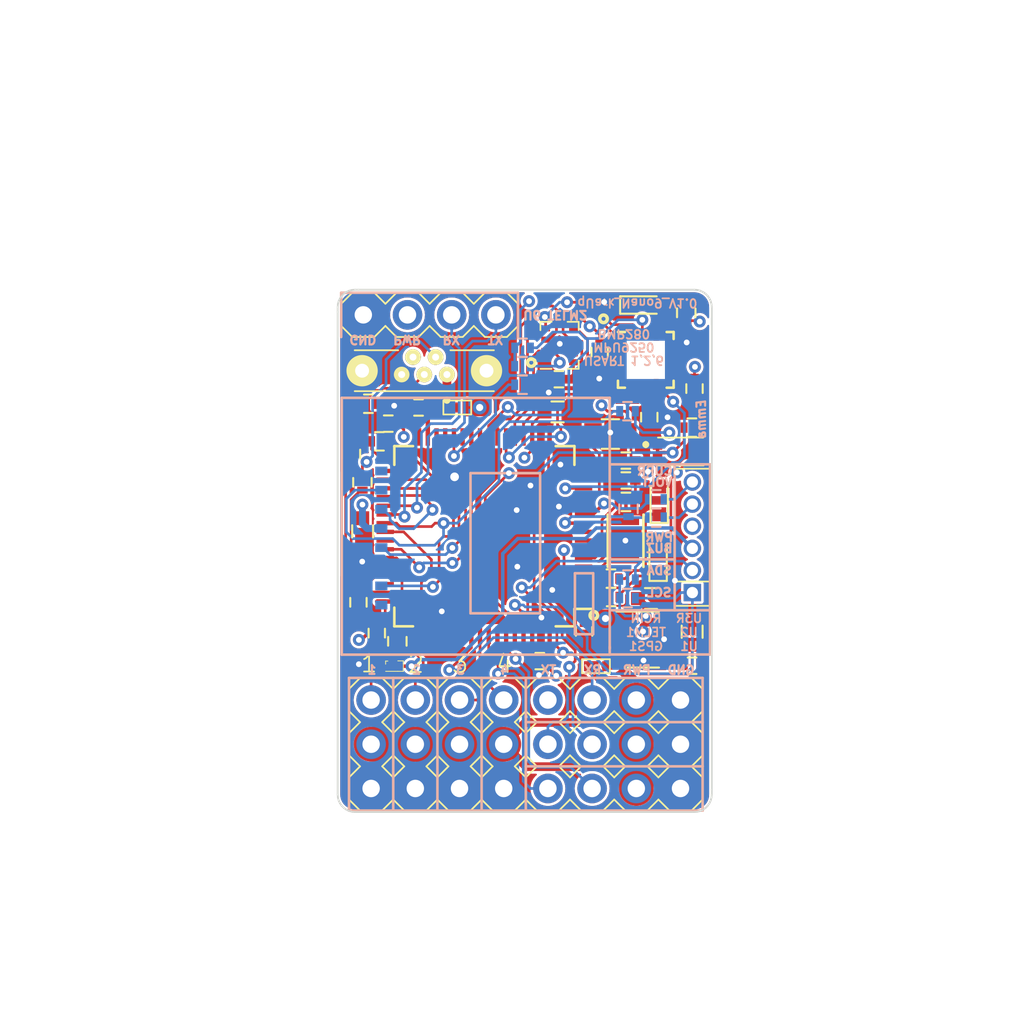
<source format=kicad_pcb>
(kicad_pcb (version 20171130) (host pcbnew "(6.0.0-rc1-dev-1481-g5e705347b)")

  (general
    (thickness 1.6)
    (drawings 108)
    (tracks 736)
    (zones 0)
    (modules 60)
    (nets 79)
  )

  (page A4)
  (layers
    (0 F.Cu signal)
    (1 In1.Cu signal)
    (2 In2.Cu power)
    (31 B.Cu signal)
    (34 B.Paste user hide)
    (35 F.Paste user)
    (36 B.SilkS user hide)
    (37 F.SilkS user hide)
    (38 B.Mask user hide)
    (39 F.Mask user hide)
    (40 Dwgs.User user hide)
    (41 Cmts.User user hide)
    (44 Edge.Cuts user)
    (45 Margin user hide)
    (46 B.CrtYd user hide)
    (47 F.CrtYd user hide)
    (48 B.Fab user hide)
    (49 F.Fab user hide)
  )

  (setup
    (last_trace_width 0.1524)
    (user_trace_width 0.1524)
    (user_trace_width 0.2)
    (user_trace_width 0.4)
    (user_trace_width 0.5)
    (user_trace_width 0.6)
    (user_trace_width 0.8)
    (user_trace_width 1)
    (user_trace_width 2)
    (trace_clearance 0.1524)
    (zone_clearance 0.1)
    (zone_45_only no)
    (trace_min 0.1524)
    (via_size 0.6858)
    (via_drill 0.3302)
    (via_min_size 0.6858)
    (via_min_drill 0.3302)
    (user_via 1 0.5)
    (user_via 1.5 0.8)
    (uvia_size 0.6858)
    (uvia_drill 0.3302)
    (uvias_allowed no)
    (uvia_min_size 0.2)
    (uvia_min_drill 0.1)
    (edge_width 0.15)
    (segment_width 0.2)
    (pcb_text_width 0.3)
    (pcb_text_size 1.5 1.5)
    (mod_edge_width 0.15)
    (mod_text_size 1 1)
    (mod_text_width 0.15)
    (pad_size 1.8 1.8)
    (pad_drill 0.8)
    (pad_to_mask_clearance 0.0508)
    (solder_mask_min_width 0.1016)
    (aux_axis_origin 0 0)
    (grid_origin 146.077733 100.4697)
    (visible_elements 7FFFFFFF)
    (pcbplotparams
      (layerselection 0x0100c_7ffffff8)
      (usegerberextensions true)
      (usegerberattributes false)
      (usegerberadvancedattributes false)
      (creategerberjobfile true)
      (excludeedgelayer true)
      (linewidth 0.100000)
      (plotframeref false)
      (viasonmask false)
      (mode 1)
      (useauxorigin true)
      (hpglpennumber 1)
      (hpglpenspeed 20)
      (hpglpendiameter 15.000000)
      (psnegative false)
      (psa4output false)
      (plotreference true)
      (plotvalue true)
      (plotinvisibletext false)
      (padsonsilk false)
      (subtractmaskfromsilk false)
      (outputformat 1)
      (mirror false)
      (drillshape 0)
      (scaleselection 1)
      (outputdirectory "Plots/"))
  )

  (net 0 "")
  (net 1 GND)
  (net 2 "Net-(C1-Pad1)")
  (net 3 "Net-(C2-Pad1)")
  (net 4 VCC)
  (net 5 BOOT1)
  (net 6 "Net-(U2-Pad52)")
  (net 7 "Net-(U2-Pad51)")
  (net 8 "Net-(U2-Pad50)")
  (net 9 "Net-(U2-Pad49)")
  (net 10 "Net-(U2-Pad46)")
  (net 11 "Net-(U2-Pad41)")
  (net 12 "Net-(U2-Pad33)")
  (net 13 "Net-(U2-Pad30)")
  (net 14 "Net-(U2-Pad29)")
  (net 15 "Net-(U2-Pad27)")
  (net 16 "Net-(U2-Pad25)")
  (net 17 "Net-(U2-Pad15)")
  (net 18 "Net-(U2-Pad9)")
  (net 19 "Net-(U2-Pad8)")
  (net 20 NRST)
  (net 21 "Net-(U2-Pad6)")
  (net 22 "Net-(U2-Pad5)")
  (net 23 "Net-(U2-Pad4)")
  (net 24 BLUE)
  (net 25 RED)
  (net 26 "Net-(U1-Pad7)")
  (net 27 SDCARD_CS)
  (net 28 MISO1)
  (net 29 SCK1)
  (net 30 MOSI1)
  (net 31 "Net-(D3-Pad2)")
  (net 32 "Net-(C8-Pad1)")
  (net 33 "Net-(J1-Pad1)")
  (net 34 "Net-(J1-Pad8)")
  (net 35 PWM1)
  (net 36 PWM2)
  (net 37 PWM3)
  (net 38 PWM4)
  (net 39 USBDP)
  (net 40 USBDM)
  (net 41 RX1)
  (net 42 TX1)
  (net 43 "Net-(D2-Pad1)")
  (net 44 BMP280_CS)
  (net 45 "Net-(D1-Pad1)")
  (net 46 TX2)
  (net 47 RX2)
  (net 48 RCIN)
  (net 49 TX3)
  (net 50 "Net-(J10-Pad4)")
  (net 51 USBDM1)
  (net 52 USBDP1)
  (net 53 +5V_MIX)
  (net 54 MOSI2)
  (net 55 SCK2)
  (net 56 MISO2)
  (net 57 I2C1_SDA)
  (net 58 I2C1_SCL)
  (net 59 "Net-(FB1-Pad2)")
  (net 60 BUZZER)
  (net 61 COIL)
  (net 62 SERVO_PWR)
  (net 63 CURR)
  (net 64 VOLT)
  (net 65 BOOT1_PD)
  (net 66 "Net-(Q1-Pad1)")
  (net 67 VOLTO)
  (net 68 "Net-(R15-Pad1)")
  (net 69 "Net-(U2-Pad54)")
  (net 70 "Net-(U2-Pad53)")
  (net 71 RX6)
  (net 72 TX6)
  (net 73 VBUS_O)
  (net 74 VBUS)
  (net 75 "Net-(C4-Pad2)")
  (net 76 "Net-(U1-Pad21)")
  (net 77 MPU9250_CS)
  (net 78 INT_MPU9250)

  (net_class Default "This is the default net class."
    (clearance 0.1524)
    (trace_width 0.1524)
    (via_dia 0.6858)
    (via_drill 0.3302)
    (uvia_dia 0.6858)
    (uvia_drill 0.3302)
    (add_net +5V_MIX)
    (add_net BLUE)
    (add_net BMP280_CS)
    (add_net BOOT1)
    (add_net BOOT1_PD)
    (add_net BUZZER)
    (add_net COIL)
    (add_net CURR)
    (add_net GND)
    (add_net I2C1_SCL)
    (add_net I2C1_SDA)
    (add_net INT_MPU9250)
    (add_net MISO1)
    (add_net MISO2)
    (add_net MOSI1)
    (add_net MOSI2)
    (add_net MPU9250_CS)
    (add_net NRST)
    (add_net "Net-(C1-Pad1)")
    (add_net "Net-(C2-Pad1)")
    (add_net "Net-(C4-Pad2)")
    (add_net "Net-(C8-Pad1)")
    (add_net "Net-(D1-Pad1)")
    (add_net "Net-(D2-Pad1)")
    (add_net "Net-(D3-Pad2)")
    (add_net "Net-(FB1-Pad2)")
    (add_net "Net-(J1-Pad1)")
    (add_net "Net-(J1-Pad8)")
    (add_net "Net-(J10-Pad4)")
    (add_net "Net-(Q1-Pad1)")
    (add_net "Net-(R15-Pad1)")
    (add_net "Net-(U1-Pad21)")
    (add_net "Net-(U1-Pad7)")
    (add_net "Net-(U2-Pad15)")
    (add_net "Net-(U2-Pad25)")
    (add_net "Net-(U2-Pad27)")
    (add_net "Net-(U2-Pad29)")
    (add_net "Net-(U2-Pad30)")
    (add_net "Net-(U2-Pad33)")
    (add_net "Net-(U2-Pad4)")
    (add_net "Net-(U2-Pad41)")
    (add_net "Net-(U2-Pad46)")
    (add_net "Net-(U2-Pad49)")
    (add_net "Net-(U2-Pad5)")
    (add_net "Net-(U2-Pad50)")
    (add_net "Net-(U2-Pad51)")
    (add_net "Net-(U2-Pad52)")
    (add_net "Net-(U2-Pad53)")
    (add_net "Net-(U2-Pad54)")
    (add_net "Net-(U2-Pad6)")
    (add_net "Net-(U2-Pad8)")
    (add_net "Net-(U2-Pad9)")
    (add_net PWM1)
    (add_net PWM2)
    (add_net PWM3)
    (add_net PWM4)
    (add_net RCIN)
    (add_net RED)
    (add_net RX1)
    (add_net RX2)
    (add_net RX6)
    (add_net SCK1)
    (add_net SCK2)
    (add_net SDCARD_CS)
    (add_net SERVO_PWR)
    (add_net TX1)
    (add_net TX2)
    (add_net TX3)
    (add_net TX6)
    (add_net USBDM)
    (add_net USBDM1)
    (add_net USBDP)
    (add_net USBDP1)
    (add_net VBUS)
    (add_net VBUS_O)
    (add_net VCC)
    (add_net VOLT)
    (add_net VOLTO)
  )

  (module "Kicad Library:Pin_Header_Straight_1x06_Pitch1.27mm" (layer F.Cu) (tedit 5C5E337A) (tstamp 5C5EC564)
    (at 155.3972 103.3018 180)
    (descr "Through hole straight pin header, 1x06, 1.27mm pitch, single row")
    (tags "Through hole pin header THT 1x06 1.27mm single row")
    (path /5C29AFC5)
    (fp_text reference J12 (at 0 -1.695 180) (layer Dwgs.User)
      (effects (font (size 1 1) (thickness 0.15)))
    )
    (fp_text value CONN_1.27_6 (at 0 8.045 180) (layer F.Fab)
      (effects (font (size 1 1) (thickness 0.15)))
    )
    (fp_line (start -1.016 0.635) (end 1.016 0.635) (layer F.SilkS) (width 0.1))
    (fp_line (start -1.016 -0.762) (end 1.016 -0.762) (layer F.SilkS) (width 0.1))
    (fp_line (start -1.016 7.112) (end -1.016 -0.762) (layer F.SilkS) (width 0.1))
    (fp_line (start 1.016 7.112) (end -1.016 7.112) (layer F.SilkS) (width 0.1))
    (fp_line (start 1.016 -0.762) (end 1.016 7.112) (layer F.SilkS) (width 0.1))
    (fp_text user %R (at 0 -3.175) (layer F.Fab)
      (effects (font (size 1 1) (thickness 0.15)))
    )
    (fp_line (start 1.55 -1.15) (end -1.55 -1.15) (layer F.CrtYd) (width 0.05))
    (fp_line (start 1.55 7.5) (end 1.55 -1.15) (layer F.CrtYd) (width 0.05))
    (fp_line (start -1.55 7.5) (end 1.55 7.5) (layer F.CrtYd) (width 0.05))
    (fp_line (start -1.55 -1.15) (end -1.55 7.5) (layer F.CrtYd) (width 0.05))
    (fp_line (start -1.05 -0.11) (end -0.525 -0.635) (layer F.Fab) (width 0.1))
    (fp_line (start -1.05 6.985) (end -1.05 -0.11) (layer F.Fab) (width 0.1))
    (fp_line (start 1.05 6.985) (end -1.05 6.985) (layer F.Fab) (width 0.1))
    (fp_line (start 1.05 -0.635) (end 1.05 6.985) (layer F.Fab) (width 0.1))
    (fp_line (start -0.525 -0.635) (end 1.05 -0.635) (layer F.Fab) (width 0.1))
    (pad 6 thru_hole oval (at 0 6.35 180) (size 1 1) (drill 0.65) (layers *.Cu *.Mask)
      (net 63 CURR))
    (pad 5 thru_hole oval (at 0 5.08 180) (size 1 1) (drill 0.65) (layers *.Cu *.Mask)
      (net 64 VOLT))
    (pad 4 thru_hole oval (at 0 3.81 180) (size 1 1) (drill 0.65) (layers *.Cu *.Mask)
      (net 62 SERVO_PWR))
    (pad 3 thru_hole oval (at 0 2.54 180) (size 1 1) (drill 0.65) (layers *.Cu *.Mask)
      (net 61 COIL))
    (pad 2 thru_hole oval (at 0 1.27 180) (size 1 1) (drill 0.65) (layers *.Cu *.Mask)
      (net 57 I2C1_SDA))
    (pad 1 thru_hole rect (at 0 0 180) (size 1 1) (drill 0.65) (layers *.Cu *.Mask)
      (net 58 I2C1_SCL))
    (model ${KISYS3DMOD}/Connector_PinHeader_1.27mm.3dshapes/PinHeader_1x06_P1.27mm_Vertical.step
      (at (xyz 0 0 0))
      (scale (xyz 1 1 1))
      (rotate (xyz 0 0 0))
    )
  )

  (module "Kicad Library:SDM1U20CSP-7" (layer F.Cu) (tedit 5C5E2DC7) (tstamp 5BE9A091)
    (at 142.1384 92.6719 180)
    (path /5C1EDC37)
    (fp_text reference D4 (at 0.599976 -0.849966 180) (layer Dwgs.User)
      (effects (font (size 0.5 0.5) (thickness 0.1)))
    )
    (fp_text value SDM1U20CSP-7 (at 0.449982 -1.649934 180) (layer F.Fab)
      (effects (font (size 0.5 0.5) (thickness 0.1)))
    )
    (fp_line (start 1.049958 0.399984) (end -0.549978 0.399984) (layer F.SilkS) (width 0.1))
    (fp_line (start 1.049958 -0.399984) (end -0.549978 -0.399984) (layer F.SilkS) (width 0.1))
    (fp_line (start -0.549978 0.399984) (end -0.549978 -0.399984) (layer F.SilkS) (width 0.1))
    (fp_line (start 1.049958 -0.399984) (end 1.049958 0.399984) (layer F.SilkS) (width 0.1))
    (pad 2 smd rect (at 0.51998 0 270) (size 0.58 0.84) (layers F.Cu F.Paste F.Mask)
      (net 74 VBUS))
    (pad 1 smd rect (at -0.259996 0 270) (size 0.58 0.304) (layers F.Cu F.Paste F.Mask)
      (net 53 +5V_MIX))
    (model C:/Users/mookie/Documents/Kicad3D/SDM1U40CSP.STEP
      (offset (xyz 0.25 0 0))
      (scale (xyz 1 1 1))
      (rotate (xyz -90 0 0))
    )
  )

  (module "Kicad Library:SDM1U20CSP-7" (layer F.Cu) (tedit 5C5E2DC7) (tstamp 5BE9AC40)
    (at 150.108004 107.5309 180)
    (path /5C234523)
    (fp_text reference D5 (at 0.599976 -0.849966 180) (layer Dwgs.User)
      (effects (font (size 0.5 0.5) (thickness 0.1)))
    )
    (fp_text value SDM1U20CSP-7 (at 0.449982 -1.649934 180) (layer F.Fab)
      (effects (font (size 0.5 0.5) (thickness 0.1)))
    )
    (fp_line (start 1.049958 0.399984) (end -0.549978 0.399984) (layer F.SilkS) (width 0.1))
    (fp_line (start 1.049958 -0.399984) (end -0.549978 -0.399984) (layer F.SilkS) (width 0.1))
    (fp_line (start -0.549978 0.399984) (end -0.549978 -0.399984) (layer F.SilkS) (width 0.1))
    (fp_line (start 1.049958 -0.399984) (end 1.049958 0.399984) (layer F.SilkS) (width 0.1))
    (pad 2 smd rect (at 0.51998 0 270) (size 0.58 0.84) (layers F.Cu F.Paste F.Mask)
      (net 62 SERVO_PWR))
    (pad 1 smd rect (at -0.259996 0 270) (size 0.58 0.304) (layers F.Cu F.Paste F.Mask)
      (net 53 +5V_MIX))
    (model C:/Users/mookie/Documents/Kicad3D/SDM1U40CSP.STEP
      (offset (xyz 0.25 0 0))
      (scale (xyz 1 1 1))
      (rotate (xyz -90 0 0))
    )
  )

  (module "Kicad Library:Pin_Header_Straight_1x03_Pitch2.54mm" (layer F.Cu) (tedit 5C5E2C5A) (tstamp 5BE7A139)
    (at 136.935801 114.554 180)
    (descr "Through hole straight pin header, 1x03, 2.54mm pitch, single row")
    (tags "Through hole pin header THT 1x03 2.54mm single row")
    (path /5BEC2339)
    (fp_text reference J2 (at 0 -2.33 180) (layer Dwgs.User)
      (effects (font (size 1 1) (thickness 0.15)))
    )
    (fp_text value PIN_2.54x3_VRT (at 0 7.41 180) (layer F.Fab)
      (effects (font (size 1 1) (thickness 0.15)))
    )
    (fp_line (start -1.27 0.635) (end -0.635 1.27) (layer F.SilkS) (width 0.1))
    (fp_line (start -1.27 -0.635) (end -1.27 0.635) (layer F.SilkS) (width 0.1))
    (fp_line (start -0.635 -1.27) (end -1.27 -0.635) (layer F.SilkS) (width 0.1))
    (fp_line (start 0.635 -1.27) (end -0.635 -1.27) (layer F.SilkS) (width 0.1))
    (fp_line (start 1.27 -0.635) (end 0.635 -1.27) (layer F.SilkS) (width 0.1))
    (fp_line (start 1.27 0.635) (end 1.27 -0.635) (layer F.SilkS) (width 0.1))
    (fp_line (start 0.635 1.27) (end 1.27 0.635) (layer F.SilkS) (width 0.1))
    (fp_line (start -1.27 1.905) (end -0.635 1.27) (layer F.SilkS) (width 0.1))
    (fp_line (start -1.27 3.175) (end -1.27 1.905) (layer F.SilkS) (width 0.1))
    (fp_line (start -0.635 3.81) (end -1.27 3.175) (layer F.SilkS) (width 0.1))
    (fp_line (start -1.27 4.445) (end -0.635 3.81) (layer F.SilkS) (width 0.1))
    (fp_line (start -1.27 5.715) (end -1.27 4.445) (layer F.SilkS) (width 0.1))
    (fp_line (start -0.635 6.35) (end -1.27 5.715) (layer F.SilkS) (width 0.1))
    (fp_line (start 0.635 6.35) (end -0.635 6.35) (layer F.SilkS) (width 0.1))
    (fp_line (start 1.27 5.715) (end 0.635 6.35) (layer F.SilkS) (width 0.1))
    (fp_line (start 1.27 4.445) (end 1.27 5.715) (layer F.SilkS) (width 0.1))
    (fp_line (start 0.635 3.81) (end 1.27 4.445) (layer F.SilkS) (width 0.1))
    (fp_line (start 1.27 3.175) (end 0.635 3.81) (layer F.SilkS) (width 0.1))
    (fp_line (start 1.27 1.905) (end 1.27 3.175) (layer F.SilkS) (width 0.1))
    (fp_line (start 0.635 1.27) (end 1.27 1.905) (layer F.SilkS) (width 0.1))
    (fp_line (start -0.635 -1.27) (end 1.27 -1.27) (layer F.Fab) (width 0.1))
    (fp_line (start 1.27 -1.27) (end 1.27 6.35) (layer F.Fab) (width 0.1))
    (fp_line (start 1.27 6.35) (end -1.27 6.35) (layer F.Fab) (width 0.1))
    (fp_line (start -1.27 6.35) (end -1.27 -0.635) (layer F.Fab) (width 0.1))
    (fp_line (start -1.27 -0.635) (end -0.635 -1.27) (layer F.Fab) (width 0.1))
    (fp_line (start -1.8 -1.8) (end -1.8 6.85) (layer F.CrtYd) (width 0.05))
    (fp_line (start -1.8 6.85) (end 1.8 6.85) (layer F.CrtYd) (width 0.05))
    (fp_line (start 1.8 6.85) (end 1.8 -1.8) (layer F.CrtYd) (width 0.05))
    (fp_line (start 1.8 -1.8) (end -1.8 -1.8) (layer F.CrtYd) (width 0.05))
    (fp_text user %R (at 0 2.54 270) (layer F.Fab)
      (effects (font (size 1 1) (thickness 0.15)))
    )
    (pad 1 thru_hole rect (at 0 0 180) (size 1.7 1.7) (drill 1) (layers *.Cu *.Mask)
      (net 1 GND))
    (pad 2 thru_hole oval (at 0 2.54 180) (size 1.7 1.7) (drill 1) (layers *.Cu *.Mask)
      (net 62 SERVO_PWR))
    (pad 3 thru_hole oval (at 0 5.08 180) (size 1.7 1.7) (drill 1) (layers *.Cu *.Mask)
      (net 35 PWM1))
    (model ${KISYS3DMOD}/Connector_PinHeader_2.54mm.3dshapes/PinHeader_1x03_P2.54mm_Vertical.step
      (at (xyz 0 0 0))
      (scale (xyz 1 1 1))
      (rotate (xyz 0 0 0))
    )
  )

  (module "Kicad Library:Pin_Header_Straight_1x03_Pitch2.54mm" (layer F.Cu) (tedit 5C5E2C5A) (tstamp 5BE7A150)
    (at 139.475801 114.554 180)
    (descr "Through hole straight pin header, 1x03, 2.54mm pitch, single row")
    (tags "Through hole pin header THT 1x03 2.54mm single row")
    (path /5BEC21C6)
    (fp_text reference J3 (at 0 -2.33 180) (layer Dwgs.User)
      (effects (font (size 1 1) (thickness 0.15)))
    )
    (fp_text value PIN_2.54x3_VRT (at 0 7.41 180) (layer F.Fab)
      (effects (font (size 1 1) (thickness 0.15)))
    )
    (fp_line (start -1.27 0.635) (end -0.635 1.27) (layer F.SilkS) (width 0.1))
    (fp_line (start -1.27 -0.635) (end -1.27 0.635) (layer F.SilkS) (width 0.1))
    (fp_line (start -0.635 -1.27) (end -1.27 -0.635) (layer F.SilkS) (width 0.1))
    (fp_line (start 0.635 -1.27) (end -0.635 -1.27) (layer F.SilkS) (width 0.1))
    (fp_line (start 1.27 -0.635) (end 0.635 -1.27) (layer F.SilkS) (width 0.1))
    (fp_line (start 1.27 0.635) (end 1.27 -0.635) (layer F.SilkS) (width 0.1))
    (fp_line (start 0.635 1.27) (end 1.27 0.635) (layer F.SilkS) (width 0.1))
    (fp_line (start -1.27 1.905) (end -0.635 1.27) (layer F.SilkS) (width 0.1))
    (fp_line (start -1.27 3.175) (end -1.27 1.905) (layer F.SilkS) (width 0.1))
    (fp_line (start -0.635 3.81) (end -1.27 3.175) (layer F.SilkS) (width 0.1))
    (fp_line (start -1.27 4.445) (end -0.635 3.81) (layer F.SilkS) (width 0.1))
    (fp_line (start -1.27 5.715) (end -1.27 4.445) (layer F.SilkS) (width 0.1))
    (fp_line (start -0.635 6.35) (end -1.27 5.715) (layer F.SilkS) (width 0.1))
    (fp_line (start 0.635 6.35) (end -0.635 6.35) (layer F.SilkS) (width 0.1))
    (fp_line (start 1.27 5.715) (end 0.635 6.35) (layer F.SilkS) (width 0.1))
    (fp_line (start 1.27 4.445) (end 1.27 5.715) (layer F.SilkS) (width 0.1))
    (fp_line (start 0.635 3.81) (end 1.27 4.445) (layer F.SilkS) (width 0.1))
    (fp_line (start 1.27 3.175) (end 0.635 3.81) (layer F.SilkS) (width 0.1))
    (fp_line (start 1.27 1.905) (end 1.27 3.175) (layer F.SilkS) (width 0.1))
    (fp_line (start 0.635 1.27) (end 1.27 1.905) (layer F.SilkS) (width 0.1))
    (fp_line (start -0.635 -1.27) (end 1.27 -1.27) (layer F.Fab) (width 0.1))
    (fp_line (start 1.27 -1.27) (end 1.27 6.35) (layer F.Fab) (width 0.1))
    (fp_line (start 1.27 6.35) (end -1.27 6.35) (layer F.Fab) (width 0.1))
    (fp_line (start -1.27 6.35) (end -1.27 -0.635) (layer F.Fab) (width 0.1))
    (fp_line (start -1.27 -0.635) (end -0.635 -1.27) (layer F.Fab) (width 0.1))
    (fp_line (start -1.8 -1.8) (end -1.8 6.85) (layer F.CrtYd) (width 0.05))
    (fp_line (start -1.8 6.85) (end 1.8 6.85) (layer F.CrtYd) (width 0.05))
    (fp_line (start 1.8 6.85) (end 1.8 -1.8) (layer F.CrtYd) (width 0.05))
    (fp_line (start 1.8 -1.8) (end -1.8 -1.8) (layer F.CrtYd) (width 0.05))
    (fp_text user %R (at 0 2.54 270) (layer F.Fab)
      (effects (font (size 1 1) (thickness 0.15)))
    )
    (pad 1 thru_hole rect (at 0 0 180) (size 1.7 1.7) (drill 1) (layers *.Cu *.Mask)
      (net 1 GND))
    (pad 2 thru_hole oval (at 0 2.54 180) (size 1.7 1.7) (drill 1) (layers *.Cu *.Mask)
      (net 62 SERVO_PWR))
    (pad 3 thru_hole oval (at 0 5.08 180) (size 1.7 1.7) (drill 1) (layers *.Cu *.Mask)
      (net 36 PWM2))
    (model ${KISYS3DMOD}/Connector_PinHeader_2.54mm.3dshapes/PinHeader_1x03_P2.54mm_Vertical.step
      (at (xyz 0 0 0))
      (scale (xyz 1 1 1))
      (rotate (xyz 0 0 0))
    )
  )

  (module "Kicad Library:Pin_Header_Straight_1x03_Pitch2.54mm" (layer F.Cu) (tedit 5C5E2C5A) (tstamp 5BE7A167)
    (at 142.015801 114.554 180)
    (descr "Through hole straight pin header, 1x03, 2.54mm pitch, single row")
    (tags "Through hole pin header THT 1x03 2.54mm single row")
    (path /5BEC2058)
    (fp_text reference J4 (at 0 -2.33 180) (layer Dwgs.User)
      (effects (font (size 1 1) (thickness 0.15)))
    )
    (fp_text value PIN_2.54x3_VRT (at 0 7.41 180) (layer F.Fab)
      (effects (font (size 1 1) (thickness 0.15)))
    )
    (fp_line (start -1.27 0.635) (end -0.635 1.27) (layer F.SilkS) (width 0.1))
    (fp_line (start -1.27 -0.635) (end -1.27 0.635) (layer F.SilkS) (width 0.1))
    (fp_line (start -0.635 -1.27) (end -1.27 -0.635) (layer F.SilkS) (width 0.1))
    (fp_line (start 0.635 -1.27) (end -0.635 -1.27) (layer F.SilkS) (width 0.1))
    (fp_line (start 1.27 -0.635) (end 0.635 -1.27) (layer F.SilkS) (width 0.1))
    (fp_line (start 1.27 0.635) (end 1.27 -0.635) (layer F.SilkS) (width 0.1))
    (fp_line (start 0.635 1.27) (end 1.27 0.635) (layer F.SilkS) (width 0.1))
    (fp_line (start -1.27 1.905) (end -0.635 1.27) (layer F.SilkS) (width 0.1))
    (fp_line (start -1.27 3.175) (end -1.27 1.905) (layer F.SilkS) (width 0.1))
    (fp_line (start -0.635 3.81) (end -1.27 3.175) (layer F.SilkS) (width 0.1))
    (fp_line (start -1.27 4.445) (end -0.635 3.81) (layer F.SilkS) (width 0.1))
    (fp_line (start -1.27 5.715) (end -1.27 4.445) (layer F.SilkS) (width 0.1))
    (fp_line (start -0.635 6.35) (end -1.27 5.715) (layer F.SilkS) (width 0.1))
    (fp_line (start 0.635 6.35) (end -0.635 6.35) (layer F.SilkS) (width 0.1))
    (fp_line (start 1.27 5.715) (end 0.635 6.35) (layer F.SilkS) (width 0.1))
    (fp_line (start 1.27 4.445) (end 1.27 5.715) (layer F.SilkS) (width 0.1))
    (fp_line (start 0.635 3.81) (end 1.27 4.445) (layer F.SilkS) (width 0.1))
    (fp_line (start 1.27 3.175) (end 0.635 3.81) (layer F.SilkS) (width 0.1))
    (fp_line (start 1.27 1.905) (end 1.27 3.175) (layer F.SilkS) (width 0.1))
    (fp_line (start 0.635 1.27) (end 1.27 1.905) (layer F.SilkS) (width 0.1))
    (fp_line (start -0.635 -1.27) (end 1.27 -1.27) (layer F.Fab) (width 0.1))
    (fp_line (start 1.27 -1.27) (end 1.27 6.35) (layer F.Fab) (width 0.1))
    (fp_line (start 1.27 6.35) (end -1.27 6.35) (layer F.Fab) (width 0.1))
    (fp_line (start -1.27 6.35) (end -1.27 -0.635) (layer F.Fab) (width 0.1))
    (fp_line (start -1.27 -0.635) (end -0.635 -1.27) (layer F.Fab) (width 0.1))
    (fp_line (start -1.8 -1.8) (end -1.8 6.85) (layer F.CrtYd) (width 0.05))
    (fp_line (start -1.8 6.85) (end 1.8 6.85) (layer F.CrtYd) (width 0.05))
    (fp_line (start 1.8 6.85) (end 1.8 -1.8) (layer F.CrtYd) (width 0.05))
    (fp_line (start 1.8 -1.8) (end -1.8 -1.8) (layer F.CrtYd) (width 0.05))
    (fp_text user %R (at 0 2.54 270) (layer F.Fab)
      (effects (font (size 1 1) (thickness 0.15)))
    )
    (pad 1 thru_hole rect (at 0 0 180) (size 1.7 1.7) (drill 1) (layers *.Cu *.Mask)
      (net 1 GND))
    (pad 2 thru_hole oval (at 0 2.54 180) (size 1.7 1.7) (drill 1) (layers *.Cu *.Mask)
      (net 62 SERVO_PWR))
    (pad 3 thru_hole oval (at 0 5.08 180) (size 1.7 1.7) (drill 1) (layers *.Cu *.Mask)
      (net 37 PWM3))
    (model ${KISYS3DMOD}/Connector_PinHeader_2.54mm.3dshapes/PinHeader_1x03_P2.54mm_Vertical.step
      (at (xyz 0 0 0))
      (scale (xyz 1 1 1))
      (rotate (xyz 0 0 0))
    )
  )

  (module "Kicad Library:Pin_Header_Straight_1x03_Pitch2.54mm" (layer F.Cu) (tedit 5C5E2C5A) (tstamp 5BED11DF)
    (at 144.555801 114.554 180)
    (descr "Through hole straight pin header, 1x03, 2.54mm pitch, single row")
    (tags "Through hole pin header THT 1x03 2.54mm single row")
    (path /5BEC1F81)
    (fp_text reference J5 (at 0 -2.33 180) (layer Dwgs.User)
      (effects (font (size 1 1) (thickness 0.15)))
    )
    (fp_text value PIN_2.54x3_VRT (at 0 7.41 180) (layer F.Fab)
      (effects (font (size 1 1) (thickness 0.15)))
    )
    (fp_line (start -1.27 0.635) (end -0.635 1.27) (layer F.SilkS) (width 0.1))
    (fp_line (start -1.27 -0.635) (end -1.27 0.635) (layer F.SilkS) (width 0.1))
    (fp_line (start -0.635 -1.27) (end -1.27 -0.635) (layer F.SilkS) (width 0.1))
    (fp_line (start 0.635 -1.27) (end -0.635 -1.27) (layer F.SilkS) (width 0.1))
    (fp_line (start 1.27 -0.635) (end 0.635 -1.27) (layer F.SilkS) (width 0.1))
    (fp_line (start 1.27 0.635) (end 1.27 -0.635) (layer F.SilkS) (width 0.1))
    (fp_line (start 0.635 1.27) (end 1.27 0.635) (layer F.SilkS) (width 0.1))
    (fp_line (start -1.27 1.905) (end -0.635 1.27) (layer F.SilkS) (width 0.1))
    (fp_line (start -1.27 3.175) (end -1.27 1.905) (layer F.SilkS) (width 0.1))
    (fp_line (start -0.635 3.81) (end -1.27 3.175) (layer F.SilkS) (width 0.1))
    (fp_line (start -1.27 4.445) (end -0.635 3.81) (layer F.SilkS) (width 0.1))
    (fp_line (start -1.27 5.715) (end -1.27 4.445) (layer F.SilkS) (width 0.1))
    (fp_line (start -0.635 6.35) (end -1.27 5.715) (layer F.SilkS) (width 0.1))
    (fp_line (start 0.635 6.35) (end -0.635 6.35) (layer F.SilkS) (width 0.1))
    (fp_line (start 1.27 5.715) (end 0.635 6.35) (layer F.SilkS) (width 0.1))
    (fp_line (start 1.27 4.445) (end 1.27 5.715) (layer F.SilkS) (width 0.1))
    (fp_line (start 0.635 3.81) (end 1.27 4.445) (layer F.SilkS) (width 0.1))
    (fp_line (start 1.27 3.175) (end 0.635 3.81) (layer F.SilkS) (width 0.1))
    (fp_line (start 1.27 1.905) (end 1.27 3.175) (layer F.SilkS) (width 0.1))
    (fp_line (start 0.635 1.27) (end 1.27 1.905) (layer F.SilkS) (width 0.1))
    (fp_line (start -0.635 -1.27) (end 1.27 -1.27) (layer F.Fab) (width 0.1))
    (fp_line (start 1.27 -1.27) (end 1.27 6.35) (layer F.Fab) (width 0.1))
    (fp_line (start 1.27 6.35) (end -1.27 6.35) (layer F.Fab) (width 0.1))
    (fp_line (start -1.27 6.35) (end -1.27 -0.635) (layer F.Fab) (width 0.1))
    (fp_line (start -1.27 -0.635) (end -0.635 -1.27) (layer F.Fab) (width 0.1))
    (fp_line (start -1.8 -1.8) (end -1.8 6.85) (layer F.CrtYd) (width 0.05))
    (fp_line (start -1.8 6.85) (end 1.8 6.85) (layer F.CrtYd) (width 0.05))
    (fp_line (start 1.8 6.85) (end 1.8 -1.8) (layer F.CrtYd) (width 0.05))
    (fp_line (start 1.8 -1.8) (end -1.8 -1.8) (layer F.CrtYd) (width 0.05))
    (fp_text user %R (at 0 2.54 270) (layer F.Fab)
      (effects (font (size 1 1) (thickness 0.15)))
    )
    (pad 1 thru_hole rect (at 0 0 180) (size 1.7 1.7) (drill 1) (layers *.Cu *.Mask)
      (net 1 GND))
    (pad 2 thru_hole oval (at 0 2.54 180) (size 1.7 1.7) (drill 1) (layers *.Cu *.Mask)
      (net 62 SERVO_PWR))
    (pad 3 thru_hole oval (at 0 5.08 180) (size 1.7 1.7) (drill 1) (layers *.Cu *.Mask)
      (net 38 PWM4))
    (model ${KISYS3DMOD}/Connector_PinHeader_2.54mm.3dshapes/PinHeader_1x03_P2.54mm_Vertical.step
      (at (xyz 0 0 0))
      (scale (xyz 1 1 1))
      (rotate (xyz 0 0 0))
    )
  )

  (module "Kicad Library:Pin_Header_Straight_1x04_Pitch2.54mm" (layer F.Cu) (tedit 5C5E2C7D) (tstamp 5BE7B150)
    (at 154.715801 112.014 270)
    (descr "Through hole straight pin header, 1x04, 2.54mm pitch, single row")
    (tags "Through hole pin header THT 1x04 2.54mm single row")
    (path /5BEC29F0)
    (fp_text reference J7 (at 0 -2.33 270) (layer Dwgs.User)
      (effects (font (size 1 1) (thickness 0.15)))
    )
    (fp_text value PIN_2.54x4_VRT (at 0 9.95 270) (layer F.Fab)
      (effects (font (size 1 1) (thickness 0.15)))
    )
    (fp_line (start -1.27 0.635) (end -0.635 1.27) (layer F.SilkS) (width 0.1))
    (fp_line (start -1.27 -0.635) (end -1.27 0.635) (layer F.SilkS) (width 0.1))
    (fp_line (start -0.635 -1.27) (end -1.27 -0.635) (layer F.SilkS) (width 0.1))
    (fp_line (start 0.635 -1.27) (end -0.635 -1.27) (layer F.SilkS) (width 0.1))
    (fp_line (start 1.27 -0.635) (end 0.635 -1.27) (layer F.SilkS) (width 0.1))
    (fp_line (start 1.27 0.635) (end 1.27 -0.635) (layer F.SilkS) (width 0.1))
    (fp_line (start 0.635 1.27) (end 1.27 0.635) (layer F.SilkS) (width 0.1))
    (fp_line (start -1.27 8.255) (end -1.27 6.985) (layer F.SilkS) (width 0.1))
    (fp_line (start -0.635 8.89) (end -1.27 8.255) (layer F.SilkS) (width 0.1))
    (fp_line (start 0.635 8.89) (end -0.635 8.89) (layer F.SilkS) (width 0.1))
    (fp_line (start 1.27 8.255) (end 0.635 8.89) (layer F.SilkS) (width 0.1))
    (fp_line (start 1.27 6.985) (end 1.27 8.255) (layer F.SilkS) (width 0.1))
    (fp_line (start -1.27 1.905) (end -0.635 1.27) (layer F.SilkS) (width 0.1))
    (fp_line (start -1.27 3.175) (end -1.27 1.905) (layer F.SilkS) (width 0.1))
    (fp_line (start -0.635 3.81) (end -1.27 3.175) (layer F.SilkS) (width 0.1))
    (fp_line (start -1.27 4.445) (end -0.635 3.81) (layer F.SilkS) (width 0.1))
    (fp_line (start -1.27 5.715) (end -1.27 4.445) (layer F.SilkS) (width 0.1))
    (fp_line (start -0.635 6.35) (end -1.27 5.715) (layer F.SilkS) (width 0.1))
    (fp_line (start -1.27 6.985) (end -0.635 6.35) (layer F.SilkS) (width 0.1))
    (fp_line (start 0.635 6.35) (end 1.27 6.985) (layer F.SilkS) (width 0.1))
    (fp_line (start 1.27 5.715) (end 0.635 6.35) (layer F.SilkS) (width 0.1))
    (fp_line (start 1.27 4.445) (end 1.27 5.715) (layer F.SilkS) (width 0.1))
    (fp_line (start 0.635 3.81) (end 1.27 4.445) (layer F.SilkS) (width 0.1))
    (fp_line (start 1.27 3.175) (end 0.635 3.81) (layer F.SilkS) (width 0.1))
    (fp_line (start 1.27 1.905) (end 1.27 3.175) (layer F.SilkS) (width 0.1))
    (fp_line (start 0.635 1.27) (end 1.27 1.905) (layer F.SilkS) (width 0.1))
    (fp_line (start -0.635 -1.27) (end 1.27 -1.27) (layer F.Fab) (width 0.1))
    (fp_line (start 1.27 -1.27) (end 1.27 8.89) (layer F.Fab) (width 0.1))
    (fp_line (start 1.27 8.89) (end -1.27 8.89) (layer F.Fab) (width 0.1))
    (fp_line (start -1.27 8.89) (end -1.27 -0.635) (layer F.Fab) (width 0.1))
    (fp_line (start -1.27 -0.635) (end -0.635 -1.27) (layer F.Fab) (width 0.1))
    (fp_line (start -1.8 -1.8) (end -1.8 9.4) (layer F.CrtYd) (width 0.05))
    (fp_line (start -1.8 9.4) (end 1.8 9.4) (layer F.CrtYd) (width 0.05))
    (fp_line (start 1.8 9.4) (end 1.8 -1.8) (layer F.CrtYd) (width 0.05))
    (fp_line (start 1.8 -1.8) (end -1.8 -1.8) (layer F.CrtYd) (width 0.05))
    (fp_text user %R (at 0 3.81) (layer F.Fab)
      (effects (font (size 1 1) (thickness 0.15)))
    )
    (pad 1 thru_hole rect (at 0 0 270) (size 1.7 1.7) (drill 1) (layers *.Cu *.Mask)
      (net 1 GND))
    (pad 2 thru_hole oval (at 0 2.54 270) (size 1.7 1.7) (drill 1) (layers *.Cu *.Mask)
      (net 62 SERVO_PWR))
    (pad 3 thru_hole oval (at 0 5.08 270) (size 1.7 1.7) (drill 1) (layers *.Cu *.Mask)
      (net 47 RX2))
    (pad 4 thru_hole oval (at 0 7.62 270) (size 1.7 1.7) (drill 1) (layers *.Cu *.Mask)
      (net 46 TX2))
    (model ${KISYS3DMOD}/Connector_PinHeader_2.54mm.3dshapes/PinHeader_1x04_P2.54mm_Vertical.step
      (at (xyz 0 0 0))
      (scale (xyz 1 1 1))
      (rotate (xyz 0 0 0))
    )
  )

  (module "Kicad Library:Pin_Header_Straight_1x04_Pitch2.54mm" (layer F.Cu) (tedit 5C5E2C7D) (tstamp 5BE7B138)
    (at 154.715801 114.554 270)
    (descr "Through hole straight pin header, 1x04, 2.54mm pitch, single row")
    (tags "Through hole pin header THT 1x04 2.54mm single row")
    (path /5BEC2A91)
    (fp_text reference J6 (at 0 -2.33 270) (layer Dwgs.User)
      (effects (font (size 1 1) (thickness 0.15)))
    )
    (fp_text value PIN_2.54x4_VRT (at 0 9.95 270) (layer F.Fab)
      (effects (font (size 1 1) (thickness 0.15)))
    )
    (fp_line (start -1.27 0.635) (end -0.635 1.27) (layer F.SilkS) (width 0.1))
    (fp_line (start -1.27 -0.635) (end -1.27 0.635) (layer F.SilkS) (width 0.1))
    (fp_line (start -0.635 -1.27) (end -1.27 -0.635) (layer F.SilkS) (width 0.1))
    (fp_line (start 0.635 -1.27) (end -0.635 -1.27) (layer F.SilkS) (width 0.1))
    (fp_line (start 1.27 -0.635) (end 0.635 -1.27) (layer F.SilkS) (width 0.1))
    (fp_line (start 1.27 0.635) (end 1.27 -0.635) (layer F.SilkS) (width 0.1))
    (fp_line (start 0.635 1.27) (end 1.27 0.635) (layer F.SilkS) (width 0.1))
    (fp_line (start -1.27 8.255) (end -1.27 6.985) (layer F.SilkS) (width 0.1))
    (fp_line (start -0.635 8.89) (end -1.27 8.255) (layer F.SilkS) (width 0.1))
    (fp_line (start 0.635 8.89) (end -0.635 8.89) (layer F.SilkS) (width 0.1))
    (fp_line (start 1.27 8.255) (end 0.635 8.89) (layer F.SilkS) (width 0.1))
    (fp_line (start 1.27 6.985) (end 1.27 8.255) (layer F.SilkS) (width 0.1))
    (fp_line (start -1.27 1.905) (end -0.635 1.27) (layer F.SilkS) (width 0.1))
    (fp_line (start -1.27 3.175) (end -1.27 1.905) (layer F.SilkS) (width 0.1))
    (fp_line (start -0.635 3.81) (end -1.27 3.175) (layer F.SilkS) (width 0.1))
    (fp_line (start -1.27 4.445) (end -0.635 3.81) (layer F.SilkS) (width 0.1))
    (fp_line (start -1.27 5.715) (end -1.27 4.445) (layer F.SilkS) (width 0.1))
    (fp_line (start -0.635 6.35) (end -1.27 5.715) (layer F.SilkS) (width 0.1))
    (fp_line (start -1.27 6.985) (end -0.635 6.35) (layer F.SilkS) (width 0.1))
    (fp_line (start 0.635 6.35) (end 1.27 6.985) (layer F.SilkS) (width 0.1))
    (fp_line (start 1.27 5.715) (end 0.635 6.35) (layer F.SilkS) (width 0.1))
    (fp_line (start 1.27 4.445) (end 1.27 5.715) (layer F.SilkS) (width 0.1))
    (fp_line (start 0.635 3.81) (end 1.27 4.445) (layer F.SilkS) (width 0.1))
    (fp_line (start 1.27 3.175) (end 0.635 3.81) (layer F.SilkS) (width 0.1))
    (fp_line (start 1.27 1.905) (end 1.27 3.175) (layer F.SilkS) (width 0.1))
    (fp_line (start 0.635 1.27) (end 1.27 1.905) (layer F.SilkS) (width 0.1))
    (fp_line (start -0.635 -1.27) (end 1.27 -1.27) (layer F.Fab) (width 0.1))
    (fp_line (start 1.27 -1.27) (end 1.27 8.89) (layer F.Fab) (width 0.1))
    (fp_line (start 1.27 8.89) (end -1.27 8.89) (layer F.Fab) (width 0.1))
    (fp_line (start -1.27 8.89) (end -1.27 -0.635) (layer F.Fab) (width 0.1))
    (fp_line (start -1.27 -0.635) (end -0.635 -1.27) (layer F.Fab) (width 0.1))
    (fp_line (start -1.8 -1.8) (end -1.8 9.4) (layer F.CrtYd) (width 0.05))
    (fp_line (start -1.8 9.4) (end 1.8 9.4) (layer F.CrtYd) (width 0.05))
    (fp_line (start 1.8 9.4) (end 1.8 -1.8) (layer F.CrtYd) (width 0.05))
    (fp_line (start 1.8 -1.8) (end -1.8 -1.8) (layer F.CrtYd) (width 0.05))
    (fp_text user %R (at 0 3.81) (layer F.Fab)
      (effects (font (size 1 1) (thickness 0.15)))
    )
    (pad 1 thru_hole rect (at 0 0 270) (size 1.7 1.7) (drill 1) (layers *.Cu *.Mask)
      (net 1 GND))
    (pad 2 thru_hole oval (at 0 2.54 270) (size 1.7 1.7) (drill 1) (layers *.Cu *.Mask)
      (net 62 SERVO_PWR))
    (pad 3 thru_hole oval (at 0 5.08 270) (size 1.7 1.7) (drill 1) (layers *.Cu *.Mask)
      (net 41 RX1))
    (pad 4 thru_hole oval (at 0 7.62 270) (size 1.7 1.7) (drill 1) (layers *.Cu *.Mask)
      (net 42 TX1))
    (model ${KISYS3DMOD}/Connector_PinHeader_2.54mm.3dshapes/PinHeader_1x04_P2.54mm_Vertical.step
      (at (xyz 0 0 0))
      (scale (xyz 1 1 1))
      (rotate (xyz 0 0 0))
    )
  )

  (module "Kicad Library:Pin_Header_Straight_1x04_Pitch2.54mm" (layer F.Cu) (tedit 5C5E2C7D) (tstamp 5C4C8817)
    (at 154.715801 109.474 270)
    (descr "Through hole straight pin header, 1x04, 2.54mm pitch, single row")
    (tags "Through hole pin header THT 1x04 2.54mm single row")
    (path /5BEC2948)
    (fp_text reference J8 (at 0 -2.33 270) (layer Dwgs.User)
      (effects (font (size 1 1) (thickness 0.15)))
    )
    (fp_text value PIN_2.54x4_VRT (at 0 9.95 270) (layer F.Fab)
      (effects (font (size 1 1) (thickness 0.15)))
    )
    (fp_line (start -1.27 0.635) (end -0.635 1.27) (layer F.SilkS) (width 0.1))
    (fp_line (start -1.27 -0.635) (end -1.27 0.635) (layer F.SilkS) (width 0.1))
    (fp_line (start -0.635 -1.27) (end -1.27 -0.635) (layer F.SilkS) (width 0.1))
    (fp_line (start 0.635 -1.27) (end -0.635 -1.27) (layer F.SilkS) (width 0.1))
    (fp_line (start 1.27 -0.635) (end 0.635 -1.27) (layer F.SilkS) (width 0.1))
    (fp_line (start 1.27 0.635) (end 1.27 -0.635) (layer F.SilkS) (width 0.1))
    (fp_line (start 0.635 1.27) (end 1.27 0.635) (layer F.SilkS) (width 0.1))
    (fp_line (start -1.27 8.255) (end -1.27 6.985) (layer F.SilkS) (width 0.1))
    (fp_line (start -0.635 8.89) (end -1.27 8.255) (layer F.SilkS) (width 0.1))
    (fp_line (start 0.635 8.89) (end -0.635 8.89) (layer F.SilkS) (width 0.1))
    (fp_line (start 1.27 8.255) (end 0.635 8.89) (layer F.SilkS) (width 0.1))
    (fp_line (start 1.27 6.985) (end 1.27 8.255) (layer F.SilkS) (width 0.1))
    (fp_line (start -1.27 1.905) (end -0.635 1.27) (layer F.SilkS) (width 0.1))
    (fp_line (start -1.27 3.175) (end -1.27 1.905) (layer F.SilkS) (width 0.1))
    (fp_line (start -0.635 3.81) (end -1.27 3.175) (layer F.SilkS) (width 0.1))
    (fp_line (start -1.27 4.445) (end -0.635 3.81) (layer F.SilkS) (width 0.1))
    (fp_line (start -1.27 5.715) (end -1.27 4.445) (layer F.SilkS) (width 0.1))
    (fp_line (start -0.635 6.35) (end -1.27 5.715) (layer F.SilkS) (width 0.1))
    (fp_line (start -1.27 6.985) (end -0.635 6.35) (layer F.SilkS) (width 0.1))
    (fp_line (start 0.635 6.35) (end 1.27 6.985) (layer F.SilkS) (width 0.1))
    (fp_line (start 1.27 5.715) (end 0.635 6.35) (layer F.SilkS) (width 0.1))
    (fp_line (start 1.27 4.445) (end 1.27 5.715) (layer F.SilkS) (width 0.1))
    (fp_line (start 0.635 3.81) (end 1.27 4.445) (layer F.SilkS) (width 0.1))
    (fp_line (start 1.27 3.175) (end 0.635 3.81) (layer F.SilkS) (width 0.1))
    (fp_line (start 1.27 1.905) (end 1.27 3.175) (layer F.SilkS) (width 0.1))
    (fp_line (start 0.635 1.27) (end 1.27 1.905) (layer F.SilkS) (width 0.1))
    (fp_line (start -0.635 -1.27) (end 1.27 -1.27) (layer F.Fab) (width 0.1))
    (fp_line (start 1.27 -1.27) (end 1.27 8.89) (layer F.Fab) (width 0.1))
    (fp_line (start 1.27 8.89) (end -1.27 8.89) (layer F.Fab) (width 0.1))
    (fp_line (start -1.27 8.89) (end -1.27 -0.635) (layer F.Fab) (width 0.1))
    (fp_line (start -1.27 -0.635) (end -0.635 -1.27) (layer F.Fab) (width 0.1))
    (fp_line (start -1.8 -1.8) (end -1.8 9.4) (layer F.CrtYd) (width 0.05))
    (fp_line (start -1.8 9.4) (end 1.8 9.4) (layer F.CrtYd) (width 0.05))
    (fp_line (start 1.8 9.4) (end 1.8 -1.8) (layer F.CrtYd) (width 0.05))
    (fp_line (start 1.8 -1.8) (end -1.8 -1.8) (layer F.CrtYd) (width 0.05))
    (fp_text user %R (at 0 3.81) (layer F.Fab)
      (effects (font (size 1 1) (thickness 0.15)))
    )
    (pad 1 thru_hole rect (at 0 0 270) (size 1.7 1.7) (drill 1) (layers *.Cu *.Mask)
      (net 1 GND))
    (pad 2 thru_hole oval (at 0 2.54 270) (size 1.7 1.7) (drill 1) (layers *.Cu *.Mask)
      (net 62 SERVO_PWR))
    (pad 3 thru_hole oval (at 0 5.08 270) (size 1.7 1.7) (drill 1) (layers *.Cu *.Mask)
      (net 48 RCIN))
    (pad 4 thru_hole oval (at 0 7.62 270) (size 1.7 1.7) (drill 1) (layers *.Cu *.Mask)
      (net 49 TX3))
    (model ${KISYS3DMOD}/Connector_PinHeader_2.54mm.3dshapes/PinHeader_1x04_P2.54mm_Vertical.step
      (at (xyz 0 0 0))
      (scale (xyz 1 1 1))
      (rotate (xyz 0 0 0))
    )
  )

  (module "Kicad Library:Pin_Header_Straight_1x04_Pitch2.54mm" (layer F.Cu) (tedit 5C5E2C7D) (tstamp 5BE7B180)
    (at 136.4869 87.3506 90)
    (descr "Through hole straight pin header, 1x04, 2.54mm pitch, single row")
    (tags "Through hole pin header THT 1x04 2.54mm single row")
    (path /5BEC28AF)
    (fp_text reference J9 (at 0 -2.33 90) (layer Dwgs.User)
      (effects (font (size 1 1) (thickness 0.15)))
    )
    (fp_text value PIN_2.54x4_VRT (at 0 9.95 90) (layer F.Fab)
      (effects (font (size 1 1) (thickness 0.15)))
    )
    (fp_line (start -1.27 0.635) (end -0.635 1.27) (layer F.SilkS) (width 0.1))
    (fp_line (start -1.27 -0.635) (end -1.27 0.635) (layer F.SilkS) (width 0.1))
    (fp_line (start -0.635 -1.27) (end -1.27 -0.635) (layer F.SilkS) (width 0.1))
    (fp_line (start 0.635 -1.27) (end -0.635 -1.27) (layer F.SilkS) (width 0.1))
    (fp_line (start 1.27 -0.635) (end 0.635 -1.27) (layer F.SilkS) (width 0.1))
    (fp_line (start 1.27 0.635) (end 1.27 -0.635) (layer F.SilkS) (width 0.1))
    (fp_line (start 0.635 1.27) (end 1.27 0.635) (layer F.SilkS) (width 0.1))
    (fp_line (start -1.27 8.255) (end -1.27 6.985) (layer F.SilkS) (width 0.1))
    (fp_line (start -0.635 8.89) (end -1.27 8.255) (layer F.SilkS) (width 0.1))
    (fp_line (start 0.635 8.89) (end -0.635 8.89) (layer F.SilkS) (width 0.1))
    (fp_line (start 1.27 8.255) (end 0.635 8.89) (layer F.SilkS) (width 0.1))
    (fp_line (start 1.27 6.985) (end 1.27 8.255) (layer F.SilkS) (width 0.1))
    (fp_line (start -1.27 1.905) (end -0.635 1.27) (layer F.SilkS) (width 0.1))
    (fp_line (start -1.27 3.175) (end -1.27 1.905) (layer F.SilkS) (width 0.1))
    (fp_line (start -0.635 3.81) (end -1.27 3.175) (layer F.SilkS) (width 0.1))
    (fp_line (start -1.27 4.445) (end -0.635 3.81) (layer F.SilkS) (width 0.1))
    (fp_line (start -1.27 5.715) (end -1.27 4.445) (layer F.SilkS) (width 0.1))
    (fp_line (start -0.635 6.35) (end -1.27 5.715) (layer F.SilkS) (width 0.1))
    (fp_line (start -1.27 6.985) (end -0.635 6.35) (layer F.SilkS) (width 0.1))
    (fp_line (start 0.635 6.35) (end 1.27 6.985) (layer F.SilkS) (width 0.1))
    (fp_line (start 1.27 5.715) (end 0.635 6.35) (layer F.SilkS) (width 0.1))
    (fp_line (start 1.27 4.445) (end 1.27 5.715) (layer F.SilkS) (width 0.1))
    (fp_line (start 0.635 3.81) (end 1.27 4.445) (layer F.SilkS) (width 0.1))
    (fp_line (start 1.27 3.175) (end 0.635 3.81) (layer F.SilkS) (width 0.1))
    (fp_line (start 1.27 1.905) (end 1.27 3.175) (layer F.SilkS) (width 0.1))
    (fp_line (start 0.635 1.27) (end 1.27 1.905) (layer F.SilkS) (width 0.1))
    (fp_line (start -0.635 -1.27) (end 1.27 -1.27) (layer F.Fab) (width 0.1))
    (fp_line (start 1.27 -1.27) (end 1.27 8.89) (layer F.Fab) (width 0.1))
    (fp_line (start 1.27 8.89) (end -1.27 8.89) (layer F.Fab) (width 0.1))
    (fp_line (start -1.27 8.89) (end -1.27 -0.635) (layer F.Fab) (width 0.1))
    (fp_line (start -1.27 -0.635) (end -0.635 -1.27) (layer F.Fab) (width 0.1))
    (fp_line (start -1.8 -1.8) (end -1.8 9.4) (layer F.CrtYd) (width 0.05))
    (fp_line (start -1.8 9.4) (end 1.8 9.4) (layer F.CrtYd) (width 0.05))
    (fp_line (start 1.8 9.4) (end 1.8 -1.8) (layer F.CrtYd) (width 0.05))
    (fp_line (start 1.8 -1.8) (end -1.8 -1.8) (layer F.CrtYd) (width 0.05))
    (fp_text user %R (at 0 3.81 -180) (layer F.Fab)
      (effects (font (size 1 1) (thickness 0.15)))
    )
    (pad 1 thru_hole rect (at 0 0 90) (size 1.7 1.7) (drill 1) (layers *.Cu *.Mask)
      (net 1 GND))
    (pad 2 thru_hole oval (at 0 2.54 90) (size 1.7 1.7) (drill 1) (layers *.Cu *.Mask)
      (net 62 SERVO_PWR))
    (pad 3 thru_hole oval (at 0 5.08 90) (size 1.7 1.7) (drill 1) (layers *.Cu *.Mask)
      (net 71 RX6))
    (pad 4 thru_hole oval (at 0 7.62 90) (size 1.7 1.7) (drill 1) (layers *.Cu *.Mask)
      (net 72 TX6))
    (model ${KISYS3DMOD}/Connector_PinHeader_2.54mm.3dshapes/PinHeader_1x04_P2.54mm_Vertical.step
      (at (xyz 0 0 0))
      (scale (xyz 1 1 1))
      (rotate (xyz 0 0 0))
    )
  )

  (module "Kicad Library:CAP_0402" (layer F.Cu) (tedit 5BE801E5) (tstamp 5C4B7B7B)
    (at 150.070801 89.485201 270)
    (descr "Capacitor SMD 0402, reflow soldering, AVX (see smccp.pdf)")
    (tags "capacitor 0402")
    (path /5C98261E)
    (attr smd)
    (fp_text reference C5 (at 0 -1.27 270) (layer Dwgs.User)
      (effects (font (size 1 1) (thickness 0.15)))
    )
    (fp_text value 0402_10nF_X5R (at 0 1.27 270) (layer F.Fab)
      (effects (font (size 1 1) (thickness 0.15)))
    )
    (fp_text user %R (at 0 -1.27 270) (layer F.Fab)
      (effects (font (size 1 1) (thickness 0.15)))
    )
    (fp_line (start -0.5 0.25) (end -0.5 -0.25) (layer F.Fab) (width 0.1))
    (fp_line (start 0.5 0.25) (end -0.5 0.25) (layer F.Fab) (width 0.1))
    (fp_line (start 0.5 -0.25) (end 0.5 0.25) (layer F.Fab) (width 0.1))
    (fp_line (start -0.5 -0.25) (end 0.5 -0.25) (layer F.Fab) (width 0.1))
    (fp_line (start 0.25 -0.47) (end -0.25 -0.47) (layer F.SilkS) (width 0.12))
    (fp_line (start -0.25 0.47) (end 0.25 0.47) (layer F.SilkS) (width 0.12))
    (fp_line (start -1 -0.4) (end 1 -0.4) (layer F.CrtYd) (width 0.05))
    (fp_line (start -1 -0.4) (end -1 0.4) (layer F.CrtYd) (width 0.05))
    (fp_line (start 1 0.4) (end 1 -0.4) (layer F.CrtYd) (width 0.05))
    (fp_line (start 1 0.4) (end -1 0.4) (layer F.CrtYd) (width 0.05))
    (pad 1 smd rect (at -0.55 0 270) (size 0.6 0.5) (layers F.Cu F.Paste F.Mask)
      (net 4 VCC))
    (pad 2 smd rect (at 0.55 0 270) (size 0.6 0.5) (layers F.Cu F.Paste F.Mask)
      (net 1 GND))
    (model ${KISYS3DMOD}/Capacitor_SMD.3dshapes/C_0402_1005Metric.step
      (at (xyz 0 0 0))
      (scale (xyz 1 1 1))
      (rotate (xyz 0 0 0))
    )
  )

  (module "Kicad Library:CAP_0402" (layer F.Cu) (tedit 5BE801E5) (tstamp 5C4B7B6A)
    (at 152.920801 93.2268 90)
    (descr "Capacitor SMD 0402, reflow soldering, AVX (see smccp.pdf)")
    (tags "capacitor 0402")
    (path /5BE6C89C)
    (attr smd)
    (fp_text reference C4 (at 0 -1.27 90) (layer Dwgs.User)
      (effects (font (size 1 1) (thickness 0.15)))
    )
    (fp_text value 0402_100nF_X5R (at 0 1.27 90) (layer F.Fab)
      (effects (font (size 1 1) (thickness 0.15)))
    )
    (fp_text user %R (at 0 -1.27 90) (layer F.Fab)
      (effects (font (size 1 1) (thickness 0.15)))
    )
    (fp_line (start -0.5 0.25) (end -0.5 -0.25) (layer F.Fab) (width 0.1))
    (fp_line (start 0.5 0.25) (end -0.5 0.25) (layer F.Fab) (width 0.1))
    (fp_line (start 0.5 -0.25) (end 0.5 0.25) (layer F.Fab) (width 0.1))
    (fp_line (start -0.5 -0.25) (end 0.5 -0.25) (layer F.Fab) (width 0.1))
    (fp_line (start 0.25 -0.47) (end -0.25 -0.47) (layer F.SilkS) (width 0.12))
    (fp_line (start -0.25 0.47) (end 0.25 0.47) (layer F.SilkS) (width 0.12))
    (fp_line (start -1 -0.4) (end 1 -0.4) (layer F.CrtYd) (width 0.05))
    (fp_line (start -1 -0.4) (end -1 0.4) (layer F.CrtYd) (width 0.05))
    (fp_line (start 1 0.4) (end 1 -0.4) (layer F.CrtYd) (width 0.05))
    (fp_line (start 1 0.4) (end -1 0.4) (layer F.CrtYd) (width 0.05))
    (pad 1 smd rect (at -0.55 0 90) (size 0.6 0.5) (layers F.Cu F.Paste F.Mask)
      (net 1 GND))
    (pad 2 smd rect (at 0.55 0 90) (size 0.6 0.5) (layers F.Cu F.Paste F.Mask)
      (net 75 "Net-(C4-Pad2)"))
    (model ${KISYS3DMOD}/Capacitor_SMD.3dshapes/C_0402_1005Metric.step
      (at (xyz 0 0 0))
      (scale (xyz 1 1 1))
      (rotate (xyz 0 0 0))
    )
  )

  (module "Kicad Library:MPU9250" (layer F.Cu) (tedit 5BF9DECD) (tstamp 5C4B6F19)
    (at 152.720801 89.935201)
    (descr "24-Lead Plastic QFN (3mm x 3mm); Pitch 0.4mm; EP 1.7x1.54mm; for InvenSense motion sensors; keepout area marked (Package see: https://store.invensense.com/datasheets/invensense/MPU9250REV1.0.pdf; See also https://www.invensense.com/wp-content/uploads/2015/02/InvenSense-MEMS-Handling.pdf)")
    (tags "QFN 0.4")
    (path /5C50F955)
    (attr smd)
    (fp_text reference U1 (at 0 -3.25) (layer Dwgs.User)
      (effects (font (size 1 1) (thickness 0.15)))
    )
    (fp_text value MPU9250 (at 0 3.25) (layer F.Fab)
      (effects (font (size 1 1) (thickness 0.15)))
    )
    (fp_text user Component (at 0 0.55) (layer Cmts.User)
      (effects (font (size 0.2 0.2) (thickness 0.04)))
    )
    (fp_text user "Directly Below" (at 0 0.25) (layer Cmts.User)
      (effects (font (size 0.2 0.2) (thickness 0.04)))
    )
    (fp_text user "No Copper" (at 0 -0.1) (layer Cmts.User)
      (effects (font (size 0.2 0.2) (thickness 0.04)))
    )
    (fp_text user KEEPOUT (at 0 -0.5) (layer Cmts.User)
      (effects (font (size 0.2 0.2) (thickness 0.04)))
    )
    (fp_line (start -0.535 -0.795) (end -0.875 -0.455) (layer Dwgs.User) (width 0.05))
    (fp_line (start -0.035 -0.795) (end -0.875 0.045) (layer Dwgs.User) (width 0.05))
    (fp_line (start 0.465 -0.795) (end -0.875 0.545) (layer Dwgs.User) (width 0.05))
    (fp_line (start 0.875 -0.705) (end -0.625 0.795) (layer Dwgs.User) (width 0.05))
    (fp_line (start 0.875 -0.205) (end -0.125 0.795) (layer Dwgs.User) (width 0.05))
    (fp_line (start 0.875 0.295) (end 0.375 0.795) (layer Dwgs.User) (width 0.05))
    (fp_line (start 0.875 -0.795) (end 0.875 0.795) (layer Dwgs.User) (width 0.05))
    (fp_line (start -0.875 0.795) (end 0.875 0.795) (layer Dwgs.User) (width 0.05))
    (fp_line (start -0.875 -0.795) (end -0.875 0.795) (layer Dwgs.User) (width 0.05))
    (fp_line (start -0.875 -0.795) (end 0.875 -0.795) (layer Dwgs.User) (width 0.05))
    (fp_line (start -1.6 -1.6) (end -1.2 -1.6) (layer F.SilkS) (width 0.15))
    (fp_line (start 1.6 -1.6) (end 1.2 -1.6) (layer F.SilkS) (width 0.15))
    (fp_line (start 1.6 -1.6) (end 1.6 -1.2) (layer F.SilkS) (width 0.15))
    (fp_line (start 1.6 1.6) (end 1.2 1.6) (layer F.SilkS) (width 0.15))
    (fp_line (start 1.6 1.6) (end 1.6 1.2) (layer F.SilkS) (width 0.15))
    (fp_line (start -1.6 1.6) (end -1.2 1.6) (layer F.SilkS) (width 0.15))
    (fp_line (start -1.6 1.6) (end -1.6 1.2) (layer F.SilkS) (width 0.15))
    (fp_line (start -2.05 -2.05) (end 2.05 -2.05) (layer F.CrtYd) (width 0.05))
    (fp_line (start -2.05 2.05) (end -2.05 -2.05) (layer F.CrtYd) (width 0.05))
    (fp_line (start 2.05 2.05) (end -2.05 2.05) (layer F.CrtYd) (width 0.05))
    (fp_line (start 2.05 -2.05) (end 2.05 2.05) (layer F.CrtYd) (width 0.05))
    (fp_line (start -1.5 -0.5) (end -0.5 -1.5) (layer F.Fab) (width 0.15))
    (fp_line (start -1.5 1.5) (end -1.5 -0.5) (layer F.Fab) (width 0.15))
    (fp_line (start 1.5 1.5) (end -1.5 1.5) (layer F.Fab) (width 0.15))
    (fp_line (start 1.5 -1.5) (end 1.5 1.5) (layer F.Fab) (width 0.15))
    (fp_line (start -0.5 -1.5) (end 1.5 -1.5) (layer F.Fab) (width 0.15))
    (fp_text user %R (at 0 0) (layer F.Fab)
      (effects (font (size 0.7 0.7) (thickness 0.105)))
    )
    (pad 24 smd roundrect (at -1 -1.5 90) (size 0.55 0.2) (layers F.Cu F.Paste F.Mask) (roundrect_rratio 0.25)
      (net 30 MOSI1))
    (pad 23 smd roundrect (at -0.6 -1.5 90) (size 0.55 0.2) (layers F.Cu F.Paste F.Mask) (roundrect_rratio 0.25)
      (net 29 SCK1))
    (pad 22 smd roundrect (at -0.2 -1.5 90) (size 0.55 0.2) (layers F.Cu F.Paste F.Mask) (roundrect_rratio 0.25)
      (net 77 MPU9250_CS))
    (pad 21 smd roundrect (at 0.2 -1.5 90) (size 0.55 0.2) (layers F.Cu F.Paste F.Mask) (roundrect_rratio 0.25)
      (net 76 "Net-(U1-Pad21)"))
    (pad 20 smd roundrect (at 0.6 -1.5 90) (size 0.55 0.2) (layers F.Cu F.Paste F.Mask) (roundrect_rratio 0.25)
      (net 1 GND))
    (pad 19 smd roundrect (at 1 -1.5 90) (size 0.55 0.2) (layers F.Cu F.Paste F.Mask) (roundrect_rratio 0.25))
    (pad 18 smd roundrect (at 1.5 -1) (size 0.55 0.2) (layers F.Cu F.Paste F.Mask) (roundrect_rratio 0.25)
      (net 1 GND))
    (pad 17 smd roundrect (at 1.5 -0.6) (size 0.55 0.2) (layers F.Cu F.Paste F.Mask) (roundrect_rratio 0.25))
    (pad 16 smd roundrect (at 1.5 -0.2) (size 0.55 0.2) (layers F.Cu F.Paste F.Mask) (roundrect_rratio 0.25))
    (pad 15 smd roundrect (at 1.5 0.2) (size 0.55 0.2) (layers F.Cu F.Paste F.Mask) (roundrect_rratio 0.25))
    (pad 14 smd roundrect (at 1.5 0.6) (size 0.55 0.2) (layers F.Cu F.Paste F.Mask) (roundrect_rratio 0.25))
    (pad 13 smd roundrect (at 1.5 1) (size 0.55 0.2) (layers F.Cu F.Paste F.Mask) (roundrect_rratio 0.25)
      (net 4 VCC))
    (pad 12 smd roundrect (at 1 1.5 90) (size 0.55 0.2) (layers F.Cu F.Paste F.Mask) (roundrect_rratio 0.25)
      (net 78 INT_MPU9250))
    (pad 11 smd roundrect (at 0.6 1.5 90) (size 0.55 0.2) (layers F.Cu F.Paste F.Mask) (roundrect_rratio 0.25)
      (net 1 GND))
    (pad 10 smd roundrect (at 0.2 1.5 90) (size 0.55 0.2) (layers F.Cu F.Paste F.Mask) (roundrect_rratio 0.25)
      (net 75 "Net-(C4-Pad2)"))
    (pad 9 smd roundrect (at -0.2 1.5 90) (size 0.55 0.2) (layers F.Cu F.Paste F.Mask) (roundrect_rratio 0.25)
      (net 28 MISO1))
    (pad 8 smd roundrect (at -0.6 1.5 90) (size 0.55 0.2) (layers F.Cu F.Paste F.Mask) (roundrect_rratio 0.25)
      (net 4 VCC))
    (pad 7 smd roundrect (at -1 1.5 90) (size 0.55 0.2) (layers F.Cu F.Paste F.Mask) (roundrect_rratio 0.25)
      (net 26 "Net-(U1-Pad7)"))
    (pad 6 smd roundrect (at -1.5 1) (size 0.55 0.2) (layers F.Cu F.Paste F.Mask) (roundrect_rratio 0.25))
    (pad 5 smd roundrect (at -1.5 0.6) (size 0.55 0.2) (layers F.Cu F.Paste F.Mask) (roundrect_rratio 0.25))
    (pad 4 smd roundrect (at -1.5 0.2) (size 0.55 0.2) (layers F.Cu F.Paste F.Mask) (roundrect_rratio 0.25))
    (pad 3 smd roundrect (at -1.5 -0.2) (size 0.55 0.2) (layers F.Cu F.Paste F.Mask) (roundrect_rratio 0.25))
    (pad 2 smd roundrect (at -1.5 -0.6) (size 0.55 0.2) (layers F.Cu F.Paste F.Mask) (roundrect_rratio 0.25))
    (pad 1 smd roundrect (at -1.5 -1) (size 0.55 0.2) (layers F.Cu F.Paste F.Mask) (roundrect_rratio 0.25)
      (net 4 VCC))
    (model ${KISYS3DMOD}/Package_DFN_QFN.3dshapes/QFN-24_3x3mm_P0.4mm.step
      (at (xyz 0 0 0))
      (scale (xyz 1 1 1))
      (rotate (xyz 0 0 0))
    )
  )

  (module "Kicad Library:0402_2K" (layer F.Cu) (tedit 5BEB4D57) (tstamp 5BFD8055)
    (at 136.779 92.456 180)
    (descr "Resistor SMD 0402, reflow soldering, Vishay (see dcrcw.pdf)")
    (tags "resistor 0402")
    (path /5C0085FC)
    (attr smd)
    (fp_text reference R19 (at 0 -1.35 180) (layer Dwgs.User)
      (effects (font (size 1 1) (thickness 0.15)))
    )
    (fp_text value 0402_2K (at 0 1.45 180) (layer F.Fab)
      (effects (font (size 1 1) (thickness 0.15)))
    )
    (fp_text user %R (at 0 -1.35 180) (layer F.Fab)
      (effects (font (size 1 1) (thickness 0.15)))
    )
    (fp_line (start -0.5 0.25) (end -0.5 -0.25) (layer F.Fab) (width 0.1))
    (fp_line (start 0.5 0.25) (end -0.5 0.25) (layer F.Fab) (width 0.1))
    (fp_line (start 0.5 -0.25) (end 0.5 0.25) (layer F.Fab) (width 0.1))
    (fp_line (start -0.5 -0.25) (end 0.5 -0.25) (layer F.Fab) (width 0.1))
    (fp_line (start 0.25 -0.53) (end -0.25 -0.53) (layer F.SilkS) (width 0.12))
    (fp_line (start -0.25 0.53) (end 0.25 0.53) (layer F.SilkS) (width 0.12))
    (fp_line (start -0.8 -0.45) (end 0.8 -0.45) (layer F.CrtYd) (width 0.05))
    (fp_line (start -0.8 -0.45) (end -0.8 0.45) (layer F.CrtYd) (width 0.05))
    (fp_line (start 0.8 0.45) (end 0.8 -0.45) (layer F.CrtYd) (width 0.05))
    (fp_line (start 0.8 0.45) (end -0.8 0.45) (layer F.CrtYd) (width 0.05))
    (pad 1 smd rect (at -0.45 0 180) (size 0.4 0.6) (layers F.Cu F.Paste F.Mask)
      (net 74 VBUS))
    (pad 2 smd rect (at 0.45 0 180) (size 0.4 0.6) (layers F.Cu F.Paste F.Mask)
      (net 73 VBUS_O))
    (model ${KISYS3DMOD}/Resistor_SMD.3dshapes/R_0402_1005Metric.step
      (at (xyz 0 0 0))
      (scale (xyz 1 1 1))
      (rotate (xyz 0 0 0))
    )
  )

  (module "Kicad Library:0402_2K" (layer F.Cu) (tedit 5BEB4D57) (tstamp 5BFD8044)
    (at 137.414 94.615 180)
    (descr "Resistor SMD 0402, reflow soldering, Vishay (see dcrcw.pdf)")
    (tags "resistor 0402")
    (path /5C007E78)
    (attr smd)
    (fp_text reference R18 (at 0 -1.35 180) (layer Dwgs.User)
      (effects (font (size 1 1) (thickness 0.15)))
    )
    (fp_text value 0402_2K (at 0 1.45 180) (layer F.Fab)
      (effects (font (size 1 1) (thickness 0.15)))
    )
    (fp_text user %R (at 0 -1.35 180) (layer F.Fab)
      (effects (font (size 1 1) (thickness 0.15)))
    )
    (fp_line (start -0.5 0.25) (end -0.5 -0.25) (layer F.Fab) (width 0.1))
    (fp_line (start 0.5 0.25) (end -0.5 0.25) (layer F.Fab) (width 0.1))
    (fp_line (start 0.5 -0.25) (end 0.5 0.25) (layer F.Fab) (width 0.1))
    (fp_line (start -0.5 -0.25) (end 0.5 -0.25) (layer F.Fab) (width 0.1))
    (fp_line (start 0.25 -0.53) (end -0.25 -0.53) (layer F.SilkS) (width 0.12))
    (fp_line (start -0.25 0.53) (end 0.25 0.53) (layer F.SilkS) (width 0.12))
    (fp_line (start -0.8 -0.45) (end 0.8 -0.45) (layer F.CrtYd) (width 0.05))
    (fp_line (start -0.8 -0.45) (end -0.8 0.45) (layer F.CrtYd) (width 0.05))
    (fp_line (start 0.8 0.45) (end 0.8 -0.45) (layer F.CrtYd) (width 0.05))
    (fp_line (start 0.8 0.45) (end -0.8 0.45) (layer F.CrtYd) (width 0.05))
    (pad 1 smd rect (at -0.45 0 180) (size 0.4 0.6) (layers F.Cu F.Paste F.Mask)
      (net 1 GND))
    (pad 2 smd rect (at 0.45 0 180) (size 0.4 0.6) (layers F.Cu F.Paste F.Mask)
      (net 73 VBUS_O))
    (model ${KISYS3DMOD}/Resistor_SMD.3dshapes/R_0402_1005Metric.step
      (at (xyz 0 0 0))
      (scale (xyz 1 1 1))
      (rotate (xyz 0 0 0))
    )
  )

  (module "Kicad Library:CAP_0402" (layer F.Cu) (tedit 5BE855ED) (tstamp 5BE5E1D1)
    (at 151.5745 96.8629 180)
    (descr "Capacitor SMD 0402, reflow soldering, AVX (see smccp.pdf)")
    (tags "capacitor 0402")
    (path /5BE5EBA8)
    (attr smd)
    (fp_text reference C6 (at 0 -1.27 180) (layer Dwgs.User)
      (effects (font (size 1 1) (thickness 0.15)))
    )
    (fp_text value 0402_100nF_X5R (at 0 1.27 180) (layer F.Fab)
      (effects (font (size 1 1) (thickness 0.15)))
    )
    (fp_text user %R (at 0 -1.27 180) (layer F.Fab)
      (effects (font (size 1 1) (thickness 0.15)))
    )
    (fp_line (start -0.5 0.25) (end -0.5 -0.25) (layer F.Fab) (width 0.1))
    (fp_line (start 0.5 0.25) (end -0.5 0.25) (layer F.Fab) (width 0.1))
    (fp_line (start 0.5 -0.25) (end 0.5 0.25) (layer F.Fab) (width 0.1))
    (fp_line (start -0.5 -0.25) (end 0.5 -0.25) (layer F.Fab) (width 0.1))
    (fp_line (start 0.25 -0.47) (end -0.25 -0.47) (layer F.SilkS) (width 0.12))
    (fp_line (start -0.25 0.47) (end 0.25 0.47) (layer F.SilkS) (width 0.12))
    (fp_line (start -1 -0.4) (end 1 -0.4) (layer F.CrtYd) (width 0.05))
    (fp_line (start -1 -0.4) (end -1 0.4) (layer F.CrtYd) (width 0.05))
    (fp_line (start 1 0.4) (end 1 -0.4) (layer F.CrtYd) (width 0.05))
    (fp_line (start 1 0.4) (end -1 0.4) (layer F.CrtYd) (width 0.05))
    (pad 1 smd rect (at -0.55 0 180) (size 0.6 0.5) (layers F.Cu F.Paste F.Mask)
      (net 4 VCC))
    (pad 2 smd rect (at 0.55 0 180) (size 0.6 0.5) (layers F.Cu F.Paste F.Mask)
      (net 1 GND))
    (model ${KISYS3DMOD}/Capacitor_SMD.3dshapes/C_0402_1005Metric.step
      (at (xyz 0 0 0))
      (scale (xyz 1 1 1))
      (rotate (xyz 0 0 0))
    )
  )

  (module "Kicad Library:EVPBB2A9B000" (layer F.Cu) (tedit 5BE8596E) (tstamp 5BE6AC59)
    (at 154.4701 95.1992)
    (descr EVPBB2A9B000)
    (tags Switch)
    (path /5BE64C51)
    (attr smd)
    (fp_text reference S1 (at 0.049998 -1.949922) (layer Dwgs.User)
      (effects (font (size 1 1) (thickness 0.1)))
    )
    (fp_text value EVPBB2A9B000 (at 0.399984 2.699892) (layer Dwgs.User)
      (effects (font (size 1 1) (thickness 0.1)))
    )
    (fp_line (start -1.05 -0.8) (end 1.55 -0.8) (layer Dwgs.User) (width 0.2))
    (fp_line (start 1.55 -0.8) (end 1.55 0.8) (layer Dwgs.User) (width 0.2))
    (fp_line (start 1.55 0.8) (end -1.05 0.8) (layer Dwgs.User) (width 0.2))
    (fp_line (start -1.05 0.8) (end -1.05 -0.8) (layer Dwgs.User) (width 0.2))
    (fp_line (start -2.85 -1.8) (end 2.85 -1.8) (layer Dwgs.User) (width 0.1))
    (fp_line (start 2.85 -1.8) (end 2.85 1.8) (layer Dwgs.User) (width 0.1))
    (fp_line (start 2.85 1.8) (end -2.85 1.8) (layer Dwgs.User) (width 0.1))
    (fp_line (start -2.85 1.8) (end -2.85 -1.8) (layer Dwgs.User) (width 0.1))
    (fp_line (start -1.05 -0.8) (end 1.55 -0.8) (layer F.SilkS) (width 0.1))
    (fp_line (start -1.075 0.8) (end 1.575 0.8) (layer F.SilkS) (width 0.1))
    (fp_line (start -1.75 -0.5) (end -1.75 -0.5) (layer F.SilkS) (width 0.2))
    (fp_line (start -1.75 -0.3) (end -1.75 -0.3) (layer F.SilkS) (width 0.2))
    (fp_arc (start -1.75 -0.4) (end -1.75 -0.5) (angle 180) (layer F.SilkS) (width 0.2))
    (fp_arc (start -1.75 -0.4) (end -1.75 -0.3) (angle 180) (layer F.SilkS) (width 0.2))
    (pad 1 smd rect (at -1.075 -0.375 90) (size 0.55 0.55) (layers F.Cu F.Paste F.Mask)
      (net 5 BOOT1))
    (pad 2 smd rect (at -1.075 0.375 90) (size 0.55 0.55) (layers F.Cu F.Paste F.Mask)
      (net 5 BOOT1))
    (pad 3 smd rect (at 1.575 0.375 90) (size 0.55 0.55) (layers F.Cu F.Paste F.Mask)
      (net 4 VCC))
    (pad 4 smd rect (at 1.575 -0.375 90) (size 0.55 0.55) (layers F.Cu F.Paste F.Mask)
      (net 4 VCC))
    (model C:/Users/mookie/Documents/Kicad3D/EVPBB2A9B000.STEP
      (offset (xyz 0.25 0 0))
      (scale (xyz 1 1 1))
      (rotate (xyz -90 0 0))
    )
  )

  (module "Kicad Library:WURTH_USB_VRT" (layer F.Cu) (tedit 5C28F167) (tstamp 5BE98EF8)
    (at 139.9921 90.8431 180)
    (descr 614105150621)
    (tags Connector)
    (path /5C14A141)
    (fp_text reference J10 (at 2.399904 -1.849926 180) (layer Dwgs.User)
      (effects (font (size 1.27 1.27) (thickness 0.254)))
    )
    (fp_text value USB_A_VRT_WURTH (at -0.1016 -0.9144 180) (layer F.Fab) hide
      (effects (font (size 0.5 0.5) (thickness 0.1)))
    )
    (fp_line (start -4 -0.89) (end 4 -0.89) (layer Dwgs.User) (width 0.2))
    (fp_line (start 4 -0.89) (end 4 1.46) (layer Dwgs.User) (width 0.2))
    (fp_line (start 4 1.46) (end -4 1.46) (layer Dwgs.User) (width 0.2))
    (fp_line (start -4 1.46) (end -4 -0.89) (layer Dwgs.User) (width 0.2))
    (fp_line (start -5.475 -2.515) (end 5.475 -2.515) (layer Dwgs.User) (width 0.1))
    (fp_line (start 5.475 -2.515) (end 5.475 2.515) (layer Dwgs.User) (width 0.1))
    (fp_line (start 5.475 2.515) (end -5.475 2.515) (layer Dwgs.User) (width 0.1))
    (fp_line (start -5.475 2.515) (end -5.475 -2.515) (layer Dwgs.User) (width 0.1))
    (fp_line (start -4 -0.89) (end 4 -0.89) (layer F.SilkS) (width 0.1))
    (fp_line (start -4 1.46) (end -1.5 1.46) (layer F.SilkS) (width 0.1))
    (fp_line (start 1.5 1.46) (end 4 1.46) (layer F.SilkS) (width 0.1))
    (fp_line (start -1.4 -1.415) (end -1.4 -1.415) (layer F.SilkS) (width 0.2))
    (fp_line (start -1.2 -1.415) (end -1.2 -1.415) (layer F.SilkS) (width 0.2))
    (fp_arc (start -1.3 -1.415) (end -1.4 -1.415) (angle 180) (layer F.SilkS) (width 0.2))
    (fp_arc (start -1.299948 -1.399944) (end -1.199948 -1.399944) (angle 180) (layer F.SilkS) (width 0.2))
    (pad 1 thru_hole circle (at -1.3 0.065 270) (size 0.9 0.9) (drill 0.4) (layers *.Cu *.Mask F.SilkS)
      (net 74 VBUS))
    (pad 2 thru_hole circle (at -0.65 1.065 270) (size 0.9 0.9) (drill 0.4) (layers *.Cu *.Mask F.SilkS)
      (net 40 USBDM))
    (pad 3 thru_hole circle (at 0 0.065 270) (size 0.9 0.9) (drill 0.4) (layers *.Cu *.Mask F.SilkS)
      (net 39 USBDP))
    (pad 4 thru_hole circle (at 0.65 1.065 270) (size 0.9 0.9) (drill 0.4) (layers *.Cu *.Mask F.SilkS)
      (net 50 "Net-(J10-Pad4)"))
    (pad 5 thru_hole circle (at 1.3 0.065 270) (size 0.9 0.9) (drill 0.4) (layers *.Cu *.Mask F.SilkS)
      (net 1 GND))
    (pad 6 thru_hole circle (at -3.575 0.285 270) (size 1.8 1.8) (drill 0.8) (layers *.Cu *.Mask F.SilkS)
      (net 1 GND))
    (pad 7 thru_hole circle (at 3.575 0.285 270) (size 1.8 1.8) (drill 0.8) (layers *.Cu *.Mask F.SilkS)
      (net 1 GND))
    (model C:/Users/mookie/Documents/Kicad3D/USB_61410515062_WURTH_V.STEP
      (offset (xyz 0 -0.2 0))
      (scale (xyz 1 1 1))
      (rotate (xyz 90 0 0))
    )
  )

  (module "Kicad Library:CAP_0402" (layer F.Cu) (tedit 5BE859BA) (tstamp 5BE5E17C)
    (at 139.6619 92.6719 180)
    (descr "Capacitor SMD 0402, reflow soldering, AVX (see smccp.pdf)")
    (tags "capacitor 0402")
    (path /5BE58A95)
    (attr smd)
    (fp_text reference C1 (at 0 -1.27 180) (layer Dwgs.User)
      (effects (font (size 1 1) (thickness 0.15)))
    )
    (fp_text value 0402_2.2uF_X5R (at 0 1.27 180) (layer F.Fab)
      (effects (font (size 1 1) (thickness 0.15)))
    )
    (fp_line (start 1 0.4) (end -1 0.4) (layer F.CrtYd) (width 0.05))
    (fp_line (start 1 0.4) (end 1 -0.4) (layer F.CrtYd) (width 0.05))
    (fp_line (start -1 -0.4) (end -1 0.4) (layer F.CrtYd) (width 0.05))
    (fp_line (start -1 -0.4) (end 1 -0.4) (layer F.CrtYd) (width 0.05))
    (fp_line (start -0.25 0.47) (end 0.25 0.47) (layer F.SilkS) (width 0.12))
    (fp_line (start 0.25 -0.47) (end -0.25 -0.47) (layer F.SilkS) (width 0.12))
    (fp_line (start -0.5 -0.25) (end 0.5 -0.25) (layer F.Fab) (width 0.1))
    (fp_line (start 0.5 -0.25) (end 0.5 0.25) (layer F.Fab) (width 0.1))
    (fp_line (start 0.5 0.25) (end -0.5 0.25) (layer F.Fab) (width 0.1))
    (fp_line (start -0.5 0.25) (end -0.5 -0.25) (layer F.Fab) (width 0.1))
    (fp_text user %R (at 0 -1.27 180) (layer F.Fab)
      (effects (font (size 1 1) (thickness 0.15)))
    )
    (pad 2 smd rect (at 0.55 0 180) (size 0.6 0.5) (layers F.Cu F.Paste F.Mask)
      (net 1 GND))
    (pad 1 smd rect (at -0.55 0 180) (size 0.6 0.5) (layers F.Cu F.Paste F.Mask)
      (net 2 "Net-(C1-Pad1)"))
    (model ${KISYS3DMOD}/Capacitor_SMD.3dshapes/C_0402_1005Metric.step
      (at (xyz 0 0 0))
      (scale (xyz 1 1 1))
      (rotate (xyz 0 0 0))
    )
  )

  (module "Kicad Library:CAP_0402" (layer F.Cu) (tedit 5BE859E7) (tstamp 5BE5E18D)
    (at 136.2075 103.8606 270)
    (descr "Capacitor SMD 0402, reflow soldering, AVX (see smccp.pdf)")
    (tags "capacitor 0402")
    (path /5BE58B07)
    (attr smd)
    (fp_text reference C2 (at 0 -1.27 270) (layer Dwgs.User)
      (effects (font (size 1 1) (thickness 0.15)))
    )
    (fp_text value 0402_2.2uF_X5R (at 0 1.27 270) (layer F.Fab)
      (effects (font (size 1 1) (thickness 0.15)))
    )
    (fp_line (start 1 0.4) (end -1 0.4) (layer F.CrtYd) (width 0.05))
    (fp_line (start 1 0.4) (end 1 -0.4) (layer F.CrtYd) (width 0.05))
    (fp_line (start -1 -0.4) (end -1 0.4) (layer F.CrtYd) (width 0.05))
    (fp_line (start -1 -0.4) (end 1 -0.4) (layer F.CrtYd) (width 0.05))
    (fp_line (start -0.25 0.47) (end 0.25 0.47) (layer F.SilkS) (width 0.12))
    (fp_line (start 0.25 -0.47) (end -0.25 -0.47) (layer F.SilkS) (width 0.12))
    (fp_line (start -0.5 -0.25) (end 0.5 -0.25) (layer F.Fab) (width 0.1))
    (fp_line (start 0.5 -0.25) (end 0.5 0.25) (layer F.Fab) (width 0.1))
    (fp_line (start 0.5 0.25) (end -0.5 0.25) (layer F.Fab) (width 0.1))
    (fp_line (start -0.5 0.25) (end -0.5 -0.25) (layer F.Fab) (width 0.1))
    (fp_text user %R (at 0 -1.27 270) (layer F.Fab)
      (effects (font (size 1 1) (thickness 0.15)))
    )
    (pad 2 smd rect (at 0.55 0 270) (size 0.6 0.5) (layers F.Cu F.Paste F.Mask)
      (net 1 GND))
    (pad 1 smd rect (at -0.55 0 270) (size 0.6 0.5) (layers F.Cu F.Paste F.Mask)
      (net 3 "Net-(C2-Pad1)"))
    (model ${KISYS3DMOD}/Capacitor_SMD.3dshapes/C_0402_1005Metric.step
      (at (xyz 0 0 0))
      (scale (xyz 1 1 1))
      (rotate (xyz 0 0 0))
    )
  )

  (module "Kicad Library:CAP_0402" (layer F.Cu) (tedit 5BE85605) (tstamp 5BE5E19E)
    (at 155.520801 91.585201 270)
    (descr "Capacitor SMD 0402, reflow soldering, AVX (see smccp.pdf)")
    (tags "capacitor 0402")
    (path /5BE79A90)
    (attr smd)
    (fp_text reference C3 (at 0 -1.27 270) (layer Dwgs.User)
      (effects (font (size 1 1) (thickness 0.15)))
    )
    (fp_text value 0402_100nF_X5R (at 0 1.27 270) (layer F.Fab)
      (effects (font (size 1 1) (thickness 0.15)))
    )
    (fp_text user %R (at 0 -1.27 270) (layer F.Fab)
      (effects (font (size 1 1) (thickness 0.15)))
    )
    (fp_line (start -0.5 0.25) (end -0.5 -0.25) (layer F.Fab) (width 0.1))
    (fp_line (start 0.5 0.25) (end -0.5 0.25) (layer F.Fab) (width 0.1))
    (fp_line (start 0.5 -0.25) (end 0.5 0.25) (layer F.Fab) (width 0.1))
    (fp_line (start -0.5 -0.25) (end 0.5 -0.25) (layer F.Fab) (width 0.1))
    (fp_line (start 0.25 -0.47) (end -0.25 -0.47) (layer F.SilkS) (width 0.12))
    (fp_line (start -0.25 0.47) (end 0.25 0.47) (layer F.SilkS) (width 0.12))
    (fp_line (start -1 -0.4) (end 1 -0.4) (layer F.CrtYd) (width 0.05))
    (fp_line (start -1 -0.4) (end -1 0.4) (layer F.CrtYd) (width 0.05))
    (fp_line (start 1 0.4) (end 1 -0.4) (layer F.CrtYd) (width 0.05))
    (fp_line (start 1 0.4) (end -1 0.4) (layer F.CrtYd) (width 0.05))
    (pad 1 smd rect (at -0.55 0 270) (size 0.6 0.5) (layers F.Cu F.Paste F.Mask)
      (net 4 VCC))
    (pad 2 smd rect (at 0.55 0 270) (size 0.6 0.5) (layers F.Cu F.Paste F.Mask)
      (net 1 GND))
    (model ${KISYS3DMOD}/Capacitor_SMD.3dshapes/C_0402_1005Metric.step
      (at (xyz 0 0 0))
      (scale (xyz 1 1 1))
      (rotate (xyz 0 0 0))
    )
  )

  (module "Kicad Library:STM32F405RGT6" (layer F.Cu) (tedit 5BE85A24) (tstamp 5BE5E228)
    (at 143.4442 100.0654 180)
    (descr "64 LEAD LQFP 10x10mm (see MICREL LQFP10x10-64LD-PL-1.pdf)")
    (tags "QFP 0.5")
    (path /5BE50973)
    (attr smd)
    (fp_text reference U2 (at 0 -7.2 180) (layer Dwgs.User)
      (effects (font (size 1 1) (thickness 0.15)))
    )
    (fp_text value STM32F405RGT6 (at 0 7.2 180) (layer F.Fab)
      (effects (font (size 1 1) (thickness 0.15)))
    )
    (fp_line (start -5.175 -4.175) (end -6.2 -4.175) (layer F.SilkS) (width 0.15))
    (fp_line (start 5.175 -5.175) (end 4.1 -5.175) (layer F.SilkS) (width 0.15))
    (fp_line (start 5.175 5.175) (end 4.1 5.175) (layer F.SilkS) (width 0.15))
    (fp_line (start -5.175 5.175) (end -4.1 5.175) (layer F.SilkS) (width 0.15))
    (fp_line (start -5.175 -5.175) (end -4.1 -5.175) (layer F.SilkS) (width 0.15))
    (fp_line (start -5.175 5.175) (end -5.175 4.1) (layer F.SilkS) (width 0.15))
    (fp_line (start 5.175 5.175) (end 5.175 4.1) (layer F.SilkS) (width 0.15))
    (fp_line (start 5.175 -5.175) (end 5.175 -4.1) (layer F.SilkS) (width 0.15))
    (fp_line (start -5.175 -5.175) (end -5.175 -4.175) (layer F.SilkS) (width 0.15))
    (fp_line (start -6.45 6.45) (end 6.45 6.45) (layer F.CrtYd) (width 0.05))
    (fp_line (start -6.45 -6.45) (end 6.45 -6.45) (layer F.CrtYd) (width 0.05))
    (fp_line (start 6.45 -6.45) (end 6.45 6.45) (layer F.CrtYd) (width 0.05))
    (fp_line (start -6.45 -6.45) (end -6.45 6.45) (layer F.CrtYd) (width 0.05))
    (fp_line (start -5 -4) (end -4 -5) (layer F.Fab) (width 0.15))
    (fp_line (start -5 5) (end -5 -4) (layer F.Fab) (width 0.15))
    (fp_line (start 5 5) (end -5 5) (layer F.Fab) (width 0.15))
    (fp_line (start 5 -5) (end 5 5) (layer F.Fab) (width 0.15))
    (fp_line (start -4 -5) (end 5 -5) (layer F.Fab) (width 0.15))
    (fp_text user %R (at 0 0 180) (layer F.Fab)
      (effects (font (size 1 1) (thickness 0.15)))
    )
    (pad 64 smd rect (at -3.75 -5.7 270) (size 1 0.25) (layers F.Cu F.Paste F.Mask)
      (net 4 VCC))
    (pad 63 smd rect (at -3.25 -5.7 270) (size 1 0.25) (layers F.Cu F.Paste F.Mask)
      (net 1 GND))
    (pad 62 smd rect (at -2.75 -5.7 270) (size 1 0.25) (layers F.Cu F.Paste F.Mask)
      (net 57 I2C1_SDA))
    (pad 61 smd rect (at -2.25 -5.7 270) (size 1 0.25) (layers F.Cu F.Paste F.Mask)
      (net 58 I2C1_SCL))
    (pad 60 smd rect (at -1.75 -5.7 270) (size 1 0.25) (layers F.Cu F.Paste F.Mask)
      (net 5 BOOT1))
    (pad 59 smd rect (at -1.25 -5.7 270) (size 1 0.25) (layers F.Cu F.Paste F.Mask)
      (net 41 RX1))
    (pad 58 smd rect (at -0.75 -5.7 270) (size 1 0.25) (layers F.Cu F.Paste F.Mask)
      (net 42 TX1))
    (pad 57 smd rect (at -0.25 -5.7 270) (size 1 0.25) (layers F.Cu F.Paste F.Mask)
      (net 38 PWM4))
    (pad 56 smd rect (at 0.25 -5.7 270) (size 1 0.25) (layers F.Cu F.Paste F.Mask)
      (net 37 PWM3))
    (pad 55 smd rect (at 0.75 -5.7 270) (size 1 0.25) (layers F.Cu F.Paste F.Mask)
      (net 48 RCIN))
    (pad 54 smd rect (at 1.25 -5.7 270) (size 1 0.25) (layers F.Cu F.Paste F.Mask)
      (net 69 "Net-(U2-Pad54)"))
    (pad 53 smd rect (at 1.75 -5.7 270) (size 1 0.25) (layers F.Cu F.Paste F.Mask)
      (net 70 "Net-(U2-Pad53)"))
    (pad 52 smd rect (at 2.25 -5.7 270) (size 1 0.25) (layers F.Cu F.Paste F.Mask)
      (net 6 "Net-(U2-Pad52)"))
    (pad 51 smd rect (at 2.75 -5.7 270) (size 1 0.25) (layers F.Cu F.Paste F.Mask)
      (net 7 "Net-(U2-Pad51)"))
    (pad 50 smd rect (at 3.25 -5.7 270) (size 1 0.25) (layers F.Cu F.Paste F.Mask)
      (net 8 "Net-(U2-Pad50)"))
    (pad 49 smd rect (at 3.75 -5.7 270) (size 1 0.25) (layers F.Cu F.Paste F.Mask)
      (net 9 "Net-(U2-Pad49)"))
    (pad 48 smd rect (at 5.7 -3.75 180) (size 1 0.25) (layers F.Cu F.Paste F.Mask)
      (net 4 VCC))
    (pad 47 smd rect (at 5.7 -3.25 180) (size 1 0.25) (layers F.Cu F.Paste F.Mask)
      (net 3 "Net-(C2-Pad1)"))
    (pad 46 smd rect (at 5.7 -2.75 180) (size 1 0.25) (layers F.Cu F.Paste F.Mask)
      (net 10 "Net-(U2-Pad46)"))
    (pad 45 smd rect (at 5.7 -2.25 180) (size 1 0.25) (layers F.Cu F.Paste F.Mask)
      (net 52 USBDP1))
    (pad 44 smd rect (at 5.7 -1.75 180) (size 1 0.25) (layers F.Cu F.Paste F.Mask)
      (net 51 USBDM1))
    (pad 43 smd rect (at 5.7 -1.25 180) (size 1 0.25) (layers F.Cu F.Paste F.Mask)
      (net 35 PWM1))
    (pad 42 smd rect (at 5.7 -0.75 180) (size 1 0.25) (layers F.Cu F.Paste F.Mask)
      (net 73 VBUS_O))
    (pad 41 smd rect (at 5.7 -0.25 180) (size 1 0.25) (layers F.Cu F.Paste F.Mask)
      (net 11 "Net-(U2-Pad41)"))
    (pad 40 smd rect (at 5.7 0.25 180) (size 1 0.25) (layers F.Cu F.Paste F.Mask)
      (net 60 BUZZER))
    (pad 39 smd rect (at 5.7 0.75 180) (size 1 0.25) (layers F.Cu F.Paste F.Mask)
      (net 27 SDCARD_CS))
    (pad 38 smd rect (at 5.7 1.25 180) (size 1 0.25) (layers F.Cu F.Paste F.Mask)
      (net 71 RX6))
    (pad 37 smd rect (at 5.7 1.75 180) (size 1 0.25) (layers F.Cu F.Paste F.Mask)
      (net 72 TX6))
    (pad 36 smd rect (at 5.7 2.25 180) (size 1 0.25) (layers F.Cu F.Paste F.Mask)
      (net 54 MOSI2))
    (pad 35 smd rect (at 5.7 2.75 180) (size 1 0.25) (layers F.Cu F.Paste F.Mask)
      (net 56 MISO2))
    (pad 34 smd rect (at 5.7 3.25 180) (size 1 0.25) (layers F.Cu F.Paste F.Mask)
      (net 55 SCK2))
    (pad 33 smd rect (at 5.7 3.75 180) (size 1 0.25) (layers F.Cu F.Paste F.Mask)
      (net 12 "Net-(U2-Pad33)"))
    (pad 32 smd rect (at 3.75 5.7 270) (size 1 0.25) (layers F.Cu F.Paste F.Mask)
      (net 4 VCC))
    (pad 31 smd rect (at 3.25 5.7 270) (size 1 0.25) (layers F.Cu F.Paste F.Mask)
      (net 2 "Net-(C1-Pad1)"))
    (pad 30 smd rect (at 2.75 5.7 270) (size 1 0.25) (layers F.Cu F.Paste F.Mask)
      (net 13 "Net-(U2-Pad30)"))
    (pad 29 smd rect (at 2.25 5.7 270) (size 1 0.25) (layers F.Cu F.Paste F.Mask)
      (net 14 "Net-(U2-Pad29)"))
    (pad 28 smd rect (at 1.75 5.7 270) (size 1 0.25) (layers F.Cu F.Paste F.Mask)
      (net 65 BOOT1_PD))
    (pad 27 smd rect (at 1.25 5.7 270) (size 1 0.25) (layers F.Cu F.Paste F.Mask)
      (net 15 "Net-(U2-Pad27)"))
    (pad 26 smd rect (at 0.75 5.7 270) (size 1 0.25) (layers F.Cu F.Paste F.Mask)
      (net 36 PWM2))
    (pad 25 smd rect (at 0.25 5.7 270) (size 1 0.25) (layers F.Cu F.Paste F.Mask)
      (net 16 "Net-(U2-Pad25)"))
    (pad 24 smd rect (at -0.25 5.7 270) (size 1 0.25) (layers F.Cu F.Paste F.Mask)
      (net 77 MPU9250_CS))
    (pad 23 smd rect (at -0.75 5.7 270) (size 1 0.25) (layers F.Cu F.Paste F.Mask)
      (net 30 MOSI1))
    (pad 22 smd rect (at -1.25 5.7 270) (size 1 0.25) (layers F.Cu F.Paste F.Mask)
      (net 28 MISO1))
    (pad 21 smd rect (at -1.75 5.7 270) (size 1 0.25) (layers F.Cu F.Paste F.Mask)
      (net 29 SCK1))
    (pad 20 smd rect (at -2.25 5.7 270) (size 1 0.25) (layers F.Cu F.Paste F.Mask)
      (net 44 BMP280_CS))
    (pad 19 smd rect (at -2.75 5.7 270) (size 1 0.25) (layers F.Cu F.Paste F.Mask)
      (net 4 VCC))
    (pad 18 smd rect (at -3.25 5.7 270) (size 1 0.25) (layers F.Cu F.Paste F.Mask)
      (net 1 GND))
    (pad 17 smd rect (at -3.75 5.7 270) (size 1 0.25) (layers F.Cu F.Paste F.Mask)
      (net 47 RX2))
    (pad 16 smd rect (at -5.7 3.75 180) (size 1 0.25) (layers F.Cu F.Paste F.Mask)
      (net 46 TX2))
    (pad 15 smd rect (at -5.7 3.25 180) (size 1 0.25) (layers F.Cu F.Paste F.Mask)
      (net 17 "Net-(U2-Pad15)"))
    (pad 14 smd rect (at -5.7 2.75 180) (size 1 0.25) (layers F.Cu F.Paste F.Mask)
      (net 78 INT_MPU9250))
    (pad 13 smd rect (at -5.7 2.25 180) (size 1 0.25) (layers F.Cu F.Paste F.Mask)
      (net 59 "Net-(FB1-Pad2)"))
    (pad 12 smd rect (at -5.7 1.75 180) (size 1 0.25) (layers F.Cu F.Paste F.Mask)
      (net 1 GND))
    (pad 11 smd rect (at -5.7 1.25 180) (size 1 0.25) (layers F.Cu F.Paste F.Mask)
      (net 68 "Net-(R15-Pad1)"))
    (pad 10 smd rect (at -5.7 0.75 180) (size 1 0.25) (layers F.Cu F.Paste F.Mask)
      (net 67 VOLTO))
    (pad 9 smd rect (at -5.7 0.25 180) (size 1 0.25) (layers F.Cu F.Paste F.Mask)
      (net 18 "Net-(U2-Pad9)"))
    (pad 8 smd rect (at -5.7 -0.25 180) (size 1 0.25) (layers F.Cu F.Paste F.Mask)
      (net 19 "Net-(U2-Pad8)"))
    (pad 7 smd rect (at -5.7 -0.75 180) (size 1 0.25) (layers F.Cu F.Paste F.Mask)
      (net 20 NRST))
    (pad 6 smd rect (at -5.7 -1.25 180) (size 1 0.25) (layers F.Cu F.Paste F.Mask)
      (net 21 "Net-(U2-Pad6)"))
    (pad 5 smd rect (at -5.7 -1.75 180) (size 1 0.25) (layers F.Cu F.Paste F.Mask)
      (net 22 "Net-(U2-Pad5)"))
    (pad 4 smd rect (at -5.7 -2.25 180) (size 1 0.25) (layers F.Cu F.Paste F.Mask)
      (net 23 "Net-(U2-Pad4)"))
    (pad 3 smd rect (at -5.7 -2.75 180) (size 1 0.25) (layers F.Cu F.Paste F.Mask)
      (net 24 BLUE))
    (pad 2 smd rect (at -5.7 -3.25 180) (size 1 0.25) (layers F.Cu F.Paste F.Mask)
      (net 25 RED))
    (pad 1 smd rect (at -5.7 -3.75 180) (size 1 0.25) (layers F.Cu F.Paste F.Mask)
      (net 4 VCC))
    (model ${KISYS3DMOD}/Package_QFP.3dshapes/LQFP-64_10x10mm_P0.5mm.step
      (at (xyz 0 0 0))
      (scale (xyz 1 1 1))
      (rotate (xyz 0 0 0))
    )
  )

  (module "Kicad Library:CSTCE16M0V53A-R0" (layer F.Cu) (tedit 5BE85A65) (tstamp 5BE5ECBA)
    (at 151.5364 98.575126 90)
    (descr "SMD Resomator/Filter Murata SFECV, http://cdn-reichelt.de/documents/datenblatt/B400/SFECV-107.pdf, 6.9x2.9mm^2 package")
    (tags "SMD SMT ceramic resonator filter filter")
    (path /5BE57A1C)
    (attr smd)
    (fp_text reference Y1 (at -1.549938 -2.049918 90) (layer Dwgs.User)
      (effects (font (size 0.5 0.5) (thickness 0.1)))
    )
    (fp_text value CSTCE16M0V53A-R0 (at -1.399944 2.149914 90) (layer F.Fab)
      (effects (font (size 0.5 0.5) (thickness 0.1)))
    )
    (fp_line (start 0 -1.449942) (end -3.45 -1.449942) (layer F.Fab) (width 0.1))
    (fp_line (start 0 1.450058) (end 0 -1.449942) (layer F.Fab) (width 0.1))
    (fp_line (start -3.45 1.45) (end 0 1.45) (layer F.Fab) (width 0.1))
    (fp_line (start -3.45 -1.45) (end -3.45 1.45) (layer F.Fab) (width 0.1))
    (fp_text user %R (at -1.549938 0 90) (layer F.Fab)
      (effects (font (size 0.5 0.5) (thickness 0.1)))
    )
    (fp_line (start -3.24987 -0.99996) (end -0.24999 -0.99996) (layer F.SilkS) (width 0.15))
    (fp_line (start -3.24987 1.049958) (end -0.24999 1.049958) (layer F.SilkS) (width 0.15))
    (pad 3 smd rect (at -0.649974 0 90) (size 0.4 1.6) (layers F.Cu F.Paste F.Mask)
      (net 21 "Net-(U2-Pad6)"))
    (pad 2 smd rect (at -1.74993 0 90) (size 0.4 1.6) (layers F.Cu F.Paste F.Mask)
      (net 1 GND))
    (pad 1 smd rect (at -2.85 0 90) (size 0.4 1.6) (layers F.Cu F.Paste F.Mask)
      (net 22 "Net-(U2-Pad5)"))
    (model C:/Users/mookie/Documents/Kicad3D/SW3dPS-CSTCE_V-1.STEP
      (offset (xyz -2.7 0 0))
      (scale (xyz 1 1 1))
      (rotate (xyz 0 0 0))
    )
  )

  (module "Kicad Library:RED_LED_0603" (layer F.Cu) (tedit 5BE855B3) (tstamp 5BE62828)
    (at 153.4287 101.3333 90)
    (descr "LED 0603 smd package")
    (tags "LED led 0603 SMD smd SMT smt smdled SMDLED smtled SMTLED")
    (path /5BE56BC9)
    (attr smd)
    (fp_text reference D1 (at 0 -1.25 90) (layer Dwgs.User)
      (effects (font (size 1 1) (thickness 0.15)))
    )
    (fp_text value Red_LED_0402 (at 1.016 4.2799 90) (layer F.Fab)
      (effects (font (size 1 1) (thickness 0.15)))
    )
    (fp_line (start -1.45 -0.65) (end 1.45 -0.65) (layer F.CrtYd) (width 0.05))
    (fp_line (start -1.45 0.65) (end -1.45 -0.65) (layer F.CrtYd) (width 0.05))
    (fp_line (start 1.45 0.65) (end -1.45 0.65) (layer F.CrtYd) (width 0.05))
    (fp_line (start 1.45 -0.65) (end 1.45 0.65) (layer F.CrtYd) (width 0.05))
    (fp_line (start -1.3 -0.5) (end 0.8 -0.5) (layer F.SilkS) (width 0.12))
    (fp_line (start -1.3 0.5) (end 0.8 0.5) (layer F.SilkS) (width 0.12))
    (fp_line (start -0.8 0.4) (end -0.8 -0.4) (layer F.Fab) (width 0.1))
    (fp_line (start -0.8 -0.4) (end 0.8 -0.4) (layer F.Fab) (width 0.1))
    (fp_line (start 0.8 -0.4) (end 0.8 0.4) (layer F.Fab) (width 0.1))
    (fp_line (start 0.8 0.4) (end -0.8 0.4) (layer F.Fab) (width 0.1))
    (fp_line (start 0.15 -0.2) (end 0.15 0.2) (layer F.Fab) (width 0.1))
    (fp_line (start 0.15 0.2) (end -0.15 0) (layer F.Fab) (width 0.1))
    (fp_line (start -0.15 0) (end 0.15 -0.2) (layer F.Fab) (width 0.1))
    (fp_line (start -0.2 -0.2) (end -0.2 0.2) (layer F.Fab) (width 0.1))
    (fp_line (start -1.3 -0.5) (end -1.3 0.5) (layer F.SilkS) (width 0.12))
    (pad 1 smd rect (at -0.8 0 270) (size 0.8 0.8) (layers F.Cu F.Paste F.Mask)
      (net 45 "Net-(D1-Pad1)"))
    (pad 2 smd rect (at 0.8 0 270) (size 0.8 0.8) (layers F.Cu F.Paste F.Mask)
      (net 4 VCC))
    (model C:/Users/mookie/Documents/Kicad3D/0603_RED_LED.STEP
      (at (xyz 0 0 0))
      (scale (xyz 1 1.1 1))
      (rotate (xyz 0 0 -90))
    )
  )

  (module "Kicad Library:BLUE_LED_0603" (layer F.Cu) (tedit 5BE855AB) (tstamp 5BE62F9B)
    (at 153.4922 98.0058 90)
    (descr "LED 0603 smd package")
    (tags "LED led 0603 SMD smd SMT smt smdled SMDLED smtled SMTLED")
    (path /5BE56B86)
    (attr smd)
    (fp_text reference D2 (at 0 -1.25 90) (layer Dwgs.User)
      (effects (font (size 1 1) (thickness 0.15)))
    )
    (fp_text value Blue_LED_0402 (at -0.1143 7.1374 90) (layer F.Fab)
      (effects (font (size 1 1) (thickness 0.15)))
    )
    (fp_line (start -1.45 -0.65) (end 1.45 -0.65) (layer F.CrtYd) (width 0.05))
    (fp_line (start -1.45 0.65) (end -1.45 -0.65) (layer F.CrtYd) (width 0.05))
    (fp_line (start 1.45 0.65) (end -1.45 0.65) (layer F.CrtYd) (width 0.05))
    (fp_line (start 1.45 -0.65) (end 1.45 0.65) (layer F.CrtYd) (width 0.05))
    (fp_line (start -1.3 -0.5) (end 0.8 -0.5) (layer F.SilkS) (width 0.12))
    (fp_line (start -1.3 0.5) (end 0.8 0.5) (layer F.SilkS) (width 0.12))
    (fp_line (start -0.8 0.4) (end -0.8 -0.4) (layer F.Fab) (width 0.1))
    (fp_line (start -0.8 -0.4) (end 0.8 -0.4) (layer F.Fab) (width 0.1))
    (fp_line (start 0.8 -0.4) (end 0.8 0.4) (layer F.Fab) (width 0.1))
    (fp_line (start 0.8 0.4) (end -0.8 0.4) (layer F.Fab) (width 0.1))
    (fp_line (start 0.15 -0.2) (end 0.15 0.2) (layer F.Fab) (width 0.1))
    (fp_line (start 0.15 0.2) (end -0.15 0) (layer F.Fab) (width 0.1))
    (fp_line (start -0.15 0) (end 0.15 -0.2) (layer F.Fab) (width 0.1))
    (fp_line (start -0.2 -0.2) (end -0.2 0.2) (layer F.Fab) (width 0.1))
    (fp_line (start -1.3 -0.5) (end -1.3 0.5) (layer F.SilkS) (width 0.12))
    (pad 1 smd rect (at -0.8 0 270) (size 0.8 0.8) (layers F.Cu F.Paste F.Mask)
      (net 43 "Net-(D2-Pad1)"))
    (pad 2 smd rect (at 0.8 0 270) (size 0.8 0.8) (layers F.Cu F.Paste F.Mask)
      (net 4 VCC))
    (model C:/Users/mookie/Documents/Kicad3D/0603_BLUE_LED.step
      (at (xyz 0 0 0))
      (scale (xyz 1 1.1 1))
      (rotate (xyz 0 0 90))
    )
  )

  (module "Kicad Library:GREEN_LED_0603" (layer F.Cu) (tedit 5BE85F35) (tstamp 5BE63472)
    (at 152.545801 86.785201)
    (descr "LED 0603 smd package")
    (tags "LED led 0603 SMD smd SMT smt smdled SMDLED smtled SMTLED")
    (path /5BE56AB1)
    (attr smd)
    (fp_text reference D3 (at 0 -1.25) (layer Dwgs.User) hide
      (effects (font (size 1 1) (thickness 0.15)))
    )
    (fp_text value Green_LED_0402 (at 0 1.35) (layer F.Fab)
      (effects (font (size 1 1) (thickness 0.15)))
    )
    (fp_line (start -1.45 -0.65) (end 1.45 -0.65) (layer F.CrtYd) (width 0.05))
    (fp_line (start -1.45 0.65) (end -1.45 -0.65) (layer F.CrtYd) (width 0.05))
    (fp_line (start 1.45 0.65) (end -1.45 0.65) (layer F.CrtYd) (width 0.05))
    (fp_line (start 1.45 -0.65) (end 1.45 0.65) (layer F.CrtYd) (width 0.05))
    (fp_line (start -1.3 -0.5) (end 0.8 -0.5) (layer F.SilkS) (width 0.12))
    (fp_line (start -1.3 0.5) (end 0.8 0.5) (layer F.SilkS) (width 0.12))
    (fp_line (start -0.8 0.4) (end -0.8 -0.4) (layer F.Fab) (width 0.1))
    (fp_line (start -0.8 -0.4) (end 0.8 -0.4) (layer F.Fab) (width 0.1))
    (fp_line (start 0.8 -0.4) (end 0.8 0.4) (layer F.Fab) (width 0.1))
    (fp_line (start 0.8 0.4) (end -0.8 0.4) (layer F.Fab) (width 0.1))
    (fp_line (start 0.15 -0.2) (end 0.15 0.2) (layer F.Fab) (width 0.1))
    (fp_line (start 0.15 0.2) (end -0.15 0) (layer F.Fab) (width 0.1))
    (fp_line (start -0.15 0) (end 0.15 -0.2) (layer F.Fab) (width 0.1))
    (fp_line (start -0.2 -0.2) (end -0.2 0.2) (layer F.Fab) (width 0.1))
    (fp_line (start -1.3 -0.5) (end -1.3 0.5) (layer F.SilkS) (width 0.12))
    (pad 1 smd rect (at -0.8 0 180) (size 0.8 0.8) (layers F.Cu F.Paste F.Mask)
      (net 1 GND))
    (pad 2 smd rect (at 0.8 0 180) (size 0.8 0.8) (layers F.Cu F.Paste F.Mask)
      (net 31 "Net-(D3-Pad2)"))
    (model C:/Users/mookie/Documents/Kicad3D/0603_GREEN_LED.step
      (at (xyz 0 0 0))
      (scale (xyz 1 1.1 1))
      (rotate (xyz 0 0 90))
    )
  )

  (module "Kicad Library:0402_330R" (layer F.Cu) (tedit 5BE851B7) (tstamp 5BE6A402)
    (at 150.7308 103.5558 180)
    (descr "Resistor SMD 0402, reflow soldering, Vishay (see dcrcw.pdf)")
    (tags "resistor 0402")
    (path /5BE56D18)
    (attr smd)
    (fp_text reference R2 (at -0.0254 -2.5654 180) (layer Dwgs.User)
      (effects (font (size 1 1) (thickness 0.15)))
    )
    (fp_text value 0402_330R (at 0 1.45 180) (layer F.Fab)
      (effects (font (size 1 1) (thickness 0.15)))
    )
    (fp_line (start 0.8 0.45) (end -0.8 0.45) (layer F.CrtYd) (width 0.05))
    (fp_line (start 0.8 0.45) (end 0.8 -0.45) (layer F.CrtYd) (width 0.05))
    (fp_line (start -0.8 -0.45) (end -0.8 0.45) (layer F.CrtYd) (width 0.05))
    (fp_line (start -0.8 -0.45) (end 0.8 -0.45) (layer F.CrtYd) (width 0.05))
    (fp_line (start -0.25 0.53) (end 0.25 0.53) (layer F.SilkS) (width 0.12))
    (fp_line (start 0.25 -0.53) (end -0.25 -0.53) (layer F.SilkS) (width 0.12))
    (fp_line (start -0.5 -0.25) (end 0.5 -0.25) (layer F.Fab) (width 0.1))
    (fp_line (start 0.5 -0.25) (end 0.5 0.25) (layer F.Fab) (width 0.1))
    (fp_line (start 0.5 0.25) (end -0.5 0.25) (layer F.Fab) (width 0.1))
    (fp_line (start -0.5 0.25) (end -0.5 -0.25) (layer F.Fab) (width 0.1))
    (fp_text user %R (at 0 -1.35 180) (layer F.Fab)
      (effects (font (size 1 1) (thickness 0.15)))
    )
    (pad 2 smd rect (at 0.45 0 180) (size 0.4 0.6) (layers F.Cu F.Paste F.Mask)
      (net 25 RED))
    (pad 1 smd rect (at -0.45 0 180) (size 0.4 0.6) (layers F.Cu F.Paste F.Mask)
      (net 45 "Net-(D1-Pad1)"))
    (model ${KISYS3DMOD}/Resistor_SMD.3dshapes/R_0402_1005Metric.step
      (at (xyz 0 0 0))
      (scale (xyz 1 1 1))
      (rotate (xyz 0 0 0))
    )
  )

  (module "Kicad Library:0402_330R" (layer F.Cu) (tedit 5BE851BF) (tstamp 5BE6A413)
    (at 150.7181 102.5017 180)
    (descr "Resistor SMD 0402, reflow soldering, Vishay (see dcrcw.pdf)")
    (tags "resistor 0402")
    (path /5BE56D47)
    (attr smd)
    (fp_text reference R3 (at -1.8161 0.6604 180) (layer Dwgs.User)
      (effects (font (size 1 1) (thickness 0.15)))
    )
    (fp_text value 0402_330R (at 0 1.45 180) (layer F.Fab)
      (effects (font (size 1 1) (thickness 0.15)))
    )
    (fp_text user %R (at 0 -1.35 180) (layer F.Fab)
      (effects (font (size 1 1) (thickness 0.15)))
    )
    (fp_line (start -0.5 0.25) (end -0.5 -0.25) (layer F.Fab) (width 0.1))
    (fp_line (start 0.5 0.25) (end -0.5 0.25) (layer F.Fab) (width 0.1))
    (fp_line (start 0.5 -0.25) (end 0.5 0.25) (layer F.Fab) (width 0.1))
    (fp_line (start -0.5 -0.25) (end 0.5 -0.25) (layer F.Fab) (width 0.1))
    (fp_line (start 0.25 -0.53) (end -0.25 -0.53) (layer F.SilkS) (width 0.12))
    (fp_line (start -0.25 0.53) (end 0.25 0.53) (layer F.SilkS) (width 0.12))
    (fp_line (start -0.8 -0.45) (end 0.8 -0.45) (layer F.CrtYd) (width 0.05))
    (fp_line (start -0.8 -0.45) (end -0.8 0.45) (layer F.CrtYd) (width 0.05))
    (fp_line (start 0.8 0.45) (end 0.8 -0.45) (layer F.CrtYd) (width 0.05))
    (fp_line (start 0.8 0.45) (end -0.8 0.45) (layer F.CrtYd) (width 0.05))
    (pad 1 smd rect (at -0.45 0 180) (size 0.4 0.6) (layers F.Cu F.Paste F.Mask)
      (net 43 "Net-(D2-Pad1)"))
    (pad 2 smd rect (at 0.45 0 180) (size 0.4 0.6) (layers F.Cu F.Paste F.Mask)
      (net 24 BLUE))
    (model ${KISYS3DMOD}/Resistor_SMD.3dshapes/R_0402_1005Metric.step
      (at (xyz 0 0 0))
      (scale (xyz 1 1 1))
      (rotate (xyz 0 0 0))
    )
  )

  (module "Kicad Library:0402_330R" (layer F.Cu) (tedit 5BE9F12F) (tstamp 5BE6A424)
    (at 155.045801 87.235201 90)
    (descr "Resistor SMD 0402, reflow soldering, Vishay (see dcrcw.pdf)")
    (tags "resistor 0402")
    (path /5BE56C74)
    (attr smd)
    (fp_text reference R4 (at 0 -1.35 90) (layer Dwgs.User)
      (effects (font (size 1 1) (thickness 0.15)))
    )
    (fp_text value 0402_330R (at 0 1.45 90) (layer F.Fab)
      (effects (font (size 1 1) (thickness 0.15)))
    )
    (fp_line (start 0.8 0.45) (end -0.8 0.45) (layer F.CrtYd) (width 0.05))
    (fp_line (start 0.8 0.45) (end 0.8 -0.45) (layer F.CrtYd) (width 0.05))
    (fp_line (start -0.8 -0.45) (end -0.8 0.45) (layer F.CrtYd) (width 0.05))
    (fp_line (start -0.8 -0.45) (end 0.8 -0.45) (layer F.CrtYd) (width 0.05))
    (fp_line (start -0.25 0.53) (end 0.25 0.53) (layer F.SilkS) (width 0.12))
    (fp_line (start 0.25 -0.53) (end -0.25 -0.53) (layer F.SilkS) (width 0.12))
    (fp_line (start -0.5 -0.25) (end 0.5 -0.25) (layer F.Fab) (width 0.1))
    (fp_line (start 0.5 -0.25) (end 0.5 0.25) (layer F.Fab) (width 0.1))
    (fp_line (start 0.5 0.25) (end -0.5 0.25) (layer F.Fab) (width 0.1))
    (fp_line (start -0.5 0.25) (end -0.5 -0.25) (layer F.Fab) (width 0.1))
    (fp_text user %R (at 0 -1.35 90) (layer F.Fab)
      (effects (font (size 1 1) (thickness 0.15)))
    )
    (pad 2 smd rect (at 0.45 0 90) (size 0.4 0.6) (layers F.Cu F.Paste F.Mask)
      (net 31 "Net-(D3-Pad2)"))
    (pad 1 smd rect (at -0.45 0 90) (size 0.4 0.6) (layers F.Cu F.Paste F.Mask)
      (net 4 VCC))
    (model ${KISYS3DMOD}/Resistor_SMD.3dshapes/R_0402_1005Metric.step
      (at (xyz 0 0 0))
      (scale (xyz 1 1 1))
      (rotate (xyz 0 0 0))
    )
  )

  (module "Kicad Library:0402_10K" (layer F.Cu) (tedit 5BE9F0B9) (tstamp 5BE6A8C1)
    (at 151.58 98.0948 180)
    (descr "Resistor SMD 0402, reflow soldering, Vishay (see dcrcw.pdf)")
    (tags "resistor 0402")
    (path /5BE5E275)
    (attr smd)
    (fp_text reference R1 (at 0 -1.35 180) (layer Dwgs.User)
      (effects (font (size 1 1) (thickness 0.15)))
    )
    (fp_text value 0402_10K (at 0 1.45 180) (layer F.Fab)
      (effects (font (size 1 1) (thickness 0.15)))
    )
    (fp_line (start 0.8 0.45) (end -0.8 0.45) (layer F.CrtYd) (width 0.05))
    (fp_line (start 0.8 0.45) (end 0.8 -0.45) (layer F.CrtYd) (width 0.05))
    (fp_line (start -0.8 -0.45) (end -0.8 0.45) (layer F.CrtYd) (width 0.05))
    (fp_line (start -0.8 -0.45) (end 0.8 -0.45) (layer F.CrtYd) (width 0.05))
    (fp_line (start -0.25 0.53) (end 0.25 0.53) (layer F.SilkS) (width 0.12))
    (fp_line (start 0.25 -0.53) (end -0.25 -0.53) (layer F.SilkS) (width 0.12))
    (fp_line (start -0.5 -0.25) (end 0.5 -0.25) (layer F.Fab) (width 0.1))
    (fp_line (start 0.5 -0.25) (end 0.5 0.25) (layer F.Fab) (width 0.1))
    (fp_line (start 0.5 0.25) (end -0.5 0.25) (layer F.Fab) (width 0.1))
    (fp_line (start -0.5 0.25) (end -0.5 -0.25) (layer F.Fab) (width 0.1))
    (fp_text user %R (at 0 -1.35 180) (layer F.Fab)
      (effects (font (size 1 1) (thickness 0.15)))
    )
    (pad 2 smd rect (at 0.45 0 180) (size 0.4 0.6) (layers F.Cu F.Paste F.Mask)
      (net 20 NRST))
    (pad 1 smd rect (at -0.45 0 180) (size 0.4 0.6) (layers F.Cu F.Paste F.Mask)
      (net 4 VCC))
    (model ${KISYS3DMOD}/Resistor_SMD.3dshapes/R_0402_1005Metric.step
      (at (xyz 0 0 0))
      (scale (xyz 1 1 1))
      (rotate (xyz 0 0 0))
    )
  )

  (module "Kicad Library:CAP_0603_100nF" (layer F.Cu) (tedit 5BE84E92) (tstamp 5BE6C733)
    (at 155.3845 105.549 90)
    (descr "Capacitor SMD 0603, reflow soldering, AVX (see smccp.pdf)")
    (tags "capacitor 0603")
    (path /5BE7A153)
    (attr smd)
    (fp_text reference C7 (at 0 -1.5 90) (layer Dwgs.User)
      (effects (font (size 1 1) (thickness 0.15)))
    )
    (fp_text value 0603_100nF_X7R (at 0 1.5 90) (layer F.Fab)
      (effects (font (size 1 1) (thickness 0.15)))
    )
    (fp_line (start 1.4 0.65) (end -1.4 0.65) (layer F.CrtYd) (width 0.05))
    (fp_line (start 1.4 0.65) (end 1.4 -0.65) (layer F.CrtYd) (width 0.05))
    (fp_line (start -1.4 -0.65) (end -1.4 0.65) (layer F.CrtYd) (width 0.05))
    (fp_line (start -1.4 -0.65) (end 1.4 -0.65) (layer F.CrtYd) (width 0.05))
    (fp_line (start 0.35 0.6) (end -0.35 0.6) (layer F.SilkS) (width 0.12))
    (fp_line (start -0.35 -0.6) (end 0.35 -0.6) (layer F.SilkS) (width 0.12))
    (fp_line (start -0.8 -0.4) (end 0.8 -0.4) (layer F.Fab) (width 0.1))
    (fp_line (start 0.8 -0.4) (end 0.8 0.4) (layer F.Fab) (width 0.1))
    (fp_line (start 0.8 0.4) (end -0.8 0.4) (layer F.Fab) (width 0.1))
    (fp_line (start -0.8 0.4) (end -0.8 -0.4) (layer F.Fab) (width 0.1))
    (fp_text user %R (at 0 0 90) (layer F.Fab)
      (effects (font (size 0.3 0.3) (thickness 0.075)))
    )
    (pad 2 smd rect (at 0.75 0 90) (size 0.8 0.75) (layers F.Cu F.Paste F.Mask)
      (net 1 GND))
    (pad 1 smd rect (at -0.75 0 90) (size 0.8 0.75) (layers F.Cu F.Paste F.Mask)
      (net 53 +5V_MIX))
    (model ${KISYS3DMOD}/Capacitor_SMD.3dshapes/C_0603_1608Metric.step
      (at (xyz 0 0 0))
      (scale (xyz 1 1 1))
      (rotate (xyz 0 0 0))
    )
  )

  (module "Kicad Library:CAP_0402_10nF" (layer F.Cu) (tedit 5BE84EFC) (tstamp 5BE6C744)
    (at 155.3806 107.5055)
    (descr "Capacitor SMD 0402, reflow soldering, AVX (see smccp.pdf)")
    (tags "capacitor 0402")
    (path /5BE91233)
    (attr smd)
    (fp_text reference C8 (at 0 -1.27) (layer Dwgs.User)
      (effects (font (size 1 1) (thickness 0.15)))
    )
    (fp_text value 0402_10nF_X5R (at 0 1.27) (layer F.Fab)
      (effects (font (size 1 1) (thickness 0.15)))
    )
    (fp_line (start 1 0.4) (end -1 0.4) (layer F.CrtYd) (width 0.05))
    (fp_line (start 1 0.4) (end 1 -0.4) (layer F.CrtYd) (width 0.05))
    (fp_line (start -1 -0.4) (end -1 0.4) (layer F.CrtYd) (width 0.05))
    (fp_line (start -1 -0.4) (end 1 -0.4) (layer F.CrtYd) (width 0.05))
    (fp_line (start -0.25 0.47) (end 0.25 0.47) (layer F.SilkS) (width 0.12))
    (fp_line (start 0.25 -0.47) (end -0.25 -0.47) (layer F.SilkS) (width 0.12))
    (fp_line (start -0.5 -0.25) (end 0.5 -0.25) (layer F.Fab) (width 0.1))
    (fp_line (start 0.5 -0.25) (end 0.5 0.25) (layer F.Fab) (width 0.1))
    (fp_line (start 0.5 0.25) (end -0.5 0.25) (layer F.Fab) (width 0.1))
    (fp_line (start -0.5 0.25) (end -0.5 -0.25) (layer F.Fab) (width 0.1))
    (fp_text user %R (at 0 -1.27) (layer F.Fab)
      (effects (font (size 1 1) (thickness 0.15)))
    )
    (pad 2 smd rect (at 0.55 0) (size 0.6 0.5) (layers F.Cu F.Paste F.Mask)
      (net 1 GND))
    (pad 1 smd rect (at -0.55 0) (size 0.6 0.5) (layers F.Cu F.Paste F.Mask)
      (net 32 "Net-(C8-Pad1)"))
    (model ${KISYS3DMOD}/Capacitor_SMD.3dshapes/C_0402_1005Metric.step
      (at (xyz 0 0 0))
      (scale (xyz 1 1 1))
      (rotate (xyz 0 0 0))
    )
  )

  (module "Kicad Library:CAP_0603_100nF" (layer F.Cu) (tedit 5BE850D8) (tstamp 5BE6C755)
    (at 153.0216 103.6447)
    (descr "Capacitor SMD 0603, reflow soldering, AVX (see smccp.pdf)")
    (tags "capacitor 0603")
    (path /5BE7A202)
    (attr smd)
    (fp_text reference C9 (at 0 -1.5) (layer Dwgs.User)
      (effects (font (size 1 1) (thickness 0.15)))
    )
    (fp_text value 0603_100nF_X7R (at 0 1.5) (layer F.Fab)
      (effects (font (size 1 1) (thickness 0.15)))
    )
    (fp_text user %R (at 0 0) (layer F.Fab)
      (effects (font (size 0.3 0.3) (thickness 0.075)))
    )
    (fp_line (start -0.8 0.4) (end -0.8 -0.4) (layer F.Fab) (width 0.1))
    (fp_line (start 0.8 0.4) (end -0.8 0.4) (layer F.Fab) (width 0.1))
    (fp_line (start 0.8 -0.4) (end 0.8 0.4) (layer F.Fab) (width 0.1))
    (fp_line (start -0.8 -0.4) (end 0.8 -0.4) (layer F.Fab) (width 0.1))
    (fp_line (start -0.35 -0.6) (end 0.35 -0.6) (layer F.SilkS) (width 0.12))
    (fp_line (start 0.35 0.6) (end -0.35 0.6) (layer F.SilkS) (width 0.12))
    (fp_line (start -1.4 -0.65) (end 1.4 -0.65) (layer F.CrtYd) (width 0.05))
    (fp_line (start -1.4 -0.65) (end -1.4 0.65) (layer F.CrtYd) (width 0.05))
    (fp_line (start 1.4 0.65) (end 1.4 -0.65) (layer F.CrtYd) (width 0.05))
    (fp_line (start 1.4 0.65) (end -1.4 0.65) (layer F.CrtYd) (width 0.05))
    (pad 1 smd rect (at -0.75 0) (size 0.8 0.75) (layers F.Cu F.Paste F.Mask)
      (net 4 VCC))
    (pad 2 smd rect (at 0.75 0) (size 0.8 0.75) (layers F.Cu F.Paste F.Mask)
      (net 1 GND))
    (model ${KISYS3DMOD}/Capacitor_SMD.3dshapes/C_0603_1608Metric.step
      (at (xyz 0 0 0))
      (scale (xyz 1 1 1))
      (rotate (xyz 0 0 0))
    )
  )

  (module "Kicad Library:REG113NA_3_3_250" (layer F.Cu) (tedit 5BE84E33) (tstamp 5BE6CB5C)
    (at 152.5803 105.9991)
    (descr "5-pin SOT23 package")
    (tags SOT-23-5)
    (path /5BE74051)
    (attr smd)
    (fp_text reference U3 (at 0 -2.9) (layer Dwgs.User)
      (effects (font (size 1 1) (thickness 0.15)))
    )
    (fp_text value REG113NA-3.3_250 (at 0.1348 4.379) (layer F.Fab)
      (effects (font (size 1 1) (thickness 0.15)))
    )
    (fp_line (start 0.9 -1.55) (end 0.9 1.55) (layer F.Fab) (width 0.1))
    (fp_line (start 0.9 1.55) (end -0.9 1.55) (layer F.Fab) (width 0.1))
    (fp_line (start -0.9 -0.9) (end -0.9 1.55) (layer F.Fab) (width 0.1))
    (fp_line (start 0.9 -1.55) (end -0.25 -1.55) (layer F.Fab) (width 0.1))
    (fp_line (start -0.9 -0.9) (end -0.25 -1.55) (layer F.Fab) (width 0.1))
    (fp_line (start -1.9 1.8) (end -1.9 -1.8) (layer F.CrtYd) (width 0.05))
    (fp_line (start 1.9 1.8) (end -1.9 1.8) (layer F.CrtYd) (width 0.05))
    (fp_line (start 1.9 -1.8) (end 1.9 1.8) (layer F.CrtYd) (width 0.05))
    (fp_line (start -1.9 -1.8) (end 1.9 -1.8) (layer F.CrtYd) (width 0.05))
    (fp_line (start 0.9 -1.61) (end -1.55 -1.61) (layer F.SilkS) (width 0.12))
    (fp_line (start -0.9 1.61) (end 0.9 1.61) (layer F.SilkS) (width 0.12))
    (fp_text user %R (at 0 0 90) (layer F.Fab)
      (effects (font (size 0.5 0.5) (thickness 0.075)))
    )
    (pad 5 smd rect (at 1.1 -0.95) (size 1.06 0.65) (layers F.Cu F.Paste F.Mask)
      (net 4 VCC))
    (pad 4 smd rect (at 1.1 0.95) (size 1.06 0.65) (layers F.Cu F.Paste F.Mask)
      (net 32 "Net-(C8-Pad1)"))
    (pad 3 smd rect (at -1.1 0.95) (size 1.06 0.65) (layers F.Cu F.Paste F.Mask)
      (net 53 +5V_MIX))
    (pad 2 smd rect (at -1.1 0) (size 1.06 0.65) (layers F.Cu F.Paste F.Mask)
      (net 1 GND))
    (pad 1 smd rect (at -1.1 -0.95) (size 1.06 0.65) (layers F.Cu F.Paste F.Mask)
      (net 53 +5V_MIX))
    (model ${KISYS3DMOD}/Package_TO_SOT_SMD.3dshapes/SOT-23-5.step
      (at (xyz 0 0 0))
      (scale (xyz 1 1 1))
      (rotate (xyz 0 0 0))
    )
  )

  (module "Kicad Library:CAP_0402" (layer F.Cu) (tedit 5BE85984) (tstamp 5BE6DAD7)
    (at 147.7264 91.0463 180)
    (descr "Capacitor SMD 0402, reflow soldering, AVX (see smccp.pdf)")
    (tags "capacitor 0402")
    (path /5BEA87AF)
    (attr smd)
    (fp_text reference C10 (at 0 -1.27 180) (layer Dwgs.User)
      (effects (font (size 1 1) (thickness 0.15)))
    )
    (fp_text value 0402_100nF_X5R (at 0 1.27 180) (layer F.Fab)
      (effects (font (size 1 1) (thickness 0.15)))
    )
    (fp_text user %R (at 0 -1.27 180) (layer F.Fab)
      (effects (font (size 1 1) (thickness 0.15)))
    )
    (fp_line (start -0.5 0.25) (end -0.5 -0.25) (layer F.Fab) (width 0.1))
    (fp_line (start 0.5 0.25) (end -0.5 0.25) (layer F.Fab) (width 0.1))
    (fp_line (start 0.5 -0.25) (end 0.5 0.25) (layer F.Fab) (width 0.1))
    (fp_line (start -0.5 -0.25) (end 0.5 -0.25) (layer F.Fab) (width 0.1))
    (fp_line (start 0.25 -0.47) (end -0.25 -0.47) (layer F.SilkS) (width 0.12))
    (fp_line (start -0.25 0.47) (end 0.25 0.47) (layer F.SilkS) (width 0.12))
    (fp_line (start -1 -0.4) (end 1 -0.4) (layer F.CrtYd) (width 0.05))
    (fp_line (start -1 -0.4) (end -1 0.4) (layer F.CrtYd) (width 0.05))
    (fp_line (start 1 0.4) (end 1 -0.4) (layer F.CrtYd) (width 0.05))
    (fp_line (start 1 0.4) (end -1 0.4) (layer F.CrtYd) (width 0.05))
    (pad 1 smd rect (at -0.55 0 180) (size 0.6 0.5) (layers F.Cu F.Paste F.Mask)
      (net 4 VCC))
    (pad 2 smd rect (at 0.55 0 180) (size 0.6 0.5) (layers F.Cu F.Paste F.Mask)
      (net 1 GND))
    (model ${KISYS3DMOD}/Capacitor_SMD.3dshapes/C_0402_1005Metric.step
      (at (xyz 0 0 0))
      (scale (xyz 1 1 1))
      (rotate (xyz 0 0 0))
    )
  )

  (module "Kicad Library:BMP280_P" (layer F.Cu) (tedit 5BE85AFD) (tstamp 5BE6DB05)
    (at 147.7646 89.1003 90)
    (descr "LGA-8, https://ae-bst.resource.bosch.com/media/_tech/media/datasheets/BST-BMP280-DS001-18.pdf")
    (tags "lga land grid array")
    (path /5BE9A60C)
    (attr smd)
    (fp_text reference U4 (at 0 -3.1 90) (layer Dwgs.User)
      (effects (font (size 1 1) (thickness 0.15)))
    )
    (fp_text value BMP280_P (at 0 3.1 90) (layer F.Fab)
      (effects (font (size 1 1) (thickness 0.15)))
    )
    (fp_line (start -1.35 1.1) (end -0.87 1.1) (layer F.SilkS) (width 0.1))
    (fp_text user %R (at 0 0 90) (layer F.Fab)
      (effects (font (size 0.5 0.5) (thickness 0.075)))
    )
    (fp_line (start -1.55 -1.3) (end 1.55 -1.3) (layer F.CrtYd) (width 0.05))
    (fp_line (start 1.55 -1.3) (end 1.55 1.3) (layer F.CrtYd) (width 0.05))
    (fp_line (start 1.55 1.3) (end -1.55 1.3) (layer F.CrtYd) (width 0.05))
    (fp_line (start -1.55 1.3) (end -1.55 -1.3) (layer F.CrtYd) (width 0.05))
    (fp_line (start -1.25 1) (end 1.25 1) (layer F.Fab) (width 0.1))
    (fp_line (start 1.25 -1) (end 1.25 1) (layer F.Fab) (width 0.1))
    (fp_line (start 1.25 -1) (end -1 -1) (layer F.Fab) (width 0.1))
    (fp_line (start -1 -1) (end -1.25 -0.75) (layer F.Fab) (width 0.1))
    (fp_line (start -1.25 1) (end -1.25 -0.75) (layer F.Fab) (width 0.1))
    (fp_line (start 0.87 1.1) (end 1.35 1.1) (layer F.SilkS) (width 0.1))
    (fp_line (start 1.35 1.1) (end 1.35 0.46) (layer F.SilkS) (width 0.1))
    (fp_line (start -1.35 1.1) (end -1.35 0.46) (layer F.SilkS) (width 0.1))
    (fp_line (start 1.35 -0.46) (end 1.35 -1.1) (layer F.SilkS) (width 0.1))
    (fp_line (start 0.87 -1.1) (end 1.35 -1.1) (layer F.SilkS) (width 0.1))
    (fp_line (start -1.35 -0.46) (end -1.35 -1.1) (layer F.SilkS) (width 0.1))
    (pad 1 smd rect (at -0.975 -0.8 180) (size 0.5 0.35) (layers F.Cu F.Paste F.Mask)
      (net 1 GND))
    (pad 5 smd rect (at 0.975 0.8 180) (size 0.5 0.35) (layers F.Cu F.Paste F.Mask)
      (net 28 MISO1))
    (pad 6 smd rect (at 0.325 0.8 180) (size 0.5 0.35) (layers F.Cu F.Paste F.Mask)
      (net 4 VCC))
    (pad 7 smd rect (at -0.325 0.8 180) (size 0.5 0.35) (layers F.Cu F.Paste F.Mask)
      (net 1 GND))
    (pad 4 smd rect (at 0.975 -0.8 180) (size 0.5 0.35) (layers F.Cu F.Paste F.Mask)
      (net 29 SCK1))
    (pad 3 smd rect (at 0.325 -0.8 180) (size 0.5 0.35) (layers F.Cu F.Paste F.Mask)
      (net 30 MOSI1))
    (pad 2 smd rect (at -0.325 -0.8 180) (size 0.5 0.35) (layers F.Cu F.Paste F.Mask)
      (net 44 BMP280_CS))
    (pad 8 smd rect (at -0.975 0.8 180) (size 0.5 0.35) (layers F.Cu F.Paste F.Mask)
      (net 4 VCC))
    (model C:/Users/mookie/Documents/Kicad3D/BMP280.STEP
      (at (xyz 0 0 0))
      (scale (xyz 1 1 1))
      (rotate (xyz -90 0 0))
    )
  )

  (module "Kicad Library:JST_SDCARD" locked (layer B.Cu) (tedit 5BE85AD3) (tstamp 5BE70F5B)
    (at 143.611894 99.967706 90)
    (path /5BE7887D)
    (fp_text reference J1 (at 10.449182 5.736314 90) (layer Dwgs.User)
      (effects (font (size 1 1) (thickness 0.15)))
    )
    (fp_text value SD_CARD_JST (at 0.24959 8.136218 90) (layer B.Fab)
      (effects (font (size 1 1) (thickness 0.15)) (justify mirror))
    )
    (fp_line (start -5.725565 6.0863) (end -2.225705 6.0863) (layer B.SilkS) (width 0.15))
    (fp_line (start -2.225705 6.0863) (end -2.225705 5.036342) (layer B.SilkS) (width 0.15))
    (fp_line (start -2.225705 5.036342) (end -5.725565 5.036342) (layer B.SilkS) (width 0.15))
    (fp_line (start -5.725565 5.036342) (end -5.725565 6.0863) (layer B.SilkS) (width 0.15))
    (fp_line (start 3.524836 3.035324) (end 3.524836 -0.964516) (layer B.SilkS) (width 0.15))
    (fp_line (start 3.524836 -0.964516) (end -4.524842 -0.964516) (layer B.SilkS) (width 0.15))
    (fp_line (start -4.524842 -0.964516) (end -4.524842 3.035324) (layer B.SilkS) (width 0.15))
    (fp_line (start -4.524842 3.035324) (end 3.524836 3.035324) (layer B.SilkS) (width 0.15))
    (fp_line (start -6.550138 7.036262) (end 7.849286 7.036262) (layer B.SilkS) (width 0.15))
    (fp_line (start 7.849286 7.036262) (end 7.849286 -8.363122) (layer B.SilkS) (width 0.15))
    (fp_line (start 7.849286 -8.363122) (end -6.900124 -8.363122) (layer B.SilkS) (width 0.15))
    (fp_line (start -6.900124 -8.363122) (end -6.900124 7.036262) (layer B.SilkS) (width 0.15))
    (fp_line (start -6.900124 7.036262) (end -6.450142 7.036262) (layer B.SilkS) (width 0.15))
    (pad 1 smd rect (at 3.649454 -6.09001 90) (size 0.5 0.7) (layers B.Cu B.Paste B.Mask)
      (net 33 "Net-(J1-Pad1)"))
    (pad 2 smd rect (at 2.549498 -6.09001 90) (size 0.5 0.7) (layers B.Cu B.Paste B.Mask)
      (net 27 SDCARD_CS))
    (pad 3 smd rect (at 1.449542 -6.09001 90) (size 0.5 0.7) (layers B.Cu B.Paste B.Mask)
      (net 54 MOSI2))
    (pad 4 smd rect (at 0.349586 -6.09001 90) (size 0.5 0.7) (layers B.Cu B.Paste B.Mask)
      (net 4 VCC))
    (pad 5 smd rect (at -0.75037 -6.09001 90) (size 0.5 0.7) (layers B.Cu B.Paste B.Mask)
      (net 55 SCK2))
    (pad 6 smd rect (at -1.850326 -6.09001 90) (size 0.5 0.7) (layers B.Cu B.Paste B.Mask)
      (net 1 GND))
    (pad 7 smd rect (at -2.950282 -6.09001 90) (size 0.5 0.7) (layers B.Cu B.Paste B.Mask)
      (net 56 MISO2))
    (pad 8 smd rect (at -4.050238 -6.09001 90) (size 0.5 0.7) (layers B.Cu B.Paste B.Mask)
      (net 34 "Net-(J1-Pad8)"))
    (pad 9 smd rect (at -5.150194 -6.489994 90) (size 0.8 1.1) (layers B.Cu B.Paste B.Mask)
      (net 1 GND))
    (pad 10 smd rect (at -6.150154 -4.240084 90) (size 0.5 1) (layers B.Cu B.Paste B.Mask)
      (net 1 GND))
    (pad 11 smd rect (at -6.400144 -2.390158 90) (size 0.5 1.4) (layers B.Cu B.Paste B.Mask)
      (net 1 GND))
    (pad 12 smd rect (at -6.400144 2.209658 90) (size 0.5 1.4) (layers B.Cu B.Paste B.Mask)
      (net 1 GND))
    (pad 13 smd rect (at -5.950162 6.58628 90) (size 1.15 0.65) (layers B.Cu B.Paste B.Mask)
      (net 1 GND))
    (pad 14 smd rect (at -0.699693 6.60899 90) (size 1.2 0.6) (layers B.Cu B.Paste B.Mask)
      (net 1 GND))
    (pad 15 smd rect (at 3.650133 6.609482 90) (size 1.2 0.6) (layers B.Cu B.Paste B.Mask)
      (net 1 GND))
    (pad 16 smd rect (at 7.349985 3.40961 90) (size 0.5 1.4) (layers B.Cu B.Paste B.Mask)
      (net 1 GND))
    (pad 17 smd rect (at 7.349985 -2.590642 90) (size 0.5 1.4) (layers B.Cu B.Paste B.Mask)
      (net 1 GND))
    (pad 18 smd rect (at 6.627087 -7.63872 90) (size 1.7 1) (layers B.Cu B.Paste B.Mask)
      (net 1 GND))
    (model C:/Users/mookie/Documents/Kicad3D/JST_SDCARD.STEP
      (offset (xyz 0.07000000000000001 -0.5 0))
      (scale (xyz 1 1 1))
      (rotate (xyz -90 0 0))
    )
  )

  (module "Kicad Library:0402_10K" (layer F.Cu) (tedit 5BE85965) (tstamp 5BE76DCA)
    (at 155.3718 93.8276)
    (descr "Resistor SMD 0402, reflow soldering, Vishay (see dcrcw.pdf)")
    (tags "resistor 0402")
    (path /5BE9C5B6)
    (attr smd)
    (fp_text reference R5 (at 0 -1.35) (layer Dwgs.User)
      (effects (font (size 1 1) (thickness 0.15)))
    )
    (fp_text value 0402_10K (at 0 1.45) (layer F.Fab)
      (effects (font (size 1 1) (thickness 0.15)))
    )
    (fp_line (start 0.8 0.45) (end -0.8 0.45) (layer F.CrtYd) (width 0.05))
    (fp_line (start 0.8 0.45) (end 0.8 -0.45) (layer F.CrtYd) (width 0.05))
    (fp_line (start -0.8 -0.45) (end -0.8 0.45) (layer F.CrtYd) (width 0.05))
    (fp_line (start -0.8 -0.45) (end 0.8 -0.45) (layer F.CrtYd) (width 0.05))
    (fp_line (start -0.25 0.53) (end 0.25 0.53) (layer F.SilkS) (width 0.12))
    (fp_line (start 0.25 -0.53) (end -0.25 -0.53) (layer F.SilkS) (width 0.12))
    (fp_line (start -0.5 -0.25) (end 0.5 -0.25) (layer F.Fab) (width 0.1))
    (fp_line (start 0.5 -0.25) (end 0.5 0.25) (layer F.Fab) (width 0.1))
    (fp_line (start 0.5 0.25) (end -0.5 0.25) (layer F.Fab) (width 0.1))
    (fp_line (start -0.5 0.25) (end -0.5 -0.25) (layer F.Fab) (width 0.1))
    (fp_text user %R (at 0 -1.35) (layer F.Fab)
      (effects (font (size 1 1) (thickness 0.15)))
    )
    (pad 2 smd rect (at 0.45 0) (size 0.4 0.6) (layers F.Cu F.Paste F.Mask)
      (net 1 GND))
    (pad 1 smd rect (at -0.45 0) (size 0.4 0.6) (layers F.Cu F.Paste F.Mask)
      (net 5 BOOT1))
    (model ${KISYS3DMOD}/Resistor_SMD.3dshapes/R_0402_1005Metric.step
      (at (xyz 0 0 0))
      (scale (xyz 1 1 1))
      (rotate (xyz 0 0 0))
    )
  )

  (module "Kicad Library:0402_22R" (layer F.Cu) (tedit 5BE859D0) (tstamp 5BE9644D)
    (at 135.7757 95.3461 90)
    (descr "Resistor SMD 0402, reflow soldering, Vishay (see dcrcw.pdf)")
    (tags "resistor 0402")
    (path /5C170DD9)
    (attr smd)
    (fp_text reference R6 (at 0 -1.35 90) (layer Dwgs.User)
      (effects (font (size 1 1) (thickness 0.15)))
    )
    (fp_text value 0402_22R (at 0 1.45 90) (layer F.Fab)
      (effects (font (size 1 1) (thickness 0.15)))
    )
    (fp_line (start 0.8 0.45) (end -0.8 0.45) (layer F.CrtYd) (width 0.05))
    (fp_line (start 0.8 0.45) (end 0.8 -0.45) (layer F.CrtYd) (width 0.05))
    (fp_line (start -0.8 -0.45) (end -0.8 0.45) (layer F.CrtYd) (width 0.05))
    (fp_line (start -0.8 -0.45) (end 0.8 -0.45) (layer F.CrtYd) (width 0.05))
    (fp_line (start -0.25 0.53) (end 0.25 0.53) (layer F.SilkS) (width 0.12))
    (fp_line (start 0.25 -0.53) (end -0.25 -0.53) (layer F.SilkS) (width 0.12))
    (fp_line (start -0.5 -0.25) (end 0.5 -0.25) (layer F.Fab) (width 0.1))
    (fp_line (start 0.5 -0.25) (end 0.5 0.25) (layer F.Fab) (width 0.1))
    (fp_line (start 0.5 0.25) (end -0.5 0.25) (layer F.Fab) (width 0.1))
    (fp_line (start -0.5 0.25) (end -0.5 -0.25) (layer F.Fab) (width 0.1))
    (fp_text user %R (at 0 -1.35 90) (layer F.Fab)
      (effects (font (size 1 1) (thickness 0.15)))
    )
    (pad 2 smd rect (at 0.45 0 90) (size 0.4 0.6) (layers F.Cu F.Paste F.Mask)
      (net 39 USBDP))
    (pad 1 smd rect (at -0.45 0 90) (size 0.4 0.6) (layers F.Cu F.Paste F.Mask)
      (net 52 USBDP1))
    (model ${KISYS3DMOD}/Resistor_SMD.3dshapes/R_0402_1005Metric.step
      (at (xyz 0 0 0))
      (scale (xyz 1 1 1))
      (rotate (xyz 0 0 0))
    )
  )

  (module "Kicad Library:0402_22R" (layer F.Cu) (tedit 5BE859D7) (tstamp 5BE9645E)
    (at 136.4361 96.97 90)
    (descr "Resistor SMD 0402, reflow soldering, Vishay (see dcrcw.pdf)")
    (tags "resistor 0402")
    (path /5C170B7E)
    (attr smd)
    (fp_text reference R7 (at 0 -1.35 90) (layer Dwgs.User)
      (effects (font (size 1 1) (thickness 0.15)))
    )
    (fp_text value 0402_22R (at 0 1.45 90) (layer F.Fab)
      (effects (font (size 1 1) (thickness 0.15)))
    )
    (fp_text user %R (at 0 -1.35 90) (layer F.Fab)
      (effects (font (size 1 1) (thickness 0.15)))
    )
    (fp_line (start -0.5 0.25) (end -0.5 -0.25) (layer F.Fab) (width 0.1))
    (fp_line (start 0.5 0.25) (end -0.5 0.25) (layer F.Fab) (width 0.1))
    (fp_line (start 0.5 -0.25) (end 0.5 0.25) (layer F.Fab) (width 0.1))
    (fp_line (start -0.5 -0.25) (end 0.5 -0.25) (layer F.Fab) (width 0.1))
    (fp_line (start 0.25 -0.53) (end -0.25 -0.53) (layer F.SilkS) (width 0.12))
    (fp_line (start -0.25 0.53) (end 0.25 0.53) (layer F.SilkS) (width 0.12))
    (fp_line (start -0.8 -0.45) (end 0.8 -0.45) (layer F.CrtYd) (width 0.05))
    (fp_line (start -0.8 -0.45) (end -0.8 0.45) (layer F.CrtYd) (width 0.05))
    (fp_line (start 0.8 0.45) (end 0.8 -0.45) (layer F.CrtYd) (width 0.05))
    (fp_line (start 0.8 0.45) (end -0.8 0.45) (layer F.CrtYd) (width 0.05))
    (pad 1 smd rect (at -0.45 0 90) (size 0.4 0.6) (layers F.Cu F.Paste F.Mask)
      (net 51 USBDM1))
    (pad 2 smd rect (at 0.45 0 90) (size 0.4 0.6) (layers F.Cu F.Paste F.Mask)
      (net 40 USBDM))
    (model ${KISYS3DMOD}/Resistor_SMD.3dshapes/R_0402_1005Metric.step
      (at (xyz 0 0 0))
      (scale (xyz 1 1 1))
      (rotate (xyz 0 0 0))
    )
  )

  (module "Kicad Library:CAP_0603" (layer F.Cu) (tedit 5BE8597B) (tstamp 5BECE198)
    (at 147.6495 92.9259)
    (descr "Capacitor SMD 0603, reflow soldering, AVX (see smccp.pdf)")
    (tags "capacitor 0603")
    (path /5C41A823)
    (attr smd)
    (fp_text reference C12 (at 0 -1.5) (layer Dwgs.User)
      (effects (font (size 1 1) (thickness 0.15)))
    )
    (fp_text value 0603_4.7uF_X5R (at 0 1.5) (layer F.Fab)
      (effects (font (size 1 1) (thickness 0.15)))
    )
    (fp_text user %R (at 0 0) (layer F.Fab)
      (effects (font (size 0.3 0.3) (thickness 0.075)))
    )
    (fp_line (start -0.8 0.4) (end -0.8 -0.4) (layer F.Fab) (width 0.1))
    (fp_line (start 0.8 0.4) (end -0.8 0.4) (layer F.Fab) (width 0.1))
    (fp_line (start 0.8 -0.4) (end 0.8 0.4) (layer F.Fab) (width 0.1))
    (fp_line (start -0.8 -0.4) (end 0.8 -0.4) (layer F.Fab) (width 0.1))
    (fp_line (start -0.35 -0.6) (end 0.35 -0.6) (layer F.SilkS) (width 0.12))
    (fp_line (start 0.35 0.6) (end -0.35 0.6) (layer F.SilkS) (width 0.12))
    (fp_line (start -1.4 -0.65) (end 1.4 -0.65) (layer F.CrtYd) (width 0.05))
    (fp_line (start -1.4 -0.65) (end -1.4 0.65) (layer F.CrtYd) (width 0.05))
    (fp_line (start 1.4 0.65) (end 1.4 -0.65) (layer F.CrtYd) (width 0.05))
    (fp_line (start 1.4 0.65) (end -1.4 0.65) (layer F.CrtYd) (width 0.05))
    (pad 1 smd rect (at -0.75 0) (size 0.8 0.75) (layers F.Cu F.Paste F.Mask)
      (net 4 VCC))
    (pad 2 smd rect (at 0.75 0) (size 0.8 0.75) (layers F.Cu F.Paste F.Mask)
      (net 1 GND))
    (model ${KISYS3DMOD}/Capacitor_SMD.3dshapes/C_0603_1608Metric.step
      (at (xyz 0 0 0))
      (scale (xyz 1 1 1))
      (rotate (xyz 0 0 0))
    )
  )

  (module "Kicad Library:CAP_0402" (layer F.Cu) (tedit 5BE83759) (tstamp 5BECE1A9)
    (at 146.6303 107.2388 180)
    (descr "Capacitor SMD 0402, reflow soldering, AVX (see smccp.pdf)")
    (tags "capacitor 0402")
    (path /5C428CBF)
    (attr smd)
    (fp_text reference C13 (at 0 -1.27 180) (layer Cmts.User)
      (effects (font (size 1 1) (thickness 0.15)))
    )
    (fp_text value 0402_100nF_X7R (at 0 1.27 180) (layer F.Fab)
      (effects (font (size 1 1) (thickness 0.15)))
    )
    (fp_line (start 1 0.4) (end -1 0.4) (layer F.CrtYd) (width 0.05))
    (fp_line (start 1 0.4) (end 1 -0.4) (layer F.CrtYd) (width 0.05))
    (fp_line (start -1 -0.4) (end -1 0.4) (layer F.CrtYd) (width 0.05))
    (fp_line (start -1 -0.4) (end 1 -0.4) (layer F.CrtYd) (width 0.05))
    (fp_line (start -0.25 0.47) (end 0.25 0.47) (layer F.SilkS) (width 0.12))
    (fp_line (start 0.25 -0.47) (end -0.25 -0.47) (layer F.SilkS) (width 0.12))
    (fp_line (start -0.5 -0.25) (end 0.5 -0.25) (layer F.Fab) (width 0.1))
    (fp_line (start 0.5 -0.25) (end 0.5 0.25) (layer F.Fab) (width 0.1))
    (fp_line (start 0.5 0.25) (end -0.5 0.25) (layer F.Fab) (width 0.1))
    (fp_line (start -0.5 0.25) (end -0.5 -0.25) (layer F.Fab) (width 0.1))
    (fp_text user %R (at 0 -1.27 180) (layer F.Fab)
      (effects (font (size 1 1) (thickness 0.15)))
    )
    (pad 2 smd rect (at 0.55 0 180) (size 0.6 0.5) (layers F.Cu F.Paste F.Mask)
      (net 1 GND))
    (pad 1 smd rect (at -0.55 0 180) (size 0.6 0.5) (layers F.Cu F.Paste F.Mask)
      (net 4 VCC))
    (model ${KISYS3DMOD}/Capacitor_SMD.3dshapes/C_0402_1005Metric.step
      (at (xyz 0 0 0))
      (scale (xyz 1 1 1))
      (rotate (xyz 0 0 0))
    )
  )

  (module "Kicad Library:CAP_0402" (layer F.Cu) (tedit 5BE859EE) (tstamp 5BECE1BA)
    (at 137.2616 105.6298 270)
    (descr "Capacitor SMD 0402, reflow soldering, AVX (see smccp.pdf)")
    (tags "capacitor 0402")
    (path /5C428E1D)
    (attr smd)
    (fp_text reference C14 (at 0 -1.27 270) (layer Dwgs.User)
      (effects (font (size 1 1) (thickness 0.15)))
    )
    (fp_text value 0402_100nF_X7R (at 0 1.27 270) (layer F.Fab)
      (effects (font (size 1 1) (thickness 0.15)))
    )
    (fp_text user %R (at 0 -1.27 270) (layer F.Fab)
      (effects (font (size 1 1) (thickness 0.15)))
    )
    (fp_line (start -0.5 0.25) (end -0.5 -0.25) (layer F.Fab) (width 0.1))
    (fp_line (start 0.5 0.25) (end -0.5 0.25) (layer F.Fab) (width 0.1))
    (fp_line (start 0.5 -0.25) (end 0.5 0.25) (layer F.Fab) (width 0.1))
    (fp_line (start -0.5 -0.25) (end 0.5 -0.25) (layer F.Fab) (width 0.1))
    (fp_line (start 0.25 -0.47) (end -0.25 -0.47) (layer F.SilkS) (width 0.12))
    (fp_line (start -0.25 0.47) (end 0.25 0.47) (layer F.SilkS) (width 0.12))
    (fp_line (start -1 -0.4) (end 1 -0.4) (layer F.CrtYd) (width 0.05))
    (fp_line (start -1 -0.4) (end -1 0.4) (layer F.CrtYd) (width 0.05))
    (fp_line (start 1 0.4) (end 1 -0.4) (layer F.CrtYd) (width 0.05))
    (fp_line (start 1 0.4) (end -1 0.4) (layer F.CrtYd) (width 0.05))
    (pad 1 smd rect (at -0.55 0 270) (size 0.6 0.5) (layers F.Cu F.Paste F.Mask)
      (net 4 VCC))
    (pad 2 smd rect (at 0.55 0 270) (size 0.6 0.5) (layers F.Cu F.Paste F.Mask)
      (net 1 GND))
    (model ${KISYS3DMOD}/Capacitor_SMD.3dshapes/C_0402_1005Metric.step
      (at (xyz 0 0 0))
      (scale (xyz 1 1 1))
      (rotate (xyz 0 0 0))
    )
  )

  (module "Kicad Library:CAP_0402" (layer F.Cu) (tedit 5BE859C7) (tstamp 5BECE1CB)
    (at 137.922 93.599 180)
    (descr "Capacitor SMD 0402, reflow soldering, AVX (see smccp.pdf)")
    (tags "capacitor 0402")
    (path /5C428E89)
    (attr smd)
    (fp_text reference C15 (at 0 -1.27 180) (layer Dwgs.User)
      (effects (font (size 1 1) (thickness 0.15)))
    )
    (fp_text value 0402_100nF_X7R (at 0 1.27 180) (layer F.Fab)
      (effects (font (size 1 1) (thickness 0.15)))
    )
    (fp_line (start 1 0.4) (end -1 0.4) (layer F.CrtYd) (width 0.05))
    (fp_line (start 1 0.4) (end 1 -0.4) (layer F.CrtYd) (width 0.05))
    (fp_line (start -1 -0.4) (end -1 0.4) (layer F.CrtYd) (width 0.05))
    (fp_line (start -1 -0.4) (end 1 -0.4) (layer F.CrtYd) (width 0.05))
    (fp_line (start -0.25 0.47) (end 0.25 0.47) (layer F.SilkS) (width 0.12))
    (fp_line (start 0.25 -0.47) (end -0.25 -0.47) (layer F.SilkS) (width 0.12))
    (fp_line (start -0.5 -0.25) (end 0.5 -0.25) (layer F.Fab) (width 0.1))
    (fp_line (start 0.5 -0.25) (end 0.5 0.25) (layer F.Fab) (width 0.1))
    (fp_line (start 0.5 0.25) (end -0.5 0.25) (layer F.Fab) (width 0.1))
    (fp_line (start -0.5 0.25) (end -0.5 -0.25) (layer F.Fab) (width 0.1))
    (fp_text user %R (at 0 -1.27 180) (layer F.Fab)
      (effects (font (size 1 1) (thickness 0.15)))
    )
    (pad 2 smd rect (at 0.55 0 180) (size 0.6 0.5) (layers F.Cu F.Paste F.Mask)
      (net 1 GND))
    (pad 1 smd rect (at -0.55 0 180) (size 0.6 0.5) (layers F.Cu F.Paste F.Mask)
      (net 4 VCC))
    (model ${KISYS3DMOD}/Capacitor_SMD.3dshapes/C_0402_1005Metric.step
      (at (xyz 0 0 0))
      (scale (xyz 1 1 1))
      (rotate (xyz 0 0 0))
    )
  )

  (module "Kicad Library:CAP_0402" (layer F.Cu) (tedit 5BE851A2) (tstamp 5BECE1DC)
    (at 149.1742 105.5282 270)
    (descr "Capacitor SMD 0402, reflow soldering, AVX (see smccp.pdf)")
    (tags "capacitor 0402")
    (path /5C4291DF)
    (attr smd)
    (fp_text reference C16 (at 0 -1.27 270) (layer Dwgs.User)
      (effects (font (size 1 1) (thickness 0.15)))
    )
    (fp_text value 0402_100nF_X7R (at 0 1.27 270) (layer F.Fab)
      (effects (font (size 1 1) (thickness 0.15)))
    )
    (fp_text user %R (at 0 -1.27 270) (layer F.Fab)
      (effects (font (size 1 1) (thickness 0.15)))
    )
    (fp_line (start -0.5 0.25) (end -0.5 -0.25) (layer F.Fab) (width 0.1))
    (fp_line (start 0.5 0.25) (end -0.5 0.25) (layer F.Fab) (width 0.1))
    (fp_line (start 0.5 -0.25) (end 0.5 0.25) (layer F.Fab) (width 0.1))
    (fp_line (start -0.5 -0.25) (end 0.5 -0.25) (layer F.Fab) (width 0.1))
    (fp_line (start 0.25 -0.47) (end -0.25 -0.47) (layer F.SilkS) (width 0.12))
    (fp_line (start -0.25 0.47) (end 0.25 0.47) (layer F.SilkS) (width 0.12))
    (fp_line (start -1 -0.4) (end 1 -0.4) (layer F.CrtYd) (width 0.05))
    (fp_line (start -1 -0.4) (end -1 0.4) (layer F.CrtYd) (width 0.05))
    (fp_line (start 1 0.4) (end 1 -0.4) (layer F.CrtYd) (width 0.05))
    (fp_line (start 1 0.4) (end -1 0.4) (layer F.CrtYd) (width 0.05))
    (pad 1 smd rect (at -0.55 0 270) (size 0.6 0.5) (layers F.Cu F.Paste F.Mask)
      (net 4 VCC))
    (pad 2 smd rect (at 0.55 0 270) (size 0.6 0.5) (layers F.Cu F.Paste F.Mask)
      (net 1 GND))
    (model ${KISYS3DMOD}/Capacitor_SMD.3dshapes/C_0402_1005Metric.step
      (at (xyz 0 0 0))
      (scale (xyz 1 1 1))
      (rotate (xyz 0 0 0))
    )
  )

  (module "Kicad Library:CAP_0603" (layer F.Cu) (tedit 5BE859DF) (tstamp 5BED1B46)
    (at 136.4488 99.7846 270)
    (descr "Capacitor SMD 0603, reflow soldering, AVX (see smccp.pdf)")
    (tags "capacitor 0603")
    (path /5C4C1109)
    (attr smd)
    (fp_text reference C11 (at 0 -1.5 270) (layer Dwgs.User)
      (effects (font (size 1 1) (thickness 0.15)))
    )
    (fp_text value 0603_4.7uF_X5R (at 0 1.5 270) (layer F.Fab)
      (effects (font (size 1 1) (thickness 0.15)))
    )
    (fp_text user %R (at 0 0 270) (layer F.Fab)
      (effects (font (size 0.3 0.3) (thickness 0.075)))
    )
    (fp_line (start -0.8 0.4) (end -0.8 -0.4) (layer F.Fab) (width 0.1))
    (fp_line (start 0.8 0.4) (end -0.8 0.4) (layer F.Fab) (width 0.1))
    (fp_line (start 0.8 -0.4) (end 0.8 0.4) (layer F.Fab) (width 0.1))
    (fp_line (start -0.8 -0.4) (end 0.8 -0.4) (layer F.Fab) (width 0.1))
    (fp_line (start -0.35 -0.6) (end 0.35 -0.6) (layer F.SilkS) (width 0.12))
    (fp_line (start 0.35 0.6) (end -0.35 0.6) (layer F.SilkS) (width 0.12))
    (fp_line (start -1.4 -0.65) (end 1.4 -0.65) (layer F.CrtYd) (width 0.05))
    (fp_line (start -1.4 -0.65) (end -1.4 0.65) (layer F.CrtYd) (width 0.05))
    (fp_line (start 1.4 0.65) (end 1.4 -0.65) (layer F.CrtYd) (width 0.05))
    (fp_line (start 1.4 0.65) (end -1.4 0.65) (layer F.CrtYd) (width 0.05))
    (pad 1 smd rect (at -0.75 0 270) (size 0.8 0.75) (layers F.Cu F.Paste F.Mask)
      (net 4 VCC))
    (pad 2 smd rect (at 0.75 0 270) (size 0.8 0.75) (layers F.Cu F.Paste F.Mask)
      (net 1 GND))
    (model ${KISYS3DMOD}/Capacitor_SMD.3dshapes/C_0603_1608Metric.step
      (at (xyz 0 0 0))
      (scale (xyz 1 1 1))
      (rotate (xyz 0 0 0))
    )
  )

  (module "Kicad Library:CAP_0402" (layer F.Cu) (tedit 5BE85A54) (tstamp 5BED478E)
    (at 151.5745 95.7199)
    (descr "Capacitor SMD 0402, reflow soldering, AVX (see smccp.pdf)")
    (tags "capacitor 0402")
    (path /5C4D1B8E)
    (attr smd)
    (fp_text reference C17 (at 0 -1.27) (layer Dwgs.User)
      (effects (font (size 1 1) (thickness 0.15)))
    )
    (fp_text value 0402_100nF_X7R (at 0 1.27) (layer F.Fab)
      (effects (font (size 1 1) (thickness 0.15)))
    )
    (fp_line (start 1 0.4) (end -1 0.4) (layer F.CrtYd) (width 0.05))
    (fp_line (start 1 0.4) (end 1 -0.4) (layer F.CrtYd) (width 0.05))
    (fp_line (start -1 -0.4) (end -1 0.4) (layer F.CrtYd) (width 0.05))
    (fp_line (start -1 -0.4) (end 1 -0.4) (layer F.CrtYd) (width 0.05))
    (fp_line (start -0.25 0.47) (end 0.25 0.47) (layer F.SilkS) (width 0.12))
    (fp_line (start 0.25 -0.47) (end -0.25 -0.47) (layer F.SilkS) (width 0.12))
    (fp_line (start -0.5 -0.25) (end 0.5 -0.25) (layer F.Fab) (width 0.1))
    (fp_line (start 0.5 -0.25) (end 0.5 0.25) (layer F.Fab) (width 0.1))
    (fp_line (start 0.5 0.25) (end -0.5 0.25) (layer F.Fab) (width 0.1))
    (fp_line (start -0.5 0.25) (end -0.5 -0.25) (layer F.Fab) (width 0.1))
    (fp_text user %R (at 0 -1.27) (layer F.Fab)
      (effects (font (size 1 1) (thickness 0.15)))
    )
    (pad 2 smd rect (at 0.55 0) (size 0.6 0.5) (layers F.Cu F.Paste F.Mask)
      (net 4 VCC))
    (pad 1 smd rect (at -0.55 0) (size 0.6 0.5) (layers F.Cu F.Paste F.Mask)
      (net 1 GND))
    (model ${KISYS3DMOD}/Capacitor_SMD.3dshapes/C_0402_1005Metric.step
      (at (xyz 0 0 0))
      (scale (xyz 1 1 1))
      (rotate (xyz 0 0 0))
    )
  )

  (module "Kicad Library:FERRITE_0805" (layer F.Cu) (tedit 5BE83B5E) (tstamp 5BED479E)
    (at 150.6855 94.1959 180)
    (descr "Capacitor SMD 0805, reflow soldering, AVX (see smccp.pdf)")
    (tags "capacitor 0805")
    (path /5C4D1919)
    (attr smd)
    (fp_text reference FB1 (at 0 -1.5 180) (layer Dwgs.User)
      (effects (font (size 0.5 0.5) (thickness 0.1)))
    )
    (fp_text value Ferrite_Bead_0805_Wurth (at 0 1.75 180) (layer F.Fab)
      (effects (font (size 0.5 0.5) (thickness 0.1)))
    )
    (fp_line (start 1.75 0.87) (end -1.75 0.87) (layer F.CrtYd) (width 0.05))
    (fp_line (start 1.75 0.87) (end 1.75 -0.88) (layer F.CrtYd) (width 0.05))
    (fp_line (start -1.75 -0.88) (end -1.75 0.87) (layer F.CrtYd) (width 0.05))
    (fp_line (start -1.75 -0.88) (end 1.75 -0.88) (layer F.CrtYd) (width 0.05))
    (fp_line (start -0.5 0.85) (end 0.5 0.85) (layer F.SilkS) (width 0.12))
    (fp_line (start 0.5 -0.85) (end -0.5 -0.85) (layer F.SilkS) (width 0.12))
    (fp_line (start -1 -0.62) (end 1 -0.62) (layer F.Fab) (width 0.1))
    (fp_line (start 1 -0.62) (end 1 0.62) (layer F.Fab) (width 0.1))
    (fp_line (start 1 0.62) (end -1 0.62) (layer F.Fab) (width 0.1))
    (fp_line (start -1 0.62) (end -1 -0.62) (layer F.Fab) (width 0.1))
    (pad 2 smd rect (at 1 0 180) (size 1 1.25) (layers F.Cu F.Paste F.Mask)
      (net 59 "Net-(FB1-Pad2)"))
    (pad 1 smd rect (at -1 0 180) (size 1 1.25) (layers F.Cu F.Paste F.Mask)
      (net 4 VCC))
    (model ${KISYS3DMOD}/Inductor_SMD.3dshapes/L_0805_2012Metric.wrl
      (at (xyz 0 0 0))
      (scale (xyz 1 1 1))
      (rotate (xyz 0 0 0))
    )
  )

  (module "Kicad Library:NFET_CSD13383F4" (layer F.Cu) (tedit 5BE9D2B5) (tstamp 5BE9F468)
    (at 138.049 107.5563)
    (path /5BF06BA3)
    (fp_text reference Q1 (at 0.56 -0.719992) (layer Dwgs.User)
      (effects (font (size 0.5 0.5) (thickness 0.1)))
    )
    (fp_text value NFET_CSD13383F4_MICRO (at 0.4 -1.479992) (layer F.Fab)
      (effects (font (size 0.5 0.5) (thickness 0.1)))
    )
    (fp_line (start -0.15 -0.319992) (end -0.28 -0.319992) (layer F.SilkS) (width 0.05))
    (fp_line (start -0.28 -0.319992) (end -0.28 -0.139992) (layer F.SilkS) (width 0.05))
    (fp_line (start 0.42 -0.329992) (end 0.74 -0.329992) (layer F.SilkS) (width 0.05))
    (fp_line (start 0.74 -0.319992) (end 0.74 0.270008) (layer F.SilkS) (width 0.05))
    (fp_line (start 0.74 0.270008) (end 0.42 0.270008) (layer F.SilkS) (width 0.05))
    (fp_line (start -0.28 0.270008) (end 0.42 0.270008) (layer F.SilkS) (width 0.05))
    (pad 3 smd rect (at 0.55 -0.029992) (size 0.25 0.5) (layers F.Cu F.Paste F.Mask)
      (net 61 COIL))
    (pad 2 smd rect (at -0.099996 0.149994 180) (size 0.25 0.15) (layers F.Cu F.Paste F.Mask)
      (net 1 GND))
    (pad 1 smd rect (at -0.1 -0.199992) (size 0.25 0.15) (layers F.Cu F.Paste F.Mask)
      (net 66 "Net-(Q1-Pad1)"))
    (model C:/Users/mookie/Documents/Kicad3D/CSD13383F4_NFET.STEP
      (offset (xyz 0.73 0.33 0))
      (scale (xyz 1 1 1))
      (rotate (xyz 0 0 180))
    )
  )

  (module "Kicad Library:0402_10K" (layer B.Cu) (tedit 5BE9F4C8) (tstamp 5BEA7D5F)
    (at 145.6381 91.3638)
    (descr "Resistor SMD 0402, reflow soldering, Vishay (see dcrcw.pdf)")
    (tags "resistor 0402")
    (path /5BFF43EA)
    (attr smd)
    (fp_text reference R8 (at 0 1.35) (layer Dwgs.User)
      (effects (font (size 1 1) (thickness 0.15)))
    )
    (fp_text value 0402_10K (at 0 -1.45) (layer B.Fab)
      (effects (font (size 1 1) (thickness 0.15)) (justify mirror))
    )
    (fp_line (start 0.8 -0.45) (end -0.8 -0.45) (layer B.CrtYd) (width 0.05))
    (fp_line (start 0.8 -0.45) (end 0.8 0.45) (layer B.CrtYd) (width 0.05))
    (fp_line (start -0.8 0.45) (end -0.8 -0.45) (layer B.CrtYd) (width 0.05))
    (fp_line (start -0.8 0.45) (end 0.8 0.45) (layer B.CrtYd) (width 0.05))
    (fp_line (start -0.25 -0.53) (end 0.25 -0.53) (layer B.SilkS) (width 0.12))
    (fp_line (start 0.25 0.53) (end -0.25 0.53) (layer B.SilkS) (width 0.12))
    (fp_line (start -0.5 0.25) (end 0.5 0.25) (layer B.Fab) (width 0.1))
    (fp_line (start 0.5 0.25) (end 0.5 -0.25) (layer B.Fab) (width 0.1))
    (fp_line (start 0.5 -0.25) (end -0.5 -0.25) (layer B.Fab) (width 0.1))
    (fp_line (start -0.5 -0.25) (end -0.5 0.25) (layer B.Fab) (width 0.1))
    (fp_text user %R (at 0 1.35) (layer B.Fab)
      (effects (font (size 1 1) (thickness 0.15)) (justify mirror))
    )
    (pad 2 smd rect (at 0.45 0) (size 0.4 0.6) (layers B.Cu B.Paste B.Mask)
      (net 1 GND))
    (pad 1 smd rect (at -0.45 0) (size 0.4 0.6) (layers B.Cu B.Paste B.Mask)
      (net 65 BOOT1_PD))
    (model ${KISYS3DMOD}/Resistor_SMD.3dshapes/R_0402_1005Metric.step
      (at (xyz 0 0 0))
      (scale (xyz 1 1 1))
      (rotate (xyz 0 0 0))
    )
  )

  (module "Kicad Library:0402_10K" (layer B.Cu) (tedit 5BE9F66A) (tstamp 5BEA9126)
    (at 145.6364 90.297 180)
    (descr "Resistor SMD 0402, reflow soldering, Vishay (see dcrcw.pdf)")
    (tags "resistor 0402")
    (path /5C054858)
    (attr smd)
    (fp_text reference R9 (at 0 1.35 180) (layer Dwgs.User)
      (effects (font (size 1 1) (thickness 0.15)))
    )
    (fp_text value 0402_10K (at 0 -1.45 180) (layer B.Fab)
      (effects (font (size 1 1) (thickness 0.15)) (justify mirror))
    )
    (fp_text user %R (at 0 1.35 180) (layer B.Fab)
      (effects (font (size 1 1) (thickness 0.15)) (justify mirror))
    )
    (fp_line (start -0.5 -0.25) (end -0.5 0.25) (layer B.Fab) (width 0.1))
    (fp_line (start 0.5 -0.25) (end -0.5 -0.25) (layer B.Fab) (width 0.1))
    (fp_line (start 0.5 0.25) (end 0.5 -0.25) (layer B.Fab) (width 0.1))
    (fp_line (start -0.5 0.25) (end 0.5 0.25) (layer B.Fab) (width 0.1))
    (fp_line (start 0.25 0.53) (end -0.25 0.53) (layer B.SilkS) (width 0.12))
    (fp_line (start -0.25 -0.53) (end 0.25 -0.53) (layer B.SilkS) (width 0.12))
    (fp_line (start -0.8 0.45) (end 0.8 0.45) (layer B.CrtYd) (width 0.05))
    (fp_line (start -0.8 0.45) (end -0.8 -0.45) (layer B.CrtYd) (width 0.05))
    (fp_line (start 0.8 -0.45) (end 0.8 0.45) (layer B.CrtYd) (width 0.05))
    (fp_line (start 0.8 -0.45) (end -0.8 -0.45) (layer B.CrtYd) (width 0.05))
    (pad 1 smd rect (at -0.45 0 180) (size 0.4 0.6) (layers B.Cu B.Paste B.Mask)
      (net 44 BMP280_CS))
    (pad 2 smd rect (at 0.45 0 180) (size 0.4 0.6) (layers B.Cu B.Paste B.Mask)
      (net 4 VCC))
    (model ${KISYS3DMOD}/Resistor_SMD.3dshapes/R_0402_1005Metric.step
      (at (xyz 0 0 0))
      (scale (xyz 1 1 1))
      (rotate (xyz 0 0 0))
    )
  )

  (module "Kicad Library:0402_10K" (layer B.Cu) (tedit 5BE9F660) (tstamp 5BEA9137)
    (at 151.670801 92.885201 180)
    (descr "Resistor SMD 0402, reflow soldering, Vishay (see dcrcw.pdf)")
    (tags "resistor 0402")
    (path /5C02D185)
    (attr smd)
    (fp_text reference R10 (at 0 1.35 180) (layer Dwgs.User)
      (effects (font (size 1 1) (thickness 0.15)))
    )
    (fp_text value 0402_10K (at 0 -1.45 180) (layer B.Fab)
      (effects (font (size 1 1) (thickness 0.15)) (justify mirror))
    )
    (fp_line (start 0.8 -0.45) (end -0.8 -0.45) (layer B.CrtYd) (width 0.05))
    (fp_line (start 0.8 -0.45) (end 0.8 0.45) (layer B.CrtYd) (width 0.05))
    (fp_line (start -0.8 0.45) (end -0.8 -0.45) (layer B.CrtYd) (width 0.05))
    (fp_line (start -0.8 0.45) (end 0.8 0.45) (layer B.CrtYd) (width 0.05))
    (fp_line (start -0.25 -0.53) (end 0.25 -0.53) (layer B.SilkS) (width 0.12))
    (fp_line (start 0.25 0.53) (end -0.25 0.53) (layer B.SilkS) (width 0.12))
    (fp_line (start -0.5 0.25) (end 0.5 0.25) (layer B.Fab) (width 0.1))
    (fp_line (start 0.5 0.25) (end 0.5 -0.25) (layer B.Fab) (width 0.1))
    (fp_line (start 0.5 -0.25) (end -0.5 -0.25) (layer B.Fab) (width 0.1))
    (fp_line (start -0.5 -0.25) (end -0.5 0.25) (layer B.Fab) (width 0.1))
    (fp_text user %R (at 0 1.35 180) (layer B.Fab)
      (effects (font (size 1 1) (thickness 0.15)) (justify mirror))
    )
    (pad 2 smd rect (at 0.45 0 180) (size 0.4 0.6) (layers B.Cu B.Paste B.Mask)
      (net 27 SDCARD_CS))
    (pad 1 smd rect (at -0.45 0 180) (size 0.4 0.6) (layers B.Cu B.Paste B.Mask)
      (net 4 VCC))
    (model ${KISYS3DMOD}/Resistor_SMD.3dshapes/R_0402_1005Metric.step
      (at (xyz 0 0 0))
      (scale (xyz 1 1 1))
      (rotate (xyz 0 0 0))
    )
  )

  (module "Kicad Library:0402_10K" (layer B.Cu) (tedit 5BE9FA5F) (tstamp 5BEAD89E)
    (at 145.6381 89.2429 180)
    (descr "Resistor SMD 0402, reflow soldering, Vishay (see dcrcw.pdf)")
    (tags "resistor 0402")
    (path /5C07C51B)
    (attr smd)
    (fp_text reference R11 (at 0 1.35 180) (layer Dwgs.User)
      (effects (font (size 1 1) (thickness 0.15)))
    )
    (fp_text value 0402_10K (at 0 -1.45 180) (layer B.Fab)
      (effects (font (size 1 1) (thickness 0.15)) (justify mirror))
    )
    (fp_line (start 0.8 -0.45) (end -0.8 -0.45) (layer B.CrtYd) (width 0.05))
    (fp_line (start 0.8 -0.45) (end 0.8 0.45) (layer B.CrtYd) (width 0.05))
    (fp_line (start -0.8 0.45) (end -0.8 -0.45) (layer B.CrtYd) (width 0.05))
    (fp_line (start -0.8 0.45) (end 0.8 0.45) (layer B.CrtYd) (width 0.05))
    (fp_line (start -0.25 -0.53) (end 0.25 -0.53) (layer B.SilkS) (width 0.12))
    (fp_line (start 0.25 0.53) (end -0.25 0.53) (layer B.SilkS) (width 0.12))
    (fp_line (start -0.5 0.25) (end 0.5 0.25) (layer B.Fab) (width 0.1))
    (fp_line (start 0.5 0.25) (end 0.5 -0.25) (layer B.Fab) (width 0.1))
    (fp_line (start 0.5 -0.25) (end -0.5 -0.25) (layer B.Fab) (width 0.1))
    (fp_line (start -0.5 -0.25) (end -0.5 0.25) (layer B.Fab) (width 0.1))
    (fp_text user %R (at 0 1.35 180) (layer B.Fab)
      (effects (font (size 1 1) (thickness 0.15)) (justify mirror))
    )
    (pad 2 smd rect (at 0.45 0 180) (size 0.4 0.6) (layers B.Cu B.Paste B.Mask)
      (net 4 VCC))
    (pad 1 smd rect (at -0.45 0 180) (size 0.4 0.6) (layers B.Cu B.Paste B.Mask)
      (net 77 MPU9250_CS))
    (model ${KISYS3DMOD}/Resistor_SMD.3dshapes/R_0402_1005Metric.step
      (at (xyz 0 0 0))
      (scale (xyz 1 1 1))
      (rotate (xyz 0 0 0))
    )
  )

  (module "Kicad Library:0402_4K7" (layer B.Cu) (tedit 5BEA060B) (tstamp 5BEB4D4E)
    (at 151.670801 102.5525)
    (descr "Resistor SMD 0402, reflow soldering, Vishay (see dcrcw.pdf)")
    (tags "resistor 0402")
    (path /5C0A6A76)
    (attr smd)
    (fp_text reference R12 (at 0 1.35) (layer Dwgs.User)
      (effects (font (size 1 1) (thickness 0.15)))
    )
    (fp_text value 0402_4k7 (at 0 -1.45) (layer B.Fab)
      (effects (font (size 1 1) (thickness 0.15)) (justify mirror))
    )
    (fp_text user %R (at 0 1.35) (layer B.Fab)
      (effects (font (size 1 1) (thickness 0.15)) (justify mirror))
    )
    (fp_line (start -0.5 -0.25) (end -0.5 0.25) (layer B.Fab) (width 0.1))
    (fp_line (start 0.5 -0.25) (end -0.5 -0.25) (layer B.Fab) (width 0.1))
    (fp_line (start 0.5 0.25) (end 0.5 -0.25) (layer B.Fab) (width 0.1))
    (fp_line (start -0.5 0.25) (end 0.5 0.25) (layer B.Fab) (width 0.1))
    (fp_line (start 0.25 0.53) (end -0.25 0.53) (layer B.SilkS) (width 0.12))
    (fp_line (start -0.25 -0.53) (end 0.25 -0.53) (layer B.SilkS) (width 0.12))
    (fp_line (start -0.8 0.45) (end 0.8 0.45) (layer B.CrtYd) (width 0.05))
    (fp_line (start -0.8 0.45) (end -0.8 -0.45) (layer B.CrtYd) (width 0.05))
    (fp_line (start 0.8 -0.45) (end 0.8 0.45) (layer B.CrtYd) (width 0.05))
    (fp_line (start 0.8 -0.45) (end -0.8 -0.45) (layer B.CrtYd) (width 0.05))
    (pad 1 smd rect (at -0.45 0) (size 0.4 0.6) (layers B.Cu B.Paste B.Mask)
      (net 4 VCC))
    (pad 2 smd rect (at 0.45 0) (size 0.4 0.6) (layers B.Cu B.Paste B.Mask)
      (net 57 I2C1_SDA))
    (model ${KISYS3DMOD}/Resistor_SMD.3dshapes/R_0402_1005Metric.step
      (at (xyz 0 0 0))
      (scale (xyz 1 1 1))
      (rotate (xyz 0 0 0))
    )
  )

  (module "Kicad Library:0402_4K7" (layer B.Cu) (tedit 5BEA060B) (tstamp 5BEB4D5F)
    (at 151.670801 103.6193)
    (descr "Resistor SMD 0402, reflow soldering, Vishay (see dcrcw.pdf)")
    (tags "resistor 0402")
    (path /5C0A6773)
    (attr smd)
    (fp_text reference R13 (at 0 1.35) (layer Dwgs.User)
      (effects (font (size 1 1) (thickness 0.15)))
    )
    (fp_text value 0402_4k7 (at 0 -1.45) (layer B.Fab)
      (effects (font (size 1 1) (thickness 0.15)) (justify mirror))
    )
    (fp_line (start 0.8 -0.45) (end -0.8 -0.45) (layer B.CrtYd) (width 0.05))
    (fp_line (start 0.8 -0.45) (end 0.8 0.45) (layer B.CrtYd) (width 0.05))
    (fp_line (start -0.8 0.45) (end -0.8 -0.45) (layer B.CrtYd) (width 0.05))
    (fp_line (start -0.8 0.45) (end 0.8 0.45) (layer B.CrtYd) (width 0.05))
    (fp_line (start -0.25 -0.53) (end 0.25 -0.53) (layer B.SilkS) (width 0.12))
    (fp_line (start 0.25 0.53) (end -0.25 0.53) (layer B.SilkS) (width 0.12))
    (fp_line (start -0.5 0.25) (end 0.5 0.25) (layer B.Fab) (width 0.1))
    (fp_line (start 0.5 0.25) (end 0.5 -0.25) (layer B.Fab) (width 0.1))
    (fp_line (start 0.5 -0.25) (end -0.5 -0.25) (layer B.Fab) (width 0.1))
    (fp_line (start -0.5 -0.25) (end -0.5 0.25) (layer B.Fab) (width 0.1))
    (fp_text user %R (at 0 1.35) (layer B.Fab)
      (effects (font (size 1 1) (thickness 0.15)) (justify mirror))
    )
    (pad 2 smd rect (at 0.45 0) (size 0.4 0.6) (layers B.Cu B.Paste B.Mask)
      (net 58 I2C1_SCL))
    (pad 1 smd rect (at -0.45 0) (size 0.4 0.6) (layers B.Cu B.Paste B.Mask)
      (net 4 VCC))
    (model ${KISYS3DMOD}/Resistor_SMD.3dshapes/R_0402_1005Metric.step
      (at (xyz 0 0 0))
      (scale (xyz 1 1 1))
      (rotate (xyz 0 0 0))
    )
  )

  (module "Kicad Library:0402_1K1" (layer B.Cu) (tedit 5BEB4D6A) (tstamp 5BEB9539)
    (at 151.7269 98.4885 90)
    (descr "Resistor SMD 0402, reflow soldering, Vishay (see dcrcw.pdf)")
    (tags "resistor 0402")
    (path /5BF9B61E)
    (attr smd)
    (fp_text reference R14 (at 0 1.35 90) (layer Dwgs.User)
      (effects (font (size 1 1) (thickness 0.15)))
    )
    (fp_text value 0402_1K1 (at 0 -1.45 90) (layer B.Fab)
      (effects (font (size 1 1) (thickness 0.15)) (justify mirror))
    )
    (fp_line (start 0.8 -0.45) (end -0.8 -0.45) (layer B.CrtYd) (width 0.05))
    (fp_line (start 0.8 -0.45) (end 0.8 0.45) (layer B.CrtYd) (width 0.05))
    (fp_line (start -0.8 0.45) (end -0.8 -0.45) (layer B.CrtYd) (width 0.05))
    (fp_line (start -0.8 0.45) (end 0.8 0.45) (layer B.CrtYd) (width 0.05))
    (fp_line (start -0.25 -0.53) (end 0.25 -0.53) (layer B.SilkS) (width 0.12))
    (fp_line (start 0.25 0.53) (end -0.25 0.53) (layer B.SilkS) (width 0.12))
    (fp_line (start -0.5 0.25) (end 0.5 0.25) (layer B.Fab) (width 0.1))
    (fp_line (start 0.5 0.25) (end 0.5 -0.25) (layer B.Fab) (width 0.1))
    (fp_line (start 0.5 -0.25) (end -0.5 -0.25) (layer B.Fab) (width 0.1))
    (fp_line (start -0.5 -0.25) (end -0.5 0.25) (layer B.Fab) (width 0.1))
    (fp_text user %R (at 0 1.35 90) (layer B.Fab)
      (effects (font (size 1 1) (thickness 0.15)) (justify mirror))
    )
    (pad 2 smd rect (at 0.45 0 90) (size 0.4 0.6) (layers B.Cu B.Paste B.Mask)
      (net 1 GND))
    (pad 1 smd rect (at -0.45 0 90) (size 0.4 0.6) (layers B.Cu B.Paste B.Mask)
      (net 67 VOLTO))
    (model ${KISYS3DMOD}/Resistor_SMD.3dshapes/R_0402_1005Metric.step
      (at (xyz 0 0 0))
      (scale (xyz 1 1 1))
      (rotate (xyz 0 0 0))
    )
  )

  (module "Kicad Library:0402_1K" (layer B.Cu) (tedit 5BEB4D3C) (tstamp 5BEB954A)
    (at 153.3216 97.9424)
    (descr "Resistor SMD 0402, reflow soldering, Vishay (see dcrcw.pdf)")
    (tags "resistor 0402")
    (path /5BF9B788)
    (attr smd)
    (fp_text reference R15 (at 0 1.35) (layer Dwgs.User)
      (effects (font (size 1 1) (thickness 0.15)))
    )
    (fp_text value 0402_1K (at 0 -1.45) (layer B.Fab)
      (effects (font (size 1 1) (thickness 0.15)) (justify mirror))
    )
    (fp_line (start 0.8 -0.45) (end -0.8 -0.45) (layer B.CrtYd) (width 0.05))
    (fp_line (start 0.8 -0.45) (end 0.8 0.45) (layer B.CrtYd) (width 0.05))
    (fp_line (start -0.8 0.45) (end -0.8 -0.45) (layer B.CrtYd) (width 0.05))
    (fp_line (start -0.8 0.45) (end 0.8 0.45) (layer B.CrtYd) (width 0.05))
    (fp_line (start -0.25 -0.53) (end 0.25 -0.53) (layer B.SilkS) (width 0.12))
    (fp_line (start 0.25 0.53) (end -0.25 0.53) (layer B.SilkS) (width 0.12))
    (fp_line (start -0.5 0.25) (end 0.5 0.25) (layer B.Fab) (width 0.1))
    (fp_line (start 0.5 0.25) (end 0.5 -0.25) (layer B.Fab) (width 0.1))
    (fp_line (start 0.5 -0.25) (end -0.5 -0.25) (layer B.Fab) (width 0.1))
    (fp_line (start -0.5 -0.25) (end -0.5 0.25) (layer B.Fab) (width 0.1))
    (fp_text user %R (at 0 1.35) (layer B.Fab)
      (effects (font (size 1 1) (thickness 0.15)) (justify mirror))
    )
    (pad 2 smd rect (at 0.45 0) (size 0.4 0.6) (layers B.Cu B.Paste B.Mask)
      (net 63 CURR))
    (pad 1 smd rect (at -0.45 0) (size 0.4 0.6) (layers B.Cu B.Paste B.Mask)
      (net 68 "Net-(R15-Pad1)"))
    (model ${KISYS3DMOD}/Resistor_SMD.3dshapes/R_0402_1005Metric.step
      (at (xyz 0 0 0))
      (scale (xyz 1 1 1))
      (rotate (xyz 0 0 0))
    )
  )

  (module "Kicad Library:0402_9K1" (layer B.Cu) (tedit 5BEB4D7B) (tstamp 5BEB955B)
    (at 153.3216 98.9965)
    (descr "Resistor SMD 0402, reflow soldering, Vishay (see dcrcw.pdf)")
    (tags "resistor 0402")
    (path /5BF9B6CF)
    (attr smd)
    (fp_text reference R16 (at 0 1.35) (layer Dwgs.User)
      (effects (font (size 1 1) (thickness 0.15)))
    )
    (fp_text value 0402_9K1 (at 0 -1.45) (layer B.Fab)
      (effects (font (size 1 1) (thickness 0.15)) (justify mirror))
    )
    (fp_line (start 0.8 -0.45) (end -0.8 -0.45) (layer B.CrtYd) (width 0.05))
    (fp_line (start 0.8 -0.45) (end 0.8 0.45) (layer B.CrtYd) (width 0.05))
    (fp_line (start -0.8 0.45) (end -0.8 -0.45) (layer B.CrtYd) (width 0.05))
    (fp_line (start -0.8 0.45) (end 0.8 0.45) (layer B.CrtYd) (width 0.05))
    (fp_line (start -0.25 -0.53) (end 0.25 -0.53) (layer B.SilkS) (width 0.12))
    (fp_line (start 0.25 0.53) (end -0.25 0.53) (layer B.SilkS) (width 0.12))
    (fp_line (start -0.5 0.25) (end 0.5 0.25) (layer B.Fab) (width 0.1))
    (fp_line (start 0.5 0.25) (end 0.5 -0.25) (layer B.Fab) (width 0.1))
    (fp_line (start 0.5 -0.25) (end -0.5 -0.25) (layer B.Fab) (width 0.1))
    (fp_line (start -0.5 -0.25) (end -0.5 0.25) (layer B.Fab) (width 0.1))
    (fp_text user %R (at 0 1.35) (layer B.Fab)
      (effects (font (size 1 1) (thickness 0.15)) (justify mirror))
    )
    (pad 2 smd rect (at 0.45 0) (size 0.4 0.6) (layers B.Cu B.Paste B.Mask)
      (net 64 VOLT))
    (pad 1 smd rect (at -0.45 0) (size 0.4 0.6) (layers B.Cu B.Paste B.Mask)
      (net 67 VOLTO))
    (model ${KISYS3DMOD}/Resistor_SMD.3dshapes/R_0402_1005Metric.step
      (at (xyz 0 0 0))
      (scale (xyz 1 1 1))
      (rotate (xyz 0 0 0))
    )
  )

  (module "Kicad Library:0402_2K" (layer F.Cu) (tedit 5BEB4D57) (tstamp 5BEB956C)
    (at 138.4427 106.1013 90)
    (descr "Resistor SMD 0402, reflow soldering, Vishay (see dcrcw.pdf)")
    (tags "resistor 0402")
    (path /5BF2B3CF)
    (attr smd)
    (fp_text reference R17 (at 0 -1.35 90) (layer Dwgs.User)
      (effects (font (size 1 1) (thickness 0.15)))
    )
    (fp_text value 0402_2K (at 0 1.45 90) (layer F.Fab)
      (effects (font (size 1 1) (thickness 0.15)))
    )
    (fp_line (start 0.8 0.45) (end -0.8 0.45) (layer F.CrtYd) (width 0.05))
    (fp_line (start 0.8 0.45) (end 0.8 -0.45) (layer F.CrtYd) (width 0.05))
    (fp_line (start -0.8 -0.45) (end -0.8 0.45) (layer F.CrtYd) (width 0.05))
    (fp_line (start -0.8 -0.45) (end 0.8 -0.45) (layer F.CrtYd) (width 0.05))
    (fp_line (start -0.25 0.53) (end 0.25 0.53) (layer F.SilkS) (width 0.12))
    (fp_line (start 0.25 -0.53) (end -0.25 -0.53) (layer F.SilkS) (width 0.12))
    (fp_line (start -0.5 -0.25) (end 0.5 -0.25) (layer F.Fab) (width 0.1))
    (fp_line (start 0.5 -0.25) (end 0.5 0.25) (layer F.Fab) (width 0.1))
    (fp_line (start 0.5 0.25) (end -0.5 0.25) (layer F.Fab) (width 0.1))
    (fp_line (start -0.5 0.25) (end -0.5 -0.25) (layer F.Fab) (width 0.1))
    (fp_text user %R (at 0 -1.35 90) (layer F.Fab)
      (effects (font (size 1 1) (thickness 0.15)))
    )
    (pad 2 smd rect (at 0.45 0 90) (size 0.4 0.6) (layers F.Cu F.Paste F.Mask)
      (net 60 BUZZER))
    (pad 1 smd rect (at -0.45 0 90) (size 0.4 0.6) (layers F.Cu F.Paste F.Mask)
      (net 66 "Net-(Q1-Pad1)"))
    (model ${KISYS3DMOD}/Resistor_SMD.3dshapes/R_0402_1005Metric.step
      (at (xyz 0 0 0))
      (scale (xyz 1 1 1))
      (rotate (xyz 0 0 0))
    )
  )

  (gr_line (start 155.85411 85.965865) (end 155.685729 85.920757) (layer Edge.Cuts) (width 0.1))
  (gr_line (start 156.378096 86.405547) (end 156.278132 86.262763) (layer Edge.Cuts) (width 0.1))
  (gr_line (start 135.67005 85.965865) (end 135.512084 86.039527) (layer Edge.Cuts) (width 0.1))
  (gr_line (start 156.451777 115.247577) (end 156.496886 115.079196) (layer Edge.Cuts) (width 0.1))
  (gr_line (start 156.512088 114.905551) (end 156.512088 114.625551) (layer Edge.Cuts) (width 0.1))
  (gr_line (start 156.512088 114.625551) (end 156.512088 86.905559) (layer Edge.Cuts) (width 0.1))
  (gr_line (start 135.146064 86.405547) (end 135.072383 86.563533) (layer Edge.Cuts) (width 0.1))
  (gr_line (start 135.072383 86.563533) (end 135.027274 86.731914) (layer Edge.Cuts) (width 0.1))
  (gr_line (start 155.317083 115.905555) (end 155.512084 115.905555) (layer Edge.Cuts) (width 0.1))
  (gr_line (start 135.3693 86.13951) (end 135.246028 86.262763) (layer Edge.Cuts) (width 0.1))
  (gr_line (start 156.451777 86.563533) (end 156.378096 86.405547) (layer Edge.Cuts) (width 0.1))
  (gr_line (start 136.012076 85.905555) (end 135.838431 85.920757) (layer Edge.Cuts) (width 0.1))
  (gr_line (start 155.512084 115.905555) (end 155.685729 115.890353) (layer Edge.Cuts) (width 0.1))
  (gr_line (start 156.15486 86.13951) (end 156.012076 86.039527) (layer Edge.Cuts) (width 0.1))
  (gr_line (start 156.512088 86.905559) (end 156.496886 86.731914) (layer Edge.Cuts) (width 0.1))
  (gr_line (start 156.012076 115.771583) (end 156.15486 115.6716) (layer Edge.Cuts) (width 0.1))
  (gr_line (start 156.012076 86.039527) (end 155.85411 85.965865) (layer Edge.Cuts) (width 0.1))
  (gr_line (start 135.012072 87.185559) (end 135.012072 114.905551) (layer Edge.Cuts) (width 0.1))
  (gr_line (start 135.246028 86.262763) (end 135.146064 86.405547) (layer Edge.Cuts) (width 0.1))
  (gr_line (start 156.496886 115.079196) (end 156.512088 114.905551) (layer Edge.Cuts) (width 0.1))
  (gr_line (start 135.246028 115.548347) (end 135.3693 115.6716) (layer Edge.Cuts) (width 0.1))
  (gr_line (start 156.15486 115.6716) (end 156.278132 115.548347) (layer Edge.Cuts) (width 0.1))
  (gr_line (start 135.3693 115.6716) (end 135.512084 115.771583) (layer Edge.Cuts) (width 0.1))
  (gr_line (start 135.838431 85.920757) (end 135.67005 85.965865) (layer Edge.Cuts) (width 0.1))
  (gr_line (start 135.027274 86.731914) (end 135.012072 86.905559) (layer Edge.Cuts) (width 0.1))
  (gr_line (start 135.67005 115.845245) (end 135.838431 115.890353) (layer Edge.Cuts) (width 0.1))
  (gr_line (start 155.685729 85.920757) (end 155.512084 85.905555) (layer Edge.Cuts) (width 0.1))
  (gr_line (start 135.027274 115.079196) (end 135.072383 115.247577) (layer Edge.Cuts) (width 0.1))
  (gr_line (start 156.278132 86.262763) (end 156.15486 86.13951) (layer Edge.Cuts) (width 0.1))
  (gr_line (start 135.838431 115.890353) (end 136.012076 115.905555) (layer Edge.Cuts) (width 0.1))
  (gr_line (start 135.512084 115.771583) (end 135.67005 115.845245) (layer Edge.Cuts) (width 0.1))
  (gr_line (start 155.512084 85.905555) (end 136.207077 85.905555) (layer Edge.Cuts) (width 0.1))
  (gr_line (start 135.072383 115.247577) (end 135.146064 115.405563) (layer Edge.Cuts) (width 0.1))
  (gr_line (start 136.207077 85.905555) (end 136.012076 85.905555) (layer Edge.Cuts) (width 0.1))
  (gr_line (start 135.146064 115.405563) (end 135.246028 115.548347) (layer Edge.Cuts) (width 0.1))
  (gr_line (start 156.496886 86.731914) (end 156.451777 86.563533) (layer Edge.Cuts) (width 0.1))
  (gr_line (start 155.85411 115.845245) (end 156.012076 115.771583) (layer Edge.Cuts) (width 0.1))
  (gr_line (start 156.378096 115.405563) (end 156.451777 115.247577) (layer Edge.Cuts) (width 0.1))
  (gr_line (start 135.012072 86.905559) (end 135.012072 87.185559) (layer Edge.Cuts) (width 0.1))
  (gr_line (start 135.512084 86.039527) (end 135.3693 86.13951) (layer Edge.Cuts) (width 0.1))
  (gr_line (start 156.278132 115.548347) (end 156.378096 115.405563) (layer Edge.Cuts) (width 0.1))
  (gr_line (start 135.012224 114.907288) (end 135.027274 115.079196) (layer Edge.Cuts) (width 0.1))
  (gr_line (start 155.685729 115.890353) (end 155.85411 115.845245) (layer Edge.Cuts) (width 0.1))
  (gr_line (start 136.012076 115.905555) (end 155.317083 115.905555) (layer Edge.Cuts) (width 0.1))
  (gr_line (start 156.4132 104.3178) (end 156.4132 106.8578) (layer B.SilkS) (width 0.15) (tstamp 5C60153F))
  (gr_line (start 150.6347 106.8578) (end 156.4132 106.8578) (layer B.SilkS) (width 0.15))
  (gr_text "RCIN\nTELM1\nGPS1" (at 152.7302 105.5878) (layer B.SilkS) (tstamp 5C5FD632)
    (effects (font (size 0.5 0.5) (thickness 0.1)) (justify mirror))
  )
  (gr_text "U6 TELM2" (at 147.5232 87.3506 180) (layer B.SilkS) (tstamp 5C5FD309)
    (effects (font (size 0.5 0.5) (thickness 0.125)) (justify mirror))
  )
  (gr_text "U3R\nU2\nU1" (at 155.2067 105.5878) (layer B.SilkS) (tstamp 5C5FCB29)
    (effects (font (size 0.5 0.5) (thickness 0.1)) (justify mirror))
  )
  (gr_text "USART 1,2,6" (at 151.4602 89.9668 180) (layer B.SilkS) (tstamp 5C5FC265)
    (effects (font (size 0.5 0.5) (thickness 0.1)) (justify mirror))
  )
  (gr_text MPU9250 (at 151.4602 89.2048 180) (layer B.SilkS) (tstamp 5C5FC0D1)
    (effects (font (size 0.5 0.5) (thickness 0.1)) (justify mirror))
  )
  (gr_text BMP280 (at 151.4602 88.4428 180) (layer B.SilkS) (tstamp 5C5FBF3D)
    (effects (font (size 0.5 0.5) (thickness 0.1)) (justify mirror))
  )
  (gr_line (start 154.3812 104.3178) (end 150.6982 104.3178) (layer B.SilkS) (width 0.15))
  (gr_line (start 152.7302 101.3968) (end 150.6982 101.3968) (layer B.SilkS) (width 0.15))
  (gr_line (start 154.3812 95.9358) (end 150.6982 95.9358) (layer B.SilkS) (width 0.15))
  (gr_line (start 154.3812 101.3968) (end 152.7302 101.3968) (layer B.SilkS) (width 0.15))
  (gr_line (start 156.4132 95.9358) (end 156.4132 104.3178) (layer B.SilkS) (width 0.15) (tstamp 5C5FAD31))
  (gr_line (start 154.3812 95.9358) (end 156.4132 95.9358) (layer B.SilkS) (width 0.15))
  (gr_line (start 154.3812 104.3178) (end 154.3812 95.9358) (layer B.SilkS) (width 0.15))
  (gr_line (start 156.4132 104.3178) (end 154.3812 104.3178) (layer B.SilkS) (width 0.15))
  (gr_line (start 155.985801 113.284) (end 145.825801 113.284) (layer B.SilkS) (width 0.15))
  (gr_line (start 145.825801 110.744) (end 155.985801 110.744) (layer B.SilkS) (width 0.15))
  (gr_line (start 155.985801 115.824) (end 145.825801 115.824) (layer B.SilkS) (width 0.15) (tstamp 5C5FA610))
  (gr_line (start 155.985801 108.204) (end 155.985801 115.824) (layer B.SilkS) (width 0.15))
  (gr_line (start 145.825801 108.204) (end 155.985801 108.204) (layer B.SilkS) (width 0.15))
  (gr_line (start 145.825801 115.824) (end 143.285801 115.824) (layer B.SilkS) (width 0.15) (tstamp 5C5FA3B7))
  (gr_line (start 145.825801 108.204) (end 145.825801 115.824) (layer B.SilkS) (width 0.15))
  (gr_line (start 143.285801 108.204) (end 145.825801 108.204) (layer B.SilkS) (width 0.15))
  (gr_line (start 143.285801 115.824) (end 140.745801 115.824) (layer B.SilkS) (width 0.15) (tstamp 5C5FA15E))
  (gr_line (start 143.285801 108.204) (end 143.285801 115.824) (layer B.SilkS) (width 0.15))
  (gr_line (start 140.745801 108.204) (end 143.285801 108.204) (layer B.SilkS) (width 0.15))
  (gr_line (start 140.745801 115.824) (end 138.205801 115.824) (layer B.SilkS) (width 0.15) (tstamp 5C5F9F05))
  (gr_line (start 140.745801 108.204) (end 140.745801 115.824) (layer B.SilkS) (width 0.15))
  (gr_line (start 138.205801 108.204) (end 140.745801 108.204) (layer B.SilkS) (width 0.15))
  (gr_line (start 135.665801 115.824) (end 135.665801 108.204) (layer B.SilkS) (width 0.15) (tstamp 5C5F9CAC))
  (gr_line (start 138.205801 115.824) (end 135.665801 115.824) (layer B.SilkS) (width 0.15))
  (gr_line (start 138.205801 108.204) (end 138.205801 115.824) (layer B.SilkS) (width 0.15))
  (gr_line (start 135.665801 108.204) (end 138.205801 108.204) (layer B.SilkS) (width 0.15))
  (gr_line (start 145.3769 86.0806) (end 145.3769 88.6206) (layer B.SilkS) (width 0.15))
  (gr_line (start 135.2169 86.0806) (end 145.3769 86.0806) (layer B.SilkS) (width 0.15))
  (gr_line (start 135.2169 86.0806) (end 135.2169 88.6206) (layer B.SilkS) (width 0.15))
  (gr_text GND (at 136.4615 88.773 180) (layer B.SilkS) (tstamp 5C5F8FD4)
    (effects (font (size 0.5 0.5) (thickness 0.125)) (justify mirror))
  )
  (gr_text PWR (at 139.0015 88.773 180) (layer B.SilkS) (tstamp 5C5F8FD3)
    (effects (font (size 0.5 0.5) (thickness 0.125)) (justify mirror))
  )
  (gr_text RX (at 141.5415 88.773 180) (layer B.SilkS) (tstamp 5C5F8FD2)
    (effects (font (size 0.5 0.5) (thickness 0.125)) (justify mirror))
  )
  (gr_text TX (at 144.0815 88.773 180) (layer B.SilkS) (tstamp 5C5F8FD1)
    (effects (font (size 0.5 0.5) (thickness 0.125)) (justify mirror))
  )
  (gr_text GND (at 154.7495 107.7468) (layer B.SilkS) (tstamp 5C5F8BDA)
    (effects (font (size 0.5 0.5) (thickness 0.125)) (justify mirror))
  )
  (gr_text PWR (at 152.2095 107.7468) (layer B.SilkS) (tstamp 5C5F8B10)
    (effects (font (size 0.5 0.5) (thickness 0.125)) (justify mirror))
  )
  (gr_text RX (at 149.6695 107.7468) (layer B.SilkS) (tstamp 5C5F8A46)
    (effects (font (size 0.5 0.5) (thickness 0.125)) (justify mirror))
  )
  (gr_text TX (at 147.1295 107.7468) (layer B.SilkS) (tstamp 5C5F897C)
    (effects (font (size 0.5 0.5) (thickness 0.125)) (justify mirror))
  )
  (gr_text 4 (at 144.5895 107.4039) (layer F.SilkS) (tstamp 5C5F7982)
    (effects (font (size 1 1) (thickness 0.1)))
  )
  (gr_text 3 (at 142.0495 107.4039) (layer F.SilkS) (tstamp 5C5F78B8)
    (effects (font (size 1 1) (thickness 0.1)))
  )
  (gr_text 2 (at 139.5095 107.4039) (layer F.SilkS) (tstamp 5C5F77EE)
    (effects (font (size 1 1) (thickness 0.1)))
  )
  (gr_text 4 (at 144.6022 107.7468) (layer B.SilkS) (tstamp 5C5EDA48)
    (effects (font (size 0.5 0.5) (thickness 0.125)) (justify mirror))
  )
  (gr_text 3 (at 142.0622 107.7468) (layer B.SilkS) (tstamp 5C5ED97E)
    (effects (font (size 0.5 0.5) (thickness 0.125)) (justify mirror))
  )
  (gr_text 2 (at 139.5222 107.7468) (layer B.SilkS) (tstamp 5C5ED8B4)
    (effects (font (size 0.5 0.5) (thickness 0.125)) (justify mirror))
  )
  (gr_text 1 (at 136.9822 107.7468) (layer B.SilkS) (tstamp 5C5ED7EA)
    (effects (font (size 0.5 0.5) (thickness 0.125)) (justify mirror))
  )
  (gr_text PWR (at 153.4922 100.1268) (layer B.SilkS) (tstamp 5C5ED4C1)
    (effects (font (size 0.5 0.5) (thickness 0.125)) (justify mirror))
  )
  (gr_text VOLT (at 153.3652 96.9518) (layer B.SilkS) (tstamp 5C5ED315)
    (effects (font (size 0.5 0.5) (thickness 0.125)) (justify mirror))
  )
  (gr_text CURR (at 153.2382 96.3168) (layer B.SilkS) (tstamp 5C5ED313)
    (effects (font (size 0.5 0.5) (thickness 0.125)) (justify mirror))
  )
  (gr_text BUZ (at 153.4922 100.7618) (layer B.SilkS) (tstamp 5C5ED30F)
    (effects (font (size 0.5 0.5) (thickness 0.125)) (justify mirror))
  )
  (gr_text SDA (at 153.4922 102.0318) (layer B.SilkS) (tstamp 5C5ED30D)
    (effects (font (size 0.5 0.5) (thickness 0.125)) (justify mirror))
  )
  (gr_text SCL (at 153.4922 103.3018) (layer B.SilkS)
    (effects (font (size 0.5 0.5) (thickness 0.125)) (justify mirror))
  )
  (gr_text 1 (at 136.8171 107.3785) (layer F.SilkS)
    (effects (font (size 1 1) (thickness 0.1)))
  )
  (gr_text Emma (at 155.9052 93.3323 90) (layer B.SilkS)
    (effects (font (size 0.5 0.5) (thickness 0.125) italic) (justify mirror))
  )
  (gr_text qUark_Nano9_V1.0 (at 152.235801 86.674 180) (layer B.SilkS)
    (effects (font (size 0.5 0.5) (thickness 0.1)) (justify mirror))
  )
  (gr_circle (center 149.733 104.6099) (end 149.9489 104.6226) (layer F.SilkS) (width 0.2) (tstamp 5BEE71C5))
  (gr_circle (center 146.138527 90.093427) (end 146.354427 90.106127) (layer F.SilkS) (width 0.2) (tstamp 5BEE70F9))
  (gr_circle (center 150.2918 87.5792) (end 150.5077 87.5919) (layer F.SilkS) (width 0.2))

  (segment (start 138.361851 92.6719) (end 138.260252 92.570301) (width 0.1524) (layer F.Cu) (net 1))
  (via (at 138.260252 92.570301) (size 0.6858) (drill 0.3302) (layers F.Cu B.Cu) (net 1))
  (segment (start 139.1119 92.6719) (end 138.361851 92.6719) (width 0.1524) (layer F.Cu) (net 1) (status 10))
  (via (at 146.7231 104.7369) (size 0.6858) (drill 0.3302) (layers F.Cu B.Cu) (net 1) (tstamp 5BE91960))
  (segment (start 146.6942 104.7658) (end 146.7231 104.7369) (width 0.1524) (layer F.Cu) (net 1))
  (segment (start 146.6942 105.7654) (end 146.6942 104.7658) (width 0.1524) (layer F.Cu) (net 1) (status 10))
  (via (at 151.5491 100.3173) (size 0.6858) (drill 0.3302) (layers F.Cu B.Cu) (net 1) (tstamp 5BE91D12) (status 30))
  (segment (start 146.0881 91.4638) (end 146.0881 91.3638) (width 0.1524) (layer B.Cu) (net 1) (status 30))
  (segment (start 147.7264 98.3615) (end 148.069299 98.018601) (width 0.1524) (layer B.Cu) (net 1))
  (segment (start 148.069299 98.018601) (end 148.310599 98.018601) (width 0.1524) (layer B.Cu) (net 1))
  (segment (start 148.310599 98.018601) (end 148.7805 97.5487) (width 0.1524) (layer B.Cu) (net 1))
  (segment (start 151.2745 98.0385) (end 151.7269 98.0385) (width 0.1524) (layer B.Cu) (net 1) (status 20))
  (segment (start 148.7805 97.5487) (end 150.7847 97.5487) (width 0.1524) (layer B.Cu) (net 1))
  (segment (start 150.7847 97.5487) (end 151.2745 98.0385) (width 0.1524) (layer B.Cu) (net 1))
  (segment (start 153.320801 91.810201) (end 153.545801 92.035201) (width 0.1524) (layer F.Cu) (net 1))
  (segment (start 153.320801 91.435201) (end 153.320801 91.810201) (width 0.1524) (layer F.Cu) (net 1) (status 10))
  (segment (start 153.545801 92.810201) (end 153.970801 93.235201) (width 0.1524) (layer F.Cu) (net 1))
  (segment (start 153.545801 92.035201) (end 153.545801 92.810201) (width 0.1524) (layer F.Cu) (net 1))
  (segment (start 154.220801 88.935201) (end 155.070801 88.935201) (width 0.1524) (layer F.Cu) (net 1) (status 10))
  (segment (start 151.0245 95.7199) (end 151.0245 96.8629) (width 0.1524) (layer F.Cu) (net 1) (status 30))
  (segment (start 150.680812 94.973812) (end 150.680812 94.108603) (width 0.1524) (layer F.Cu) (net 1))
  (segment (start 151.0245 95.3175) (end 150.680812 94.973812) (width 0.1524) (layer F.Cu) (net 1))
  (segment (start 151.0245 95.7199) (end 151.0245 95.3175) (width 0.1524) (layer F.Cu) (net 1) (status 10))
  (segment (start 147.1422 91.0805) (end 147.1764 91.0463) (width 0.1524) (layer F.Cu) (net 1) (status 30))
  (segment (start 147.1422 91.8083) (end 147.1422 91.0805) (width 0.1524) (layer F.Cu) (net 1) (status 20))
  (segment (start 146.9646 90.4027) (end 146.9646 90.0753) (width 0.1524) (layer F.Cu) (net 1) (status 20))
  (segment (start 147.1764 91.0463) (end 147.1764 90.6145) (width 0.1524) (layer F.Cu) (net 1) (status 10))
  (segment (start 147.1764 90.6145) (end 146.9646 90.4027) (width 0.1524) (layer F.Cu) (net 1))
  (via (at 147.7772 89.0143) (size 0.6858) (drill 0.3302) (layers F.Cu B.Cu) (net 1))
  (via (at 147.1422 91.8083) (size 0.6858) (drill 0.3302) (layers F.Cu B.Cu) (net 1) (tstamp 5C602E3B))
  (via (at 150.680812 94.108603) (size 0.6858) (drill 0.3302) (layers F.Cu B.Cu) (net 1))
  (via (at 136.231111 107.4166) (size 0.6858) (drill 0.3302) (layers F.Cu B.Cu) (net 1))
  (via (at 155.070801 88.935201) (size 0.6858) (drill 0.3302) (layers F.Cu B.Cu) (net 1))
  (via (at 141.732527 96.654835) (size 1) (drill 0.5) (layers F.Cu B.Cu) (net 1))
  (via (at 146.580794 108.041506) (size 0.6858) (drill 0.3302) (layers F.Cu B.Cu) (net 1))
  (via (at 153.7716 105.9815) (size 0.6858) (drill 0.3302) (layers F.Cu B.Cu) (net 1))
  (via (at 152.5905 107.2007) (size 0.6858) (drill 0.3302) (layers F.Cu B.Cu) (net 1))
  (via (at 147.3454 103.1494) (size 0.6858) (drill 0.3302) (layers F.Cu B.Cu) (net 1))
  (via (at 147.8153 95.9485) (size 0.6858) (drill 0.3302) (layers F.Cu B.Cu) (net 1) (tstamp 5BEB9EDA))
  (via (at 145.3388 101.8159) (size 0.6858) (drill 0.3302) (layers F.Cu B.Cu) (net 1) (tstamp 5BEB9B53))
  (via (at 140.9954 104.3813) (size 0.6858) (drill 0.3302) (layers F.Cu B.Cu) (net 1) (tstamp 5BEB9A89))
  (via (at 145.3007 98.5647) (size 0.6858) (drill 0.3302) (layers F.Cu B.Cu) (net 1) (tstamp 5BEB99BF))
  (via (at 153.970801 93.235201) (size 0.6858) (drill 0.3302) (layers F.Cu B.Cu) (net 1))
  (via (at 147.7264 98.3615) (size 0.6858) (drill 0.3302) (layers F.Cu B.Cu) (net 1))
  (via (at 150.3299 86.614) (size 0.6858) (drill 0.3302) (layers F.Cu B.Cu) (net 1))
  (via (at 136.4234 101.5238) (size 0.6858) (drill 0.3302) (layers F.Cu B.Cu) (net 1))
  (via (at 154.3939 102.616) (size 0.6858) (drill 0.3302) (layers F.Cu B.Cu) (net 1))
  (via (at 150.045801 91.010201) (size 0.6858) (drill 0.3302) (layers F.Cu B.Cu) (net 1))
  (via (at 146.0938 97.154999) (size 0.6858) (drill 0.3302) (layers F.Cu B.Cu) (net 1))
  (segment (start 140.1942 92.6896) (end 140.2119 92.6719) (width 0.25) (layer F.Cu) (net 2) (status 30))
  (segment (start 140.1942 94.3654) (end 140.1942 92.6896) (width 0.25) (layer F.Cu) (net 2) (status 30))
  (segment (start 136.2123 103.3154) (end 136.2075 103.3106) (width 0.25) (layer F.Cu) (net 3) (status 30))
  (segment (start 137.7442 103.3154) (end 136.2123 103.3154) (width 0.25) (layer F.Cu) (net 3) (status 30))
  (via (at 149.495801 88.010201) (size 0.6858) (drill 0.3302) (layers F.Cu B.Cu) (net 4))
  (via (at 136.4361 98.2472) (size 0.6858) (drill 0.3302) (layers F.Cu B.Cu) (net 4))
  (segment (start 136.4488 98.2599) (end 136.4361 98.2472) (width 0.1524) (layer F.Cu) (net 4))
  (segment (start 136.4488 99.0346) (end 136.4488 98.2599) (width 0.2) (layer F.Cu) (net 4) (status 10))
  (segment (start 137.7442 103.8154) (end 137.2814 103.8154) (width 0.25) (layer F.Cu) (net 4) (status 30))
  (segment (start 146.8745 92.9259) (end 146.8995 92.9259) (width 0.1524) (layer F.Cu) (net 4) (status 30))
  (segment (start 146.1942 94.3654) (end 146.1942 93.6062) (width 0.1524) (layer F.Cu) (net 4) (status 10))
  (segment (start 146.1942 93.6062) (end 146.8745 92.9259) (width 0.1524) (layer F.Cu) (net 4) (status 20))
  (segment (start 147.1942 107.2249) (end 147.1803 107.2388) (width 0.1524) (layer F.Cu) (net 4) (status 30))
  (segment (start 147.1942 105.7654) (end 147.1942 107.2249) (width 0.1524) (layer F.Cu) (net 4) (status 30))
  (via (at 152.7175 104.648) (size 0.6858) (drill 0.3302) (layers F.Cu B.Cu) (net 4))
  (segment (start 153.6803 105.0491) (end 153.1186 105.0491) (width 0.4) (layer F.Cu) (net 4) (status 10))
  (segment (start 153.1186 105.0491) (end 152.7175 104.648) (width 0.4) (layer F.Cu) (net 4))
  (segment (start 136.771884 99.61812) (end 136.771204 99.6188) (width 0.4) (layer B.Cu) (net 4))
  (segment (start 137.521884 99.61812) (end 136.771884 99.61812) (width 0.4) (layer B.Cu) (net 4) (status 10))
  (segment (start 136.771204 99.6188) (end 136.7028 99.6188) (width 0.4) (layer B.Cu) (net 4))
  (segment (start 136.4361 99.3521) (end 136.4361 98.2472) (width 0.4) (layer B.Cu) (net 4))
  (segment (start 136.7028 99.6188) (end 136.4361 99.3521) (width 0.4) (layer B.Cu) (net 4))
  (segment (start 145.5056 88.9254) (end 145.1881 89.2429) (width 0.1524) (layer B.Cu) (net 4) (status 20))
  (segment (start 145.5056 88.1888) (end 145.5056 88.9254) (width 0.1524) (layer B.Cu) (net 4))
  (segment (start 145.1881 90.2953) (end 145.1864 90.297) (width 0.1524) (layer B.Cu) (net 4) (status 30))
  (segment (start 145.1881 89.2429) (end 145.1881 90.2953) (width 0.1524) (layer B.Cu) (net 4) (status 30))
  (segment (start 156.0451 95.5742) (end 156.0451 94.8242) (width 0.1524) (layer F.Cu) (net 4) (status 30))
  (segment (start 152.7175 104.0906) (end 152.2716 103.6447) (width 0.4) (layer F.Cu) (net 4) (status 20))
  (segment (start 152.7175 104.648) (end 152.7175 104.0906) (width 0.4) (layer F.Cu) (net 4))
  (segment (start 149.1442 104.9482) (end 149.1742 104.9782) (width 0.1524) (layer F.Cu) (net 4) (status 30))
  (segment (start 149.1442 103.8154) (end 149.1442 104.9482) (width 0.1524) (layer F.Cu) (net 4) (status 30))
  (segment (start 137.7442 104.5972) (end 137.2616 105.0798) (width 0.1524) (layer F.Cu) (net 4) (status 20))
  (segment (start 137.7442 103.8154) (end 137.7442 104.5972) (width 0.1524) (layer F.Cu) (net 4) (status 10))
  (segment (start 153.6803 105.0491) (end 152.7503 105.0491) (width 0.4) (layer F.Cu) (net 4) (status 10))
  (segment (start 152.7503 105.0491) (end 152.565085 105.234315) (width 0.4) (layer F.Cu) (net 4))
  (segment (start 139.6942 94.3654) (end 139.6942 93.9904) (width 0.1524) (layer F.Cu) (net 4) (status 30))
  (segment (start 137.2616 105.0798) (end 137.2616 105.1298) (width 0.2) (layer F.Cu) (net 4) (status 30))
  (segment (start 139.6942 93.713) (end 139.6942 94.3654) (width 0.1524) (layer F.Cu) (net 4) (status 20))
  (segment (start 139.5802 93.599) (end 139.6942 93.713) (width 0.1524) (layer F.Cu) (net 4))
  (segment (start 138.472 93.599) (end 139.5802 93.599) (width 0.1524) (layer F.Cu) (net 4) (status 10))
  (segment (start 147.1803 107.2388) (end 147.1803 107.683308) (width 0.1524) (layer F.Cu) (net 4) (status 10))
  (segment (start 149.1442 103.8154) (end 148.4918 103.8154) (width 0.1524) (layer F.Cu) (net 4) (status 10))
  (segment (start 138.811 93.938) (end 138.472 93.599) (width 0.1524) (layer F.Cu) (net 4) (status 20))
  (segment (start 147.1803 107.683308) (end 147.573992 108.077) (width 0.1524) (layer F.Cu) (net 4))
  (segment (start 148.4918 103.8154) (end 148.0185 103.3421) (width 0.1524) (layer F.Cu) (net 4))
  (segment (start 145.5056 87.0695) (end 145.5056 88.1888) (width 0.1524) (layer B.Cu) (net 4))
  (segment (start 138.811 94.361) (end 138.811 93.938) (width 0.1524) (layer F.Cu) (net 4))
  (segment (start 137.2616 105.1298) (end 136.3718 106.0196) (width 0.2) (layer F.Cu) (net 4) (status 10))
  (segment (start 136.3718 106.0196) (end 136.2329 106.0196) (width 0.2) (layer F.Cu) (net 4))
  (via (at 136.2329 106.0196) (size 0.6858) (drill 0.3302) (layers F.Cu B.Cu) (net 4))
  (segment (start 152.565085 105.234315) (end 152.565085 105.537013) (width 0.4) (layer F.Cu) (net 4))
  (via (at 152.565085 105.537013) (size 0.6858) (drill 0.3302) (layers F.Cu B.Cu) (net 4))
  (via (at 147.573992 108.077) (size 0.6858) (drill 0.3302) (layers F.Cu B.Cu) (net 4))
  (segment (start 148.0185 103.3421) (end 148.0185 100.8634) (width 0.1524) (layer F.Cu) (net 4))
  (segment (start 146.0119 86.5632) (end 145.5056 87.0695) (width 0.1524) (layer B.Cu) (net 4))
  (segment (start 147.231093 107.734101) (end 147.573992 108.077) (width 0.1524) (layer F.Cu) (net 4))
  (segment (start 148.0185 103.3421) (end 148.0185 101.348333) (width 0.1524) (layer F.Cu) (net 4))
  (segment (start 155.420801 90.935201) (end 155.520801 91.035201) (width 0.1524) (layer F.Cu) (net 4) (status 30))
  (segment (start 154.220801 90.935201) (end 155.420801 90.935201) (width 0.1524) (layer F.Cu) (net 4) (status 30))
  (segment (start 150.070801 88.482801) (end 150.070801 88.935201) (width 0.1524) (layer F.Cu) (net 4) (status 20))
  (segment (start 149.495801 88.010201) (end 149.598201 88.010201) (width 0.1524) (layer F.Cu) (net 4))
  (segment (start 149.598201 88.010201) (end 150.070801 88.482801) (width 0.1524) (layer F.Cu) (net 4))
  (segment (start 151.220801 88.935201) (end 150.645801 88.935201) (width 0.1524) (layer F.Cu) (net 4) (status 10))
  (segment (start 150.645801 88.935201) (end 150.070801 88.935201) (width 0.1524) (layer F.Cu) (net 4) (status 20))
  (segment (start 153.585868 94.110201) (end 154.070801 94.110201) (width 0.1524) (layer B.Cu) (net 4))
  (segment (start 153.043401 94.110201) (end 153.585868 94.110201) (width 0.1524) (layer B.Cu) (net 4))
  (via (at 155.545807 90.335201) (size 0.6858) (drill 0.3302) (layers F.Cu B.Cu) (net 4))
  (segment (start 155.520801 90.360207) (end 155.545807 90.335201) (width 0.1524) (layer F.Cu) (net 4))
  (segment (start 155.520801 91.035201) (end 155.520801 90.360207) (width 0.1524) (layer F.Cu) (net 4) (status 10))
  (segment (start 148.967 90.0753) (end 148.5646 90.0753) (width 0.1524) (layer F.Cu) (net 4) (status 20))
  (segment (start 149.043201 89.999099) (end 148.967 90.0753) (width 0.1524) (layer F.Cu) (net 4))
  (segment (start 149.043201 88.874) (end 149.043201 89.999099) (width 0.1524) (layer F.Cu) (net 4))
  (segment (start 148.5646 88.7753) (end 148.6633 88.874) (width 0.1524) (layer F.Cu) (net 4) (status 30))
  (segment (start 148.6633 88.874) (end 149.043201 88.874) (width 0.1524) (layer F.Cu) (net 4) (status 10))
  (via (at 155.820801 87.735201) (size 0.6858) (drill 0.3302) (layers F.Cu B.Cu) (net 4))
  (segment (start 155.770801 87.685201) (end 155.820801 87.735201) (width 0.1524) (layer F.Cu) (net 4))
  (segment (start 155.045801 87.685201) (end 155.770801 87.685201) (width 0.1524) (layer F.Cu) (net 4) (status 10))
  (segment (start 151.220801 104.335201) (end 151.220801 103.6193) (width 0.1524) (layer B.Cu) (net 4) (status 20))
  (segment (start 152.7175 104.648) (end 151.5336 104.648) (width 0.1524) (layer B.Cu) (net 4))
  (segment (start 151.5336 104.648) (end 151.220801 104.335201) (width 0.1524) (layer B.Cu) (net 4))
  (segment (start 153.043401 94.110201) (end 152.545801 94.110201) (width 0.1524) (layer B.Cu) (net 4))
  (segment (start 152.120801 93.685201) (end 152.120801 92.885201) (width 0.1524) (layer B.Cu) (net 4) (status 20))
  (segment (start 152.545801 94.110201) (end 152.120801 93.685201) (width 0.1524) (layer B.Cu) (net 4))
  (segment (start 150.645801 91.446201) (end 150.645801 88.935201) (width 0.1524) (layer F.Cu) (net 4))
  (segment (start 151.259801 92.060201) (end 150.645801 91.446201) (width 0.1524) (layer F.Cu) (net 4))
  (segment (start 152.020801 92.060201) (end 151.259801 92.060201) (width 0.1524) (layer F.Cu) (net 4))
  (segment (start 152.120801 91.435201) (end 152.120801 91.960201) (width 0.1524) (layer F.Cu) (net 4) (status 10))
  (segment (start 152.120801 91.960201) (end 152.020801 92.060201) (width 0.1524) (layer F.Cu) (net 4))
  (segment (start 151.8705 94.3809) (end 151.6855 94.1959) (width 0.1524) (layer F.Cu) (net 4) (status 30))
  (segment (start 151.8705 95.5929) (end 151.8705 94.3809) (width 0.1524) (layer F.Cu) (net 4) (status 30))
  (segment (start 152.1245 98.0003) (end 152.03 98.0948) (width 0.1524) (layer F.Cu) (net 4) (status 30))
  (segment (start 152.1245 96.8629) (end 152.1245 98.0003) (width 0.1524) (layer F.Cu) (net 4) (status 30))
  (segment (start 152.8445 96.3549) (end 152.2095 96.3549) (width 0.1524) (layer F.Cu) (net 4))
  (segment (start 152.1245 96.4399) (end 152.1245 96.8629) (width 0.1524) (layer F.Cu) (net 4) (status 20))
  (segment (start 152.2095 96.3549) (end 152.1245 96.4399) (width 0.1524) (layer F.Cu) (net 4))
  (segment (start 150.520399 92.887799) (end 151.536399 92.887799) (width 0.1524) (layer F.Cu) (net 4))
  (segment (start 150.1775 92.5449) (end 150.520399 92.887799) (width 0.1524) (layer F.Cu) (net 4))
  (segment (start 151.6855 93.0369) (end 151.6855 94.1959) (width 0.1524) (layer F.Cu) (net 4) (status 20))
  (segment (start 151.536399 92.887799) (end 151.6855 93.0369) (width 0.1524) (layer F.Cu) (net 4))
  (segment (start 151.220801 103.6193) (end 151.220801 102.5525) (width 0.1524) (layer B.Cu) (net 4) (status 30))
  (segment (start 149.152902 87.667302) (end 148.108198 87.667302) (width 0.1524) (layer F.Cu) (net 4))
  (segment (start 149.495801 88.010201) (end 149.152902 87.667302) (width 0.1524) (layer F.Cu) (net 4))
  (segment (start 148.108198 87.667302) (end 147.9677 87.8078) (width 0.1524) (layer F.Cu) (net 4))
  (segment (start 147.9677 87.8078) (end 147.9677 88.3793) (width 0.1524) (layer F.Cu) (net 4))
  (segment (start 148.3637 88.7753) (end 148.5646 88.7753) (width 0.1524) (layer F.Cu) (net 4) (status 30))
  (segment (start 147.9677 88.3793) (end 148.3637 88.7753) (width 0.1524) (layer F.Cu) (net 4) (status 20))
  (segment (start 148.5646 90.7581) (end 148.2764 91.0463) (width 0.1524) (layer F.Cu) (net 4) (status 20))
  (segment (start 148.5646 90.0753) (end 148.5646 90.7581) (width 0.1524) (layer F.Cu) (net 4) (status 10))
  (via (at 154.508206 96.405694) (size 0.6858) (drill 0.3302) (layers F.Cu B.Cu) (net 4) (tstamp 5C606775))
  (via (at 150.1775 92.5449) (size 0.6858) (drill 0.3302) (layers F.Cu B.Cu) (net 4) (tstamp 5C5F6B0A))
  (via (at 152.8445 96.3549) (size 0.6858) (drill 0.3302) (layers F.Cu B.Cu) (net 4))
  (via (at 146.0119 86.5632) (size 0.6858) (drill 0.3302) (layers F.Cu B.Cu) (net 4))
  (via (at 148.0185 100.8634) (size 0.6858) (drill 0.3302) (layers F.Cu B.Cu) (net 4))
  (via (at 138.811 94.361) (size 0.6858) (drill 0.3302) (layers F.Cu B.Cu) (net 4))
  (via (at 154.070801 94.110201) (size 0.6858) (drill 0.3302) (layers F.Cu B.Cu) (net 4))
  (segment (start 155.6177 95.5742) (end 155.3196 95.8723) (width 0.1524) (layer F.Cu) (net 4))
  (segment (start 156.0451 95.5742) (end 155.6177 95.5742) (width 0.1524) (layer F.Cu) (net 4))
  (segment (start 155.0416 95.8723) (end 154.508206 96.405694) (width 0.1524) (layer F.Cu) (net 4))
  (segment (start 155.3196 95.8723) (end 155.0416 95.8723) (width 0.1524) (layer F.Cu) (net 4))
  (segment (start 153.9811 100.5333) (end 153.4287 100.5333) (width 0.1524) (layer F.Cu) (net 4))
  (segment (start 154.165307 100.349093) (end 153.9811 100.5333) (width 0.1524) (layer F.Cu) (net 4))
  (segment (start 154.508206 96.405694) (end 154.165307 96.748593) (width 0.1524) (layer F.Cu) (net 4))
  (segment (start 153.4922 97.2058) (end 154.165307 97.2058) (width 0.1524) (layer F.Cu) (net 4))
  (segment (start 154.165307 96.748593) (end 154.165307 97.2058) (width 0.1524) (layer F.Cu) (net 4))
  (segment (start 154.165307 97.2058) (end 154.165307 100.349093) (width 0.1524) (layer F.Cu) (net 4))
  (via (at 145.7452 95.5548) (size 0.6858) (drill 0.3302) (layers F.Cu B.Cu) (net 4))
  (segment (start 146.1942 94.3654) (end 146.1942 95.1058) (width 0.1524) (layer F.Cu) (net 4))
  (segment (start 146.088099 95.211901) (end 145.7452 95.5548) (width 0.1524) (layer F.Cu) (net 4))
  (segment (start 146.1942 95.1058) (end 146.088099 95.211901) (width 0.1524) (layer F.Cu) (net 4))
  (segment (start 153.3951 95.6758) (end 153.3951 95.3262) (width 0.2) (layer F.Cu) (net 5) (status 30))
  (segment (start 153.3951 95.3262) (end 153.3951 94.9258) (width 0.2) (layer F.Cu) (net 5) (status 30))
  (via (at 154.263208 95.262688) (size 0.6858) (drill 0.3302) (layers F.Cu B.Cu) (net 5))
  (segment (start 153.458612 95.262688) (end 153.778275 95.262688) (width 0.2) (layer F.Cu) (net 5))
  (segment (start 153.778275 95.262688) (end 154.263208 95.262688) (width 0.2) (layer F.Cu) (net 5))
  (segment (start 154.606107 94.919789) (end 154.263208 95.262688) (width 0.1524) (layer F.Cu) (net 5))
  (segment (start 153.3951 95.3262) (end 153.458612 95.262688) (width 0.2) (layer F.Cu) (net 5) (status 10))
  (segment (start 154.9218 94.604096) (end 154.606107 94.919789) (width 0.1524) (layer F.Cu) (net 5))
  (segment (start 154.9218 93.8276) (end 154.9218 94.604096) (width 0.1524) (layer F.Cu) (net 5) (status 10))
  (segment (start 143.4973 97.80271) (end 144.513301 96.786709) (width 0.1524) (layer F.Cu) (net 5))
  (segment (start 147.688312 95.262688) (end 146.50719 96.44381) (width 0.1524) (layer B.Cu) (net 5))
  (via (at 144.8562 96.44381) (size 0.6858) (drill 0.3302) (layers F.Cu B.Cu) (net 5))
  (segment (start 144.513301 96.786709) (end 144.8562 96.44381) (width 0.1524) (layer F.Cu) (net 5))
  (segment (start 145.1942 104.9098) (end 143.4973 103.2129) (width 0.1524) (layer F.Cu) (net 5))
  (segment (start 145.341133 96.44381) (end 144.8562 96.44381) (width 0.1524) (layer B.Cu) (net 5))
  (segment (start 146.50719 96.44381) (end 145.341133 96.44381) (width 0.1524) (layer B.Cu) (net 5))
  (segment (start 154.263208 95.262688) (end 147.688312 95.262688) (width 0.1524) (layer B.Cu) (net 5))
  (segment (start 143.4973 103.2129) (end 143.4973 97.80271) (width 0.1524) (layer F.Cu) (net 5))
  (segment (start 145.1942 105.7654) (end 145.1942 104.9098) (width 0.1524) (layer F.Cu) (net 5))
  (segment (start 149.7966 100.8154) (end 150.2029 100.4091) (width 0.1524) (layer F.Cu) (net 20))
  (segment (start 149.1442 100.8154) (end 149.7966 100.8154) (width 0.1524) (layer F.Cu) (net 20) (status 10))
  (segment (start 151.13 98.1948) (end 151.13 98.0948) (width 0.1524) (layer F.Cu) (net 20) (status 30))
  (segment (start 150.2029 100.4091) (end 150.2029 99.1219) (width 0.1524) (layer F.Cu) (net 20))
  (segment (start 150.2029 99.1219) (end 151.13 98.1948) (width 0.1524) (layer F.Cu) (net 20) (status 20))
  (segment (start 150.507799 100.604201) (end 150.507799 99.288501) (width 0.1524) (layer F.Cu) (net 21))
  (segment (start 149.1442 101.3154) (end 149.7966 101.3154) (width 0.1524) (layer F.Cu) (net 21) (status 10))
  (segment (start 149.7966 101.3154) (end 150.507799 100.604201) (width 0.1524) (layer F.Cu) (net 21))
  (segment (start 150.5712 99.2251) (end 151.5364 99.2251) (width 0.1524) (layer F.Cu) (net 21) (status 20))
  (segment (start 150.507799 99.288501) (end 150.5712 99.2251) (width 0.1524) (layer F.Cu) (net 21))
  (segment (start 149.7966 101.8154) (end 149.1442 101.8154) (width 0.1524) (layer F.Cu) (net 22) (status 20))
  (segment (start 151.5364 101.425126) (end 150.584 101.425126) (width 0.1524) (layer F.Cu) (net 22) (status 10))
  (segment (start 150.584 101.425126) (end 150.193726 101.8154) (width 0.1524) (layer F.Cu) (net 22))
  (segment (start 150.193726 101.8154) (end 149.7966 101.8154) (width 0.1524) (layer F.Cu) (net 22))
  (segment (start 149.9544 102.8154) (end 150.2681 102.5017) (width 0.1524) (layer F.Cu) (net 24) (status 20))
  (segment (start 149.1442 102.8154) (end 149.9544 102.8154) (width 0.1524) (layer F.Cu) (net 24) (status 10))
  (segment (start 150.0404 103.3154) (end 150.2808 103.5558) (width 0.1524) (layer F.Cu) (net 25) (status 20))
  (segment (start 149.1442 103.3154) (end 150.0404 103.3154) (width 0.1524) (layer F.Cu) (net 25) (status 10))
  (via (at 141.097 99.314) (size 0.6858) (drill 0.3302) (layers F.Cu B.Cu) (net 27))
  (segment (start 137.521884 97.418208) (end 136.007792 97.418208) (width 0.1524) (layer B.Cu) (net 27) (status 10))
  (segment (start 136.007792 97.418208) (end 135.509 97.917) (width 0.1524) (layer B.Cu) (net 27))
  (segment (start 135.509 97.917) (end 135.509 99.822) (width 0.1524) (layer B.Cu) (net 27))
  (segment (start 135.509 99.822) (end 135.89 100.203) (width 0.1524) (layer B.Cu) (net 27))
  (segment (start 135.89 100.203) (end 138.176 100.203) (width 0.1524) (layer B.Cu) (net 27))
  (segment (start 138.176 100.203) (end 138.557 100.584) (width 0.1524) (layer B.Cu) (net 27))
  (segment (start 138.557 100.584) (end 140.589 100.584) (width 0.1524) (layer B.Cu) (net 27))
  (segment (start 141.097 100.076) (end 141.097 99.314) (width 0.1524) (layer B.Cu) (net 27))
  (segment (start 140.589 100.584) (end 141.097 100.076) (width 0.1524) (layer B.Cu) (net 27))
  (segment (start 140.612067 99.314) (end 141.097 99.314) (width 0.1524) (layer F.Cu) (net 27))
  (segment (start 140.415478 99.510589) (end 140.612067 99.314) (width 0.1524) (layer F.Cu) (net 27))
  (segment (start 138.3966 99.3154) (end 138.591789 99.510589) (width 0.1524) (layer F.Cu) (net 27))
  (segment (start 137.7442 99.3154) (end 138.3966 99.3154) (width 0.1524) (layer F.Cu) (net 27) (status 10))
  (segment (start 138.591789 99.510589) (end 140.415478 99.510589) (width 0.1524) (layer F.Cu) (net 27))
  (segment (start 150.2537 93.4847) (end 144.8816 93.4847) (width 0.1524) (layer B.Cu) (net 27))
  (segment (start 144.283679 96.914721) (end 141.8844 99.314) (width 0.1524) (layer B.Cu) (net 27))
  (segment (start 144.283679 94.082621) (end 144.283679 96.914721) (width 0.1524) (layer B.Cu) (net 27))
  (segment (start 150.853199 92.885201) (end 150.2537 93.4847) (width 0.1524) (layer B.Cu) (net 27))
  (segment (start 151.220801 92.885201) (end 150.853199 92.885201) (width 0.1524) (layer B.Cu) (net 27))
  (segment (start 141.581933 99.314) (end 141.097 99.314) (width 0.1524) (layer B.Cu) (net 27))
  (segment (start 144.8816 93.4847) (end 144.283679 94.082621) (width 0.1524) (layer B.Cu) (net 27))
  (segment (start 141.8844 99.314) (end 141.581933 99.314) (width 0.1524) (layer B.Cu) (net 27))
  (segment (start 149.3774 91.8718) (end 149.4155 91.9099) (width 0.1524) (layer F.Cu) (net 28))
  (segment (start 149.3774 88.777132) (end 149.3774 91.8718) (width 0.1524) (layer F.Cu) (net 28))
  (segment (start 148.725568 88.1253) (end 149.3774 88.777132) (width 0.1524) (layer F.Cu) (net 28) (status 10))
  (segment (start 148.5646 88.1253) (end 148.725568 88.1253) (width 0.1524) (layer F.Cu) (net 28) (status 30))
  (segment (start 152.520801 92.148719) (end 152.520801 91.435201) (width 0.1524) (layer F.Cu) (net 28) (status 20))
  (segment (start 152.284319 92.385201) (end 152.520801 92.148719) (width 0.1524) (layer F.Cu) (net 28))
  (segment (start 151.033801 92.385201) (end 152.284319 92.385201) (width 0.1524) (layer F.Cu) (net 28))
  (segment (start 149.4155 91.9099) (end 150.5585 91.9099) (width 0.1524) (layer F.Cu) (net 28))
  (segment (start 150.5585 91.9099) (end 151.033801 92.385201) (width 0.1524) (layer F.Cu) (net 28))
  (via (at 147.8407 94.3483) (size 0.6858) (drill 0.3302) (layers F.Cu B.Cu) (net 28))
  (segment (start 147.8407 93.863367) (end 147.8407 94.3483) (width 0.1524) (layer F.Cu) (net 28))
  (segment (start 147.6502 93.672867) (end 147.8407 93.863367) (width 0.1524) (layer F.Cu) (net 28))
  (segment (start 147.6502 92.387802) (end 147.6502 93.672867) (width 0.1524) (layer F.Cu) (net 28))
  (segment (start 149.4155 91.9099) (end 148.128102 91.9099) (width 0.1524) (layer F.Cu) (net 28))
  (segment (start 148.128102 91.9099) (end 147.6502 92.387802) (width 0.1524) (layer F.Cu) (net 28))
  (segment (start 146.04897 94.3483) (end 145.19808 95.19919) (width 0.1524) (layer B.Cu) (net 28))
  (segment (start 147.8407 94.3483) (end 146.04897 94.3483) (width 0.1524) (layer B.Cu) (net 28))
  (via (at 144.855181 95.542089) (size 0.6858) (drill 0.3302) (layers F.Cu B.Cu) (net 28))
  (segment (start 145.19808 95.19919) (end 144.855181 95.542089) (width 0.1524) (layer B.Cu) (net 28))
  (segment (start 144.6942 95.381108) (end 144.855181 95.542089) (width 0.1524) (layer F.Cu) (net 28))
  (segment (start 144.6942 94.3654) (end 144.6942 95.381108) (width 0.1524) (layer F.Cu) (net 28))
  (via (at 148.1963 86.6267) (size 0.6858) (drill 0.3302) (layers F.Cu B.Cu) (net 29))
  (via (at 146.91837 87.472733) (size 0.6858) (drill 0.3302) (layers F.Cu B.Cu) (net 29))
  (segment (start 147.764403 86.6267) (end 148.1963 86.6267) (width 0.1524) (layer B.Cu) (net 29))
  (segment (start 146.9646 87.518963) (end 146.91837 87.472733) (width 0.1524) (layer F.Cu) (net 29))
  (segment (start 146.91837 87.472733) (end 147.764403 86.6267) (width 0.1524) (layer B.Cu) (net 29))
  (segment (start 146.9646 88.1253) (end 146.9646 87.518963) (width 0.1524) (layer F.Cu) (net 29) (status 10))
  (segment (start 148.681233 86.6267) (end 148.1963 86.6267) (width 0.1524) (layer F.Cu) (net 29))
  (segment (start 149.473191 86.6267) (end 148.681233 86.6267) (width 0.1524) (layer F.Cu) (net 29))
  (segment (start 150.756692 87.910201) (end 149.473191 86.6267) (width 0.1524) (layer F.Cu) (net 29))
  (segment (start 151.970801 87.910201) (end 150.756692 87.910201) (width 0.1524) (layer F.Cu) (net 29))
  (segment (start 152.120801 88.435201) (end 152.120801 88.060201) (width 0.1524) (layer F.Cu) (net 29) (status 10))
  (segment (start 152.120801 88.060201) (end 151.970801 87.910201) (width 0.1524) (layer F.Cu) (net 29))
  (segment (start 146.5622 88.1253) (end 146.9646 88.1253) (width 0.1524) (layer F.Cu) (net 29) (status 20))
  (segment (start 145.920801 88.766699) (end 146.5622 88.1253) (width 0.1524) (layer F.Cu) (net 29))
  (segment (start 145.920801 92.795298) (end 145.920801 88.766699) (width 0.1524) (layer F.Cu) (net 29))
  (segment (start 145.1942 94.3654) (end 145.1942 93.521899) (width 0.1524) (layer F.Cu) (net 29) (status 10))
  (segment (start 145.1942 93.521899) (end 145.920801 92.795298) (width 0.1524) (layer F.Cu) (net 29))
  (segment (start 147.370799 86.842599) (end 146.702779 86.842599) (width 0.1524) (layer F.Cu) (net 30))
  (segment (start 147.6121 87.0839) (end 147.370799 86.842599) (width 0.1524) (layer F.Cu) (net 30))
  (segment (start 144.571999 93.335201) (end 144.1942 93.713) (width 0.1524) (layer F.Cu) (net 30))
  (segment (start 144.1942 93.713) (end 144.1942 94.3654) (width 0.1524) (layer F.Cu) (net 30) (status 20))
  (segment (start 144.949831 93.335201) (end 144.571999 93.335201) (width 0.1524) (layer F.Cu) (net 30))
  (segment (start 145.53599 92.749042) (end 144.949831 93.335201) (width 0.1524) (layer F.Cu) (net 30))
  (segment (start 145.53599 88.009388) (end 145.53599 92.749042) (width 0.1524) (layer F.Cu) (net 30))
  (segment (start 146.702779 86.842599) (end 145.53599 88.009388) (width 0.1524) (layer F.Cu) (net 30))
  (segment (start 147.7518 87.2236) (end 147.6121 87.0839) (width 0.1524) (layer F.Cu) (net 30))
  (segment (start 149.639024 87.2236) (end 147.7518 87.2236) (width 0.1524) (layer F.Cu) (net 30))
  (segment (start 151.720801 88.435201) (end 150.850625 88.435201) (width 0.1524) (layer F.Cu) (net 30) (status 10))
  (segment (start 150.850625 88.435201) (end 149.639024 87.2236) (width 0.1524) (layer F.Cu) (net 30))
  (segment (start 147.5867 87.1093) (end 147.6121 87.0839) (width 0.1524) (layer F.Cu) (net 30))
  (segment (start 147.5867 88.339682) (end 147.5867 87.1093) (width 0.1524) (layer F.Cu) (net 30))
  (segment (start 146.9646 88.7753) (end 147.151082 88.7753) (width 0.1524) (layer F.Cu) (net 30) (status 30))
  (segment (start 147.151082 88.7753) (end 147.5867 88.339682) (width 0.1524) (layer F.Cu) (net 30) (status 10))
  (segment (start 153.898201 86.785201) (end 155.045801 86.785201) (width 0.1524) (layer F.Cu) (net 31) (status 20))
  (segment (start 153.345801 86.785201) (end 153.898201 86.785201) (width 0.1524) (layer F.Cu) (net 31) (status 10))
  (segment (start 154.2367 107.5055) (end 153.6803 106.9491) (width 0.4) (layer F.Cu) (net 32) (status 20))
  (segment (start 154.8306 107.5055) (end 154.2367 107.5055) (width 0.4) (layer F.Cu) (net 32) (status 10))
  (segment (start 138.3966 101.3154) (end 138.7094 101.6282) (width 0.1524) (layer F.Cu) (net 35))
  (segment (start 137.7442 101.3154) (end 138.3966 101.3154) (width 0.1524) (layer F.Cu) (net 35) (status 10))
  (segment (start 138.7094 101.6282) (end 138.7094 104.1527) (width 0.1524) (layer F.Cu) (net 35))
  (segment (start 138.7094 104.1527) (end 137.8204 105.0417) (width 0.1524) (layer F.Cu) (net 35))
  (segment (start 137.8204 105.0417) (end 137.8204 106.6546) (width 0.1524) (layer F.Cu) (net 35))
  (segment (start 137.8204 106.6546) (end 137.815201 106.6546) (width 0.1524) (layer F.Cu) (net 35))
  (segment (start 136.935801 107.534) (end 136.935801 109.470201) (width 0.1524) (layer F.Cu) (net 35) (status 20))
  (segment (start 137.815201 106.6546) (end 136.935801 107.534) (width 0.1524) (layer F.Cu) (net 35))
  (segment (start 139.475801 108.444) (end 139.475801 109.474) (width 0.1524) (layer F.Cu) (net 36) (status 20))
  (segment (start 142.6942 101.612797) (end 139.1539 105.153097) (width 0.1524) (layer F.Cu) (net 36))
  (segment (start 142.6942 94.3654) (end 142.6942 101.612797) (width 0.1524) (layer F.Cu) (net 36) (status 10))
  (segment (start 139.1539 105.153097) (end 139.1539 106.4641) (width 0.1524) (layer F.Cu) (net 36))
  (segment (start 139.1539 106.4641) (end 139.9286 107.2388) (width 0.1524) (layer F.Cu) (net 36))
  (segment (start 139.9286 107.2388) (end 139.9286 107.991201) (width 0.1524) (layer F.Cu) (net 36))
  (segment (start 139.9286 107.991201) (end 139.475801 108.444) (width 0.1524) (layer F.Cu) (net 36))
  (segment (start 143.1942 106.4178) (end 143.1925 106.4195) (width 0.1524) (layer F.Cu) (net 37))
  (segment (start 143.1942 105.7654) (end 143.1942 106.4178) (width 0.1524) (layer F.Cu) (net 37) (status 10))
  (segment (start 143.1925 106.4195) (end 143.1925 109.2921) (width 0.1524) (layer F.Cu) (net 37))
  (segment (start 143.0106 109.474) (end 143.1925 109.2921) (width 0.1524) (layer F.Cu) (net 37))
  (segment (start 142.0082 109.474) (end 143.0106 109.474) (width 0.1524) (layer F.Cu) (net 37) (status 10))
  (segment (start 143.6942 107.618476) (end 143.624298 107.688378) (width 0.1524) (layer F.Cu) (net 38))
  (segment (start 143.6942 105.7654) (end 143.6942 107.618476) (width 0.1524) (layer F.Cu) (net 38) (status 10))
  (segment (start 143.624298 108.542497) (end 144.555801 109.474) (width 0.1524) (layer F.Cu) (net 38) (status 20))
  (segment (start 143.624298 107.688378) (end 143.624298 108.542497) (width 0.1524) (layer F.Cu) (net 38))
  (segment (start 135.7757 94.8961) (end 135.7757 92.0623) (width 0.1524) (layer F.Cu) (net 39) (status 10))
  (segment (start 139.2032 91.567) (end 139.542101 91.228099) (width 0.1524) (layer F.Cu) (net 39))
  (segment (start 137.617933 91.567) (end 139.2032 91.567) (width 0.1524) (layer F.Cu) (net 39))
  (segment (start 137.490933 91.694) (end 137.617933 91.567) (width 0.1524) (layer F.Cu) (net 39))
  (segment (start 136.144 91.694) (end 137.490933 91.694) (width 0.1524) (layer F.Cu) (net 39))
  (segment (start 135.7757 92.0623) (end 136.144 91.694) (width 0.1524) (layer F.Cu) (net 39))
  (segment (start 139.542101 91.228099) (end 139.9921 90.7781) (width 0.1524) (layer F.Cu) (net 39) (status 20))
  (via (at 136.6774 95.7961) (size 0.6858) (drill 0.3302) (layers F.Cu B.Cu) (net 40))
  (segment (start 136.4361 96.52) (end 136.4361 96.0374) (width 0.1524) (layer F.Cu) (net 40) (status 10))
  (segment (start 136.4361 96.0374) (end 136.6774 95.7961) (width 0.1524) (layer F.Cu) (net 40))
  (segment (start 137.020299 95.453201) (end 136.6774 95.7961) (width 0.1524) (layer B.Cu) (net 40))
  (segment (start 139.764 88.9) (end 138.811 88.9) (width 0.1524) (layer B.Cu) (net 40))
  (segment (start 140.6421 89.7781) (end 139.764 88.9) (width 0.1524) (layer B.Cu) (net 40) (status 10))
  (segment (start 138.811 88.9) (end 137.795 89.916) (width 0.1524) (layer B.Cu) (net 40))
  (segment (start 137.795 89.916) (end 137.795 91.3384) (width 0.1524) (layer B.Cu) (net 40))
  (segment (start 137.795 91.3384) (end 137.020299 92.113101) (width 0.1524) (layer B.Cu) (net 40))
  (segment (start 137.020299 92.113101) (end 137.020299 95.453201) (width 0.1524) (layer B.Cu) (net 40))
  (via (at 145.2372 107.113184) (size 0.6858) (drill 0.3302) (layers F.Cu B.Cu) (net 41))
  (segment (start 144.6942 105.7654) (end 144.6942 106.570184) (width 0.1524) (layer F.Cu) (net 41) (status 10))
  (segment (start 144.6942 106.570184) (end 144.894301 106.770285) (width 0.1524) (layer F.Cu) (net 41))
  (segment (start 144.894301 106.770285) (end 145.2372 107.113184) (width 0.1524) (layer F.Cu) (net 41))
  (segment (start 145.995801 107.871785) (end 145.580099 107.456083) (width 0.1524) (layer B.Cu) (net 41))
  (segment (start 145.580099 107.456083) (end 145.2372 107.113184) (width 0.1524) (layer B.Cu) (net 41))
  (segment (start 145.995801 113.025482) (end 145.995801 107.871785) (width 0.1524) (layer B.Cu) (net 41))
  (segment (start 146.304319 113.334) (end 145.995801 113.025482) (width 0.1524) (layer B.Cu) (net 41))
  (segment (start 148.415801 113.334) (end 146.304319 113.334) (width 0.1524) (layer B.Cu) (net 41))
  (segment (start 149.635801 114.554) (end 148.415801 113.334) (width 0.1524) (layer B.Cu) (net 41) (status 10))
  (via (at 144.233904 107.9627) (size 0.6858) (drill 0.3302) (layers F.Cu B.Cu) (net 42))
  (segment (start 145.155983 107.9627) (end 145.675801 108.482518) (width 0.1524) (layer B.Cu) (net 42))
  (segment (start 144.233904 107.9627) (end 145.155983 107.9627) (width 0.1524) (layer B.Cu) (net 42))
  (segment (start 145.675801 110.364) (end 145.675801 111.004) (width 0.1524) (layer B.Cu) (net 42))
  (segment (start 145.675801 110.891451) (end 145.675801 111.004) (width 0.1524) (layer B.Cu) (net 42))
  (segment (start 145.675801 108.482518) (end 145.675801 110.364) (width 0.1524) (layer B.Cu) (net 42))
  (segment (start 145.675801 110.364) (end 145.675801 110.596549) (width 0.1524) (layer B.Cu) (net 42))
  (segment (start 146.093401 114.554) (end 147.095801 114.554) (width 0.1524) (layer B.Cu) (net 42) (status 20))
  (segment (start 145.675801 111.004) (end 145.675801 114.1364) (width 0.1524) (layer B.Cu) (net 42))
  (segment (start 145.675801 114.1364) (end 146.093401 114.554) (width 0.1524) (layer B.Cu) (net 42))
  (segment (start 144.233904 107.477767) (end 144.233904 107.9627) (width 0.1524) (layer F.Cu) (net 42))
  (segment (start 144.1942 105.7654) (end 144.1942 107.438063) (width 0.1524) (layer F.Cu) (net 42) (status 10))
  (segment (start 144.1942 107.438063) (end 144.233904 107.477767) (width 0.1524) (layer F.Cu) (net 42))
  (segment (start 151.1681 102.5017) (end 151.5205 102.5017) (width 0.1524) (layer F.Cu) (net 43) (status 10))
  (segment (start 151.986999 102.035201) (end 152.370801 102.035201) (width 0.1524) (layer F.Cu) (net 43))
  (segment (start 152.370801 102.035201) (end 152.7048 101.701202) (width 0.1524) (layer F.Cu) (net 43))
  (segment (start 151.5205 102.5017) (end 151.986999 102.035201) (width 0.1524) (layer F.Cu) (net 43))
  (segment (start 152.7048 99.0408) (end 152.7048 99.9363) (width 0.1524) (layer F.Cu) (net 43))
  (segment (start 152.9398 98.8058) (end 152.7048 99.0408) (width 0.1524) (layer F.Cu) (net 43))
  (segment (start 153.4922 98.8058) (end 152.9398 98.8058) (width 0.1524) (layer F.Cu) (net 43) (status 10))
  (segment (start 152.7048 101.701202) (end 152.7048 99.9363) (width 0.1524) (layer F.Cu) (net 43))
  (segment (start 145.6942 93.713) (end 145.6942 94.3654) (width 0.1524) (layer F.Cu) (net 44) (status 20))
  (segment (start 145.6942 93.591802) (end 145.6942 93.713) (width 0.1524) (layer F.Cu) (net 44))
  (segment (start 146.270801 93.015201) (end 145.6942 93.591802) (width 0.1524) (layer F.Cu) (net 44))
  (segment (start 146.270801 89.716699) (end 146.270801 93.015201) (width 0.1524) (layer F.Cu) (net 44))
  (segment (start 146.9646 89.4253) (end 146.5622 89.4253) (width 0.1524) (layer F.Cu) (net 44) (status 10))
  (segment (start 146.5622 89.4253) (end 146.270801 89.716699) (width 0.1524) (layer F.Cu) (net 44))
  (segment (start 146.0864 90.297) (end 147.574 90.297) (width 0.1524) (layer B.Cu) (net 44) (status 10))
  (segment (start 146.9646 89.4253) (end 147.367 89.4253) (width 0.1524) (layer F.Cu) (net 44) (status 10))
  (segment (start 147.7772 89.8355) (end 147.7772 90.0938) (width 0.1524) (layer F.Cu) (net 44))
  (segment (start 147.367 89.4253) (end 147.7772 89.8355) (width 0.1524) (layer F.Cu) (net 44))
  (segment (start 147.574 90.297) (end 147.7772 90.0938) (width 0.1524) (layer B.Cu) (net 44))
  (via (at 147.7772 90.0938) (size 0.6858) (drill 0.3302) (layers F.Cu B.Cu) (net 44))
  (segment (start 153.413101 102.435201) (end 153.4287 102.4508) (width 0.1524) (layer F.Cu) (net 45) (status 30))
  (segment (start 151.1808 103.4558) (end 152.2873 102.3493) (width 0.1524) (layer F.Cu) (net 45) (status 10))
  (segment (start 151.1808 103.5558) (end 151.1808 103.4558) (width 0.1524) (layer F.Cu) (net 45) (status 30))
  (segment (start 152.8763 102.1333) (end 153.4287 102.1333) (width 0.1524) (layer F.Cu) (net 45) (status 20))
  (segment (start 152.2873 102.3493) (end 152.6603 102.3493) (width 0.1524) (layer F.Cu) (net 45))
  (segment (start 152.6603 102.3493) (end 152.8763 102.1333) (width 0.1524) (layer F.Cu) (net 45))
  (segment (start 147.9169 105.873924) (end 148.665223 106.622247) (width 0.1524) (layer F.Cu) (net 46))
  (via (at 148.322324 107.572246) (size 0.6858) (drill 0.3302) (layers F.Cu B.Cu) (net 46))
  (segment (start 147.9169 104.6353) (end 147.9169 105.873924) (width 0.1524) (layer F.Cu) (net 46))
  (segment (start 149.1442 96.3154) (end 148.4918 96.3154) (width 0.1524) (layer F.Cu) (net 46) (status 10))
  (segment (start 146.6469 103.3653) (end 147.9169 104.6353) (width 0.1524) (layer F.Cu) (net 46))
  (segment (start 148.665223 107.229347) (end 148.322324 107.572246) (width 0.1524) (layer F.Cu) (net 46))
  (segment (start 148.665223 106.622247) (end 148.665223 107.229347) (width 0.1524) (layer F.Cu) (net 46))
  (segment (start 146.6469 98.1603) (end 146.6469 103.3653) (width 0.1524) (layer F.Cu) (net 46))
  (segment (start 148.2618 96.5454) (end 147.6502 96.5454) (width 0.1524) (layer F.Cu) (net 46))
  (segment (start 148.4918 96.3154) (end 148.2618 96.5454) (width 0.1524) (layer F.Cu) (net 46))
  (segment (start 147.6502 96.5454) (end 147.4724 96.7232) (width 0.1524) (layer F.Cu) (net 46))
  (segment (start 147.4724 97.3348) (end 147.3708 97.4364) (width 0.1524) (layer F.Cu) (net 46))
  (segment (start 147.4724 96.7232) (end 147.4724 97.3348) (width 0.1524) (layer F.Cu) (net 46))
  (segment (start 147.3708 97.4364) (end 146.6469 98.1603) (width 0.1524) (layer F.Cu) (net 46))
  (segment (start 147.095801 111.0116) (end 147.095801 112.014) (width 0.1524) (layer B.Cu) (net 46) (status 20))
  (segment (start 148.322324 107.572246) (end 148.322324 108.336411) (width 0.1524) (layer B.Cu) (net 46))
  (segment (start 148.322324 108.336411) (end 148.225801 108.432934) (width 0.1524) (layer B.Cu) (net 46))
  (segment (start 148.225801 108.432934) (end 148.225801 110.455482) (width 0.1524) (layer B.Cu) (net 46))
  (segment (start 148.225801 110.455482) (end 147.957283 110.724) (width 0.1524) (layer B.Cu) (net 46))
  (segment (start 147.957283 110.724) (end 147.383401 110.724) (width 0.1524) (layer B.Cu) (net 46))
  (segment (start 147.383401 110.724) (end 147.095801 111.0116) (width 0.1524) (layer B.Cu) (net 46))
  (via (at 147.9677 106.7562) (size 0.6858) (drill 0.3302) (layers F.Cu B.Cu) (net 47))
  (segment (start 147.612089 106.400589) (end 147.624801 106.413301) (width 0.1524) (layer F.Cu) (net 47))
  (segment (start 147.135801 94.423799) (end 147.135801 97.161399) (width 0.1524) (layer F.Cu) (net 47) (status 10))
  (segment (start 147.1942 94.3654) (end 147.135801 94.423799) (width 0.1524) (layer F.Cu) (net 47) (status 30))
  (segment (start 147.624801 106.413301) (end 147.9677 106.7562) (width 0.1524) (layer F.Cu) (net 47))
  (segment (start 147.135801 97.161399) (end 146.304 97.9932) (width
... [461155 chars truncated]
</source>
